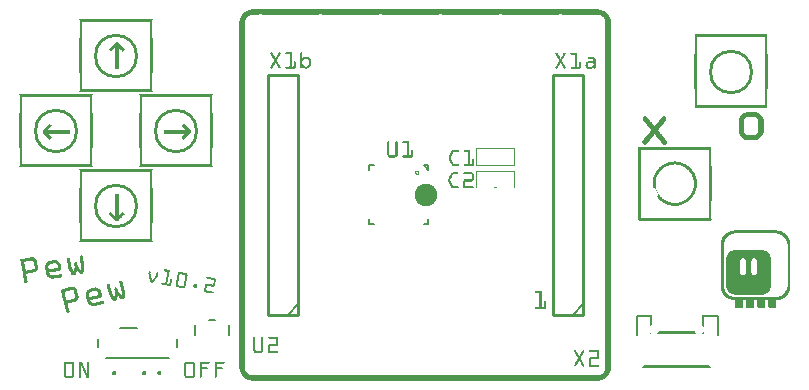
<source format=gto>
G04 MADE WITH FRITZING*
G04 WWW.FRITZING.ORG*
G04 DOUBLE SIDED*
G04 HOLES PLATED*
G04 CONTOUR ON CENTER OF CONTOUR VECTOR*
%ASAXBY*%
%FSLAX23Y23*%
%MOIN*%
%OFA0B0*%
%SFA1.0B1.0*%
%ADD10C,0.147795X0.127795*%
%ADD11C,0.075494*%
%ADD12C,0.010000*%
%ADD13C,0.005000*%
%ADD14C,0.008000*%
%ADD15R,0.001000X0.001000*%
%LNSILK1*%
G90*
G70*
G54D10*
X2473Y1045D03*
X623Y847D03*
X423Y597D03*
X223Y847D03*
X423Y1097D03*
G54D11*
X1454Y632D03*
G54D12*
X1029Y234D02*
X1029Y1034D01*
D02*
X1029Y1034D02*
X929Y1034D01*
D02*
X929Y1034D02*
X929Y234D01*
D02*
X929Y234D02*
X1029Y234D01*
G54D13*
D02*
X1029Y269D02*
X994Y234D01*
G54D12*
D02*
X1979Y234D02*
X1979Y1034D01*
D02*
X1979Y1034D02*
X1879Y1034D01*
D02*
X1879Y1034D02*
X1879Y234D01*
D02*
X1879Y234D02*
X1979Y234D01*
G54D13*
D02*
X1979Y269D02*
X1944Y234D01*
G54D14*
D02*
X625Y128D02*
X625Y152D01*
D02*
X361Y128D02*
X361Y152D01*
D02*
X387Y89D02*
X599Y89D01*
D02*
X434Y191D02*
X493Y191D01*
G54D13*
D02*
X1463Y553D02*
X1463Y537D01*
D02*
X1463Y537D02*
X1447Y537D01*
D02*
X1281Y537D02*
X1266Y537D01*
D02*
X1266Y537D02*
X1266Y553D01*
D02*
X1266Y718D02*
X1266Y734D01*
D02*
X1266Y734D02*
X1281Y734D01*
D02*
X1447Y734D02*
X1463Y734D01*
D02*
X1463Y734D02*
X1463Y718D01*
D02*
X1463Y718D02*
X1447Y734D01*
G54D14*
D02*
X2159Y166D02*
X2159Y229D01*
D02*
X2159Y229D02*
X2206Y229D01*
D02*
X2427Y229D02*
X2380Y229D01*
D02*
X2427Y166D02*
X2427Y229D01*
D02*
X798Y201D02*
X798Y167D01*
D02*
X686Y167D02*
X686Y201D01*
D02*
X731Y216D02*
X752Y216D01*
G54D15*
X873Y1252D02*
X2032Y1252D01*
X869Y1251D02*
X2037Y1251D01*
X865Y1250D02*
X2040Y1250D01*
X863Y1249D02*
X2043Y1249D01*
X860Y1248D02*
X2045Y1248D01*
X858Y1247D02*
X2047Y1247D01*
X856Y1246D02*
X2049Y1246D01*
X855Y1245D02*
X2051Y1245D01*
X853Y1244D02*
X2052Y1244D01*
X852Y1243D02*
X2054Y1243D01*
X850Y1242D02*
X2055Y1242D01*
X849Y1241D02*
X2056Y1241D01*
X848Y1240D02*
X2057Y1240D01*
X847Y1239D02*
X2058Y1239D01*
X846Y1238D02*
X2059Y1238D01*
X845Y1237D02*
X2060Y1237D01*
X844Y1236D02*
X2061Y1236D01*
X844Y1235D02*
X897Y1235D01*
X909Y1235D02*
X1097Y1235D01*
X1109Y1235D02*
X1297Y1235D01*
X1309Y1235D02*
X1497Y1235D01*
X1509Y1235D02*
X1697Y1235D01*
X1709Y1235D02*
X1897Y1235D01*
X1909Y1235D02*
X2062Y1235D01*
X843Y1234D02*
X873Y1234D01*
X2032Y1234D02*
X2062Y1234D01*
X842Y1233D02*
X869Y1233D01*
X2036Y1233D02*
X2063Y1233D01*
X842Y1232D02*
X867Y1232D01*
X2039Y1232D02*
X2064Y1232D01*
X841Y1231D02*
X865Y1231D01*
X2041Y1231D02*
X2064Y1231D01*
X840Y1230D02*
X863Y1230D01*
X2042Y1230D02*
X2065Y1230D01*
X840Y1229D02*
X862Y1229D01*
X2043Y1229D02*
X2066Y1229D01*
X839Y1228D02*
X861Y1228D01*
X2045Y1228D02*
X2066Y1228D01*
X839Y1227D02*
X860Y1227D01*
X2046Y1227D02*
X2067Y1227D01*
X838Y1226D02*
X859Y1226D01*
X2047Y1226D02*
X2067Y1226D01*
X838Y1225D02*
X858Y1225D01*
X2048Y1225D02*
X2068Y1225D01*
X837Y1224D02*
X857Y1224D01*
X2049Y1224D02*
X2068Y1224D01*
X837Y1223D02*
X856Y1223D01*
X2049Y1223D02*
X2068Y1223D01*
X837Y1222D02*
X855Y1222D01*
X2050Y1222D02*
X2069Y1222D01*
X303Y1221D02*
X541Y1221D01*
X836Y1221D02*
X855Y1221D01*
X2051Y1221D02*
X2069Y1221D01*
X301Y1220D02*
X543Y1220D01*
X836Y1220D02*
X854Y1220D01*
X2051Y1220D02*
X2069Y1220D01*
X300Y1219D02*
X544Y1219D01*
X836Y1219D02*
X854Y1219D01*
X2052Y1219D02*
X2070Y1219D01*
X300Y1218D02*
X544Y1218D01*
X835Y1218D02*
X853Y1218D01*
X2052Y1218D02*
X2070Y1218D01*
X302Y1217D02*
X543Y1217D01*
X835Y1217D02*
X853Y1217D01*
X2053Y1217D02*
X2070Y1217D01*
X302Y1216D02*
X543Y1216D01*
X835Y1216D02*
X852Y1216D01*
X2053Y1216D02*
X2071Y1216D01*
X302Y1215D02*
X543Y1215D01*
X835Y1215D02*
X852Y1215D01*
X2053Y1215D02*
X2071Y1215D01*
X302Y1214D02*
X543Y1214D01*
X835Y1214D02*
X852Y1214D01*
X2054Y1214D02*
X2071Y1214D01*
X302Y1213D02*
X543Y1213D01*
X834Y1213D02*
X851Y1213D01*
X2054Y1213D02*
X2071Y1213D01*
X302Y1212D02*
X543Y1212D01*
X834Y1212D02*
X851Y1212D01*
X2054Y1212D02*
X2071Y1212D01*
X302Y1211D02*
X309Y1211D01*
X536Y1211D02*
X543Y1211D01*
X834Y1211D02*
X851Y1211D01*
X2054Y1211D02*
X2071Y1211D01*
X302Y1210D02*
X309Y1210D01*
X536Y1210D02*
X543Y1210D01*
X834Y1210D02*
X851Y1210D01*
X2054Y1210D02*
X2071Y1210D01*
X302Y1209D02*
X309Y1209D01*
X536Y1209D02*
X543Y1209D01*
X834Y1209D02*
X851Y1209D01*
X2054Y1209D02*
X2071Y1209D01*
X302Y1208D02*
X309Y1208D01*
X536Y1208D02*
X543Y1208D01*
X834Y1208D02*
X851Y1208D01*
X2054Y1208D02*
X2072Y1208D01*
X302Y1207D02*
X309Y1207D01*
X536Y1207D02*
X543Y1207D01*
X834Y1207D02*
X851Y1207D01*
X2054Y1207D02*
X2072Y1207D01*
X302Y1206D02*
X309Y1206D01*
X536Y1206D02*
X543Y1206D01*
X834Y1206D02*
X851Y1206D01*
X2054Y1206D02*
X2072Y1206D01*
X302Y1205D02*
X309Y1205D01*
X536Y1205D02*
X543Y1205D01*
X834Y1205D02*
X851Y1205D01*
X2054Y1205D02*
X2072Y1205D01*
X302Y1204D02*
X309Y1204D01*
X536Y1204D02*
X543Y1204D01*
X834Y1204D02*
X851Y1204D01*
X2054Y1204D02*
X2072Y1204D01*
X302Y1203D02*
X309Y1203D01*
X536Y1203D02*
X543Y1203D01*
X834Y1203D02*
X851Y1203D01*
X2054Y1203D02*
X2072Y1203D01*
X302Y1202D02*
X309Y1202D01*
X536Y1202D02*
X543Y1202D01*
X834Y1202D02*
X851Y1202D01*
X2054Y1202D02*
X2072Y1202D01*
X302Y1201D02*
X309Y1201D01*
X536Y1201D02*
X543Y1201D01*
X834Y1201D02*
X851Y1201D01*
X2054Y1201D02*
X2072Y1201D01*
X302Y1200D02*
X309Y1200D01*
X536Y1200D02*
X543Y1200D01*
X834Y1200D02*
X851Y1200D01*
X2054Y1200D02*
X2072Y1200D01*
X302Y1199D02*
X309Y1199D01*
X536Y1199D02*
X543Y1199D01*
X834Y1199D02*
X851Y1199D01*
X2054Y1199D02*
X2072Y1199D01*
X302Y1198D02*
X309Y1198D01*
X536Y1198D02*
X543Y1198D01*
X834Y1198D02*
X851Y1198D01*
X2054Y1198D02*
X2072Y1198D01*
X302Y1197D02*
X309Y1197D01*
X536Y1197D02*
X543Y1197D01*
X834Y1197D02*
X851Y1197D01*
X2054Y1197D02*
X2072Y1197D01*
X302Y1196D02*
X309Y1196D01*
X536Y1196D02*
X543Y1196D01*
X834Y1196D02*
X851Y1196D01*
X2054Y1196D02*
X2072Y1196D01*
X302Y1195D02*
X309Y1195D01*
X536Y1195D02*
X543Y1195D01*
X834Y1195D02*
X851Y1195D01*
X2054Y1195D02*
X2072Y1195D01*
X302Y1194D02*
X309Y1194D01*
X536Y1194D02*
X543Y1194D01*
X834Y1194D02*
X851Y1194D01*
X2054Y1194D02*
X2072Y1194D01*
X302Y1193D02*
X309Y1193D01*
X536Y1193D02*
X543Y1193D01*
X834Y1193D02*
X851Y1193D01*
X2054Y1193D02*
X2072Y1193D01*
X302Y1192D02*
X309Y1192D01*
X536Y1192D02*
X543Y1192D01*
X834Y1192D02*
X851Y1192D01*
X2054Y1192D02*
X2072Y1192D01*
X302Y1191D02*
X309Y1191D01*
X536Y1191D02*
X543Y1191D01*
X834Y1191D02*
X851Y1191D01*
X2054Y1191D02*
X2072Y1191D01*
X302Y1190D02*
X309Y1190D01*
X536Y1190D02*
X543Y1190D01*
X834Y1190D02*
X851Y1190D01*
X2054Y1190D02*
X2072Y1190D01*
X302Y1189D02*
X309Y1189D01*
X536Y1189D02*
X543Y1189D01*
X834Y1189D02*
X851Y1189D01*
X2054Y1189D02*
X2072Y1189D01*
X302Y1188D02*
X309Y1188D01*
X536Y1188D02*
X543Y1188D01*
X834Y1188D02*
X851Y1188D01*
X2054Y1188D02*
X2072Y1188D01*
X302Y1187D02*
X309Y1187D01*
X536Y1187D02*
X543Y1187D01*
X834Y1187D02*
X851Y1187D01*
X2054Y1187D02*
X2072Y1187D01*
X302Y1186D02*
X309Y1186D01*
X536Y1186D02*
X543Y1186D01*
X834Y1186D02*
X851Y1186D01*
X2054Y1186D02*
X2072Y1186D01*
X302Y1185D02*
X309Y1185D01*
X536Y1185D02*
X543Y1185D01*
X834Y1185D02*
X851Y1185D01*
X2054Y1185D02*
X2072Y1185D01*
X302Y1184D02*
X309Y1184D01*
X536Y1184D02*
X543Y1184D01*
X834Y1184D02*
X851Y1184D01*
X2054Y1184D02*
X2072Y1184D01*
X302Y1183D02*
X309Y1183D01*
X536Y1183D02*
X543Y1183D01*
X834Y1183D02*
X851Y1183D01*
X2054Y1183D02*
X2072Y1183D01*
X302Y1182D02*
X309Y1182D01*
X536Y1182D02*
X543Y1182D01*
X834Y1182D02*
X851Y1182D01*
X2054Y1182D02*
X2072Y1182D01*
X302Y1181D02*
X309Y1181D01*
X536Y1181D02*
X543Y1181D01*
X834Y1181D02*
X851Y1181D01*
X2054Y1181D02*
X2072Y1181D01*
X302Y1180D02*
X309Y1180D01*
X536Y1180D02*
X543Y1180D01*
X834Y1180D02*
X851Y1180D01*
X2054Y1180D02*
X2072Y1180D01*
X302Y1179D02*
X309Y1179D01*
X536Y1179D02*
X543Y1179D01*
X834Y1179D02*
X851Y1179D01*
X2054Y1179D02*
X2072Y1179D01*
X302Y1178D02*
X309Y1178D01*
X536Y1178D02*
X543Y1178D01*
X834Y1178D02*
X851Y1178D01*
X2054Y1178D02*
X2072Y1178D01*
X302Y1177D02*
X309Y1177D01*
X536Y1177D02*
X543Y1177D01*
X834Y1177D02*
X851Y1177D01*
X2054Y1177D02*
X2072Y1177D01*
X302Y1176D02*
X309Y1176D01*
X536Y1176D02*
X543Y1176D01*
X834Y1176D02*
X851Y1176D01*
X2054Y1176D02*
X2072Y1176D01*
X302Y1175D02*
X309Y1175D01*
X536Y1175D02*
X543Y1175D01*
X834Y1175D02*
X851Y1175D01*
X2054Y1175D02*
X2072Y1175D01*
X302Y1174D02*
X309Y1174D01*
X536Y1174D02*
X543Y1174D01*
X834Y1174D02*
X851Y1174D01*
X2054Y1174D02*
X2072Y1174D01*
X302Y1173D02*
X309Y1173D01*
X536Y1173D02*
X543Y1173D01*
X834Y1173D02*
X851Y1173D01*
X2054Y1173D02*
X2072Y1173D01*
X302Y1172D02*
X309Y1172D01*
X536Y1172D02*
X543Y1172D01*
X834Y1172D02*
X851Y1172D01*
X2054Y1172D02*
X2072Y1172D01*
X302Y1171D02*
X309Y1171D01*
X536Y1171D02*
X543Y1171D01*
X834Y1171D02*
X851Y1171D01*
X2054Y1171D02*
X2072Y1171D01*
X302Y1170D02*
X309Y1170D01*
X536Y1170D02*
X543Y1170D01*
X834Y1170D02*
X851Y1170D01*
X2054Y1170D02*
X2072Y1170D01*
X302Y1169D02*
X309Y1169D01*
X536Y1169D02*
X543Y1169D01*
X834Y1169D02*
X851Y1169D01*
X2054Y1169D02*
X2072Y1169D01*
X2354Y1169D02*
X2590Y1169D01*
X302Y1168D02*
X309Y1168D01*
X536Y1168D02*
X543Y1168D01*
X834Y1168D02*
X851Y1168D01*
X2054Y1168D02*
X2072Y1168D01*
X2351Y1168D02*
X2593Y1168D01*
X302Y1167D02*
X309Y1167D01*
X536Y1167D02*
X543Y1167D01*
X834Y1167D02*
X851Y1167D01*
X2054Y1167D02*
X2072Y1167D01*
X2350Y1167D02*
X2593Y1167D01*
X302Y1166D02*
X309Y1166D01*
X536Y1166D02*
X543Y1166D01*
X834Y1166D02*
X851Y1166D01*
X2054Y1166D02*
X2072Y1166D01*
X2350Y1166D02*
X2594Y1166D01*
X302Y1165D02*
X309Y1165D01*
X536Y1165D02*
X543Y1165D01*
X834Y1165D02*
X851Y1165D01*
X2054Y1165D02*
X2072Y1165D01*
X2351Y1165D02*
X2593Y1165D01*
X302Y1164D02*
X309Y1164D01*
X536Y1164D02*
X543Y1164D01*
X834Y1164D02*
X851Y1164D01*
X2054Y1164D02*
X2072Y1164D01*
X2351Y1164D02*
X2592Y1164D01*
X302Y1163D02*
X309Y1163D01*
X536Y1163D02*
X543Y1163D01*
X834Y1163D02*
X851Y1163D01*
X2054Y1163D02*
X2072Y1163D01*
X2351Y1163D02*
X2592Y1163D01*
X302Y1162D02*
X309Y1162D01*
X536Y1162D02*
X543Y1162D01*
X834Y1162D02*
X851Y1162D01*
X2054Y1162D02*
X2072Y1162D01*
X2351Y1162D02*
X2592Y1162D01*
X302Y1161D02*
X309Y1161D01*
X536Y1161D02*
X543Y1161D01*
X834Y1161D02*
X851Y1161D01*
X2054Y1161D02*
X2072Y1161D01*
X2351Y1161D02*
X2592Y1161D01*
X302Y1160D02*
X309Y1160D01*
X536Y1160D02*
X543Y1160D01*
X834Y1160D02*
X851Y1160D01*
X2054Y1160D02*
X2072Y1160D01*
X2351Y1160D02*
X2592Y1160D01*
X302Y1159D02*
X309Y1159D01*
X536Y1159D02*
X543Y1159D01*
X834Y1159D02*
X851Y1159D01*
X2054Y1159D02*
X2072Y1159D01*
X2351Y1159D02*
X2358Y1159D01*
X2585Y1159D02*
X2592Y1159D01*
X302Y1158D02*
X309Y1158D01*
X536Y1158D02*
X543Y1158D01*
X834Y1158D02*
X851Y1158D01*
X2054Y1158D02*
X2072Y1158D01*
X2351Y1158D02*
X2358Y1158D01*
X2585Y1158D02*
X2592Y1158D01*
X302Y1157D02*
X309Y1157D01*
X536Y1157D02*
X543Y1157D01*
X834Y1157D02*
X851Y1157D01*
X2054Y1157D02*
X2072Y1157D01*
X2351Y1157D02*
X2358Y1157D01*
X2585Y1157D02*
X2592Y1157D01*
X300Y1156D02*
X309Y1156D01*
X536Y1156D02*
X545Y1156D01*
X834Y1156D02*
X851Y1156D01*
X2054Y1156D02*
X2072Y1156D01*
X2351Y1156D02*
X2358Y1156D01*
X2585Y1156D02*
X2592Y1156D01*
X300Y1155D02*
X309Y1155D01*
X536Y1155D02*
X545Y1155D01*
X834Y1155D02*
X851Y1155D01*
X2054Y1155D02*
X2072Y1155D01*
X2351Y1155D02*
X2358Y1155D01*
X2585Y1155D02*
X2592Y1155D01*
X300Y1154D02*
X309Y1154D01*
X536Y1154D02*
X545Y1154D01*
X834Y1154D02*
X851Y1154D01*
X2054Y1154D02*
X2072Y1154D01*
X2351Y1154D02*
X2358Y1154D01*
X2585Y1154D02*
X2592Y1154D01*
X300Y1153D02*
X309Y1153D01*
X536Y1153D02*
X545Y1153D01*
X834Y1153D02*
X851Y1153D01*
X2054Y1153D02*
X2072Y1153D01*
X2351Y1153D02*
X2358Y1153D01*
X2585Y1153D02*
X2592Y1153D01*
X300Y1152D02*
X309Y1152D01*
X536Y1152D02*
X545Y1152D01*
X834Y1152D02*
X851Y1152D01*
X2054Y1152D02*
X2072Y1152D01*
X2351Y1152D02*
X2358Y1152D01*
X2585Y1152D02*
X2592Y1152D01*
X300Y1151D02*
X309Y1151D01*
X536Y1151D02*
X545Y1151D01*
X834Y1151D02*
X851Y1151D01*
X2054Y1151D02*
X2072Y1151D01*
X2351Y1151D02*
X2358Y1151D01*
X2585Y1151D02*
X2592Y1151D01*
X300Y1150D02*
X309Y1150D01*
X536Y1150D02*
X545Y1150D01*
X834Y1150D02*
X851Y1150D01*
X2054Y1150D02*
X2072Y1150D01*
X2351Y1150D02*
X2358Y1150D01*
X2585Y1150D02*
X2592Y1150D01*
X300Y1149D02*
X309Y1149D01*
X536Y1149D02*
X545Y1149D01*
X834Y1149D02*
X851Y1149D01*
X2054Y1149D02*
X2072Y1149D01*
X2351Y1149D02*
X2358Y1149D01*
X2585Y1149D02*
X2592Y1149D01*
X300Y1148D02*
X309Y1148D01*
X536Y1148D02*
X545Y1148D01*
X834Y1148D02*
X851Y1148D01*
X2054Y1148D02*
X2072Y1148D01*
X2351Y1148D02*
X2358Y1148D01*
X2585Y1148D02*
X2592Y1148D01*
X300Y1147D02*
X309Y1147D01*
X536Y1147D02*
X545Y1147D01*
X834Y1147D02*
X851Y1147D01*
X2054Y1147D02*
X2072Y1147D01*
X2351Y1147D02*
X2358Y1147D01*
X2585Y1147D02*
X2592Y1147D01*
X300Y1146D02*
X309Y1146D01*
X536Y1146D02*
X545Y1146D01*
X834Y1146D02*
X851Y1146D01*
X2054Y1146D02*
X2072Y1146D01*
X2351Y1146D02*
X2358Y1146D01*
X2585Y1146D02*
X2592Y1146D01*
X300Y1145D02*
X309Y1145D01*
X536Y1145D02*
X545Y1145D01*
X834Y1145D02*
X851Y1145D01*
X2054Y1145D02*
X2072Y1145D01*
X2351Y1145D02*
X2358Y1145D01*
X2585Y1145D02*
X2592Y1145D01*
X300Y1144D02*
X309Y1144D01*
X536Y1144D02*
X545Y1144D01*
X834Y1144D02*
X851Y1144D01*
X2054Y1144D02*
X2072Y1144D01*
X2351Y1144D02*
X2358Y1144D01*
X2585Y1144D02*
X2592Y1144D01*
X300Y1143D02*
X309Y1143D01*
X536Y1143D02*
X545Y1143D01*
X834Y1143D02*
X851Y1143D01*
X2054Y1143D02*
X2072Y1143D01*
X2351Y1143D02*
X2358Y1143D01*
X2585Y1143D02*
X2592Y1143D01*
X300Y1142D02*
X309Y1142D01*
X422Y1142D02*
X427Y1142D01*
X536Y1142D02*
X545Y1142D01*
X834Y1142D02*
X851Y1142D01*
X2054Y1142D02*
X2072Y1142D01*
X2351Y1142D02*
X2358Y1142D01*
X2585Y1142D02*
X2592Y1142D01*
X300Y1141D02*
X309Y1141D01*
X421Y1141D02*
X429Y1141D01*
X536Y1141D02*
X545Y1141D01*
X834Y1141D02*
X851Y1141D01*
X2054Y1141D02*
X2072Y1141D01*
X2351Y1141D02*
X2358Y1141D01*
X2585Y1141D02*
X2592Y1141D01*
X300Y1140D02*
X309Y1140D01*
X420Y1140D02*
X430Y1140D01*
X536Y1140D02*
X545Y1140D01*
X834Y1140D02*
X851Y1140D01*
X2054Y1140D02*
X2072Y1140D01*
X2351Y1140D02*
X2358Y1140D01*
X2585Y1140D02*
X2592Y1140D01*
X300Y1139D02*
X309Y1139D01*
X419Y1139D02*
X431Y1139D01*
X536Y1139D02*
X545Y1139D01*
X834Y1139D02*
X851Y1139D01*
X2054Y1139D02*
X2072Y1139D01*
X2351Y1139D02*
X2358Y1139D01*
X2585Y1139D02*
X2592Y1139D01*
X300Y1138D02*
X309Y1138D01*
X418Y1138D02*
X432Y1138D01*
X536Y1138D02*
X545Y1138D01*
X834Y1138D02*
X851Y1138D01*
X2054Y1138D02*
X2072Y1138D01*
X2351Y1138D02*
X2358Y1138D01*
X2585Y1138D02*
X2592Y1138D01*
X300Y1137D02*
X309Y1137D01*
X417Y1137D02*
X433Y1137D01*
X536Y1137D02*
X545Y1137D01*
X834Y1137D02*
X851Y1137D01*
X2054Y1137D02*
X2072Y1137D01*
X2351Y1137D02*
X2358Y1137D01*
X2585Y1137D02*
X2592Y1137D01*
X300Y1136D02*
X309Y1136D01*
X416Y1136D02*
X434Y1136D01*
X536Y1136D02*
X545Y1136D01*
X834Y1136D02*
X851Y1136D01*
X2054Y1136D02*
X2072Y1136D01*
X2351Y1136D02*
X2358Y1136D01*
X2585Y1136D02*
X2592Y1136D01*
X300Y1135D02*
X309Y1135D01*
X415Y1135D02*
X435Y1135D01*
X536Y1135D02*
X545Y1135D01*
X834Y1135D02*
X851Y1135D01*
X2054Y1135D02*
X2072Y1135D01*
X2351Y1135D02*
X2358Y1135D01*
X2585Y1135D02*
X2592Y1135D01*
X300Y1134D02*
X309Y1134D01*
X414Y1134D02*
X436Y1134D01*
X536Y1134D02*
X545Y1134D01*
X834Y1134D02*
X851Y1134D01*
X2054Y1134D02*
X2072Y1134D01*
X2351Y1134D02*
X2358Y1134D01*
X2585Y1134D02*
X2592Y1134D01*
X300Y1133D02*
X309Y1133D01*
X413Y1133D02*
X437Y1133D01*
X536Y1133D02*
X545Y1133D01*
X834Y1133D02*
X851Y1133D01*
X2054Y1133D02*
X2072Y1133D01*
X2351Y1133D02*
X2358Y1133D01*
X2585Y1133D02*
X2592Y1133D01*
X300Y1132D02*
X309Y1132D01*
X412Y1132D02*
X438Y1132D01*
X536Y1132D02*
X545Y1132D01*
X834Y1132D02*
X851Y1132D01*
X2054Y1132D02*
X2072Y1132D01*
X2351Y1132D02*
X2358Y1132D01*
X2585Y1132D02*
X2592Y1132D01*
X300Y1131D02*
X309Y1131D01*
X411Y1131D02*
X439Y1131D01*
X536Y1131D02*
X545Y1131D01*
X834Y1131D02*
X851Y1131D01*
X2054Y1131D02*
X2072Y1131D01*
X2351Y1131D02*
X2358Y1131D01*
X2585Y1131D02*
X2592Y1131D01*
X300Y1130D02*
X309Y1130D01*
X410Y1130D02*
X440Y1130D01*
X536Y1130D02*
X545Y1130D01*
X834Y1130D02*
X851Y1130D01*
X2054Y1130D02*
X2072Y1130D01*
X2351Y1130D02*
X2358Y1130D01*
X2585Y1130D02*
X2592Y1130D01*
X300Y1129D02*
X309Y1129D01*
X409Y1129D02*
X441Y1129D01*
X536Y1129D02*
X545Y1129D01*
X834Y1129D02*
X851Y1129D01*
X2054Y1129D02*
X2072Y1129D01*
X2351Y1129D02*
X2358Y1129D01*
X2585Y1129D02*
X2592Y1129D01*
X300Y1128D02*
X309Y1128D01*
X408Y1128D02*
X442Y1128D01*
X536Y1128D02*
X545Y1128D01*
X834Y1128D02*
X851Y1128D01*
X2054Y1128D02*
X2072Y1128D01*
X2351Y1128D02*
X2358Y1128D01*
X2585Y1128D02*
X2592Y1128D01*
X300Y1127D02*
X309Y1127D01*
X407Y1127D02*
X443Y1127D01*
X536Y1127D02*
X545Y1127D01*
X834Y1127D02*
X851Y1127D01*
X2054Y1127D02*
X2072Y1127D01*
X2351Y1127D02*
X2358Y1127D01*
X2585Y1127D02*
X2592Y1127D01*
X300Y1126D02*
X309Y1126D01*
X406Y1126D02*
X444Y1126D01*
X536Y1126D02*
X545Y1126D01*
X834Y1126D02*
X851Y1126D01*
X2054Y1126D02*
X2072Y1126D01*
X2351Y1126D02*
X2358Y1126D01*
X2585Y1126D02*
X2592Y1126D01*
X300Y1125D02*
X309Y1125D01*
X405Y1125D02*
X445Y1125D01*
X536Y1125D02*
X545Y1125D01*
X834Y1125D02*
X851Y1125D01*
X2054Y1125D02*
X2072Y1125D01*
X2351Y1125D02*
X2358Y1125D01*
X2585Y1125D02*
X2592Y1125D01*
X300Y1124D02*
X309Y1124D01*
X404Y1124D02*
X446Y1124D01*
X536Y1124D02*
X545Y1124D01*
X834Y1124D02*
X851Y1124D01*
X2054Y1124D02*
X2072Y1124D01*
X2351Y1124D02*
X2358Y1124D01*
X2585Y1124D02*
X2592Y1124D01*
X300Y1123D02*
X309Y1123D01*
X403Y1123D02*
X416Y1123D01*
X418Y1123D02*
X431Y1123D01*
X433Y1123D02*
X447Y1123D01*
X536Y1123D02*
X545Y1123D01*
X834Y1123D02*
X851Y1123D01*
X2054Y1123D02*
X2072Y1123D01*
X2351Y1123D02*
X2358Y1123D01*
X2585Y1123D02*
X2592Y1123D01*
X300Y1122D02*
X309Y1122D01*
X402Y1122D02*
X415Y1122D01*
X418Y1122D02*
X431Y1122D01*
X434Y1122D02*
X448Y1122D01*
X536Y1122D02*
X545Y1122D01*
X834Y1122D02*
X851Y1122D01*
X2054Y1122D02*
X2072Y1122D01*
X2351Y1122D02*
X2358Y1122D01*
X2585Y1122D02*
X2592Y1122D01*
X300Y1121D02*
X309Y1121D01*
X401Y1121D02*
X414Y1121D01*
X418Y1121D02*
X431Y1121D01*
X435Y1121D02*
X449Y1121D01*
X536Y1121D02*
X545Y1121D01*
X834Y1121D02*
X851Y1121D01*
X2054Y1121D02*
X2072Y1121D01*
X2351Y1121D02*
X2358Y1121D01*
X2585Y1121D02*
X2592Y1121D01*
X300Y1120D02*
X309Y1120D01*
X400Y1120D02*
X413Y1120D01*
X418Y1120D02*
X431Y1120D01*
X436Y1120D02*
X450Y1120D01*
X536Y1120D02*
X545Y1120D01*
X834Y1120D02*
X851Y1120D01*
X2054Y1120D02*
X2072Y1120D01*
X2351Y1120D02*
X2358Y1120D01*
X2585Y1120D02*
X2592Y1120D01*
X300Y1119D02*
X309Y1119D01*
X399Y1119D02*
X412Y1119D01*
X418Y1119D02*
X431Y1119D01*
X437Y1119D02*
X451Y1119D01*
X536Y1119D02*
X545Y1119D01*
X834Y1119D02*
X851Y1119D01*
X2054Y1119D02*
X2072Y1119D01*
X2351Y1119D02*
X2358Y1119D01*
X2585Y1119D02*
X2592Y1119D01*
X300Y1118D02*
X309Y1118D01*
X399Y1118D02*
X411Y1118D01*
X418Y1118D02*
X431Y1118D01*
X438Y1118D02*
X451Y1118D01*
X536Y1118D02*
X545Y1118D01*
X834Y1118D02*
X851Y1118D01*
X2054Y1118D02*
X2072Y1118D01*
X2351Y1118D02*
X2358Y1118D01*
X2585Y1118D02*
X2592Y1118D01*
X300Y1117D02*
X309Y1117D01*
X400Y1117D02*
X410Y1117D01*
X418Y1117D02*
X431Y1117D01*
X439Y1117D02*
X450Y1117D01*
X536Y1117D02*
X545Y1117D01*
X834Y1117D02*
X851Y1117D01*
X2054Y1117D02*
X2072Y1117D01*
X2351Y1117D02*
X2358Y1117D01*
X2585Y1117D02*
X2592Y1117D01*
X300Y1116D02*
X309Y1116D01*
X401Y1116D02*
X409Y1116D01*
X418Y1116D02*
X431Y1116D01*
X440Y1116D02*
X449Y1116D01*
X536Y1116D02*
X545Y1116D01*
X834Y1116D02*
X851Y1116D01*
X2054Y1116D02*
X2072Y1116D01*
X2351Y1116D02*
X2358Y1116D01*
X2585Y1116D02*
X2592Y1116D01*
X300Y1115D02*
X309Y1115D01*
X402Y1115D02*
X408Y1115D01*
X418Y1115D02*
X431Y1115D01*
X441Y1115D02*
X448Y1115D01*
X536Y1115D02*
X545Y1115D01*
X834Y1115D02*
X851Y1115D01*
X2054Y1115D02*
X2072Y1115D01*
X2351Y1115D02*
X2358Y1115D01*
X2585Y1115D02*
X2592Y1115D01*
X300Y1114D02*
X309Y1114D01*
X403Y1114D02*
X407Y1114D01*
X418Y1114D02*
X431Y1114D01*
X442Y1114D02*
X447Y1114D01*
X536Y1114D02*
X545Y1114D01*
X834Y1114D02*
X851Y1114D01*
X2054Y1114D02*
X2072Y1114D01*
X2351Y1114D02*
X2358Y1114D01*
X2585Y1114D02*
X2592Y1114D01*
X300Y1113D02*
X309Y1113D01*
X404Y1113D02*
X406Y1113D01*
X418Y1113D02*
X431Y1113D01*
X443Y1113D02*
X446Y1113D01*
X536Y1113D02*
X545Y1113D01*
X834Y1113D02*
X851Y1113D01*
X2054Y1113D02*
X2072Y1113D01*
X2351Y1113D02*
X2358Y1113D01*
X2585Y1113D02*
X2592Y1113D01*
X300Y1112D02*
X309Y1112D01*
X405Y1112D02*
X405Y1112D01*
X418Y1112D02*
X431Y1112D01*
X444Y1112D02*
X445Y1112D01*
X536Y1112D02*
X545Y1112D01*
X834Y1112D02*
X851Y1112D01*
X2054Y1112D02*
X2072Y1112D01*
X2351Y1112D02*
X2358Y1112D01*
X2585Y1112D02*
X2592Y1112D01*
X300Y1111D02*
X309Y1111D01*
X418Y1111D02*
X431Y1111D01*
X536Y1111D02*
X545Y1111D01*
X834Y1111D02*
X851Y1111D01*
X2054Y1111D02*
X2072Y1111D01*
X2351Y1111D02*
X2358Y1111D01*
X2585Y1111D02*
X2592Y1111D01*
X300Y1110D02*
X309Y1110D01*
X418Y1110D02*
X431Y1110D01*
X536Y1110D02*
X545Y1110D01*
X834Y1110D02*
X851Y1110D01*
X2054Y1110D02*
X2072Y1110D01*
X2351Y1110D02*
X2358Y1110D01*
X2585Y1110D02*
X2592Y1110D01*
X300Y1109D02*
X309Y1109D01*
X418Y1109D02*
X431Y1109D01*
X536Y1109D02*
X545Y1109D01*
X834Y1109D02*
X851Y1109D01*
X940Y1109D02*
X940Y1109D01*
X967Y1109D02*
X967Y1109D01*
X990Y1109D02*
X1007Y1109D01*
X1040Y1109D02*
X1040Y1109D01*
X2054Y1109D02*
X2072Y1109D01*
X2351Y1109D02*
X2358Y1109D01*
X2585Y1109D02*
X2592Y1109D01*
X300Y1108D02*
X309Y1108D01*
X418Y1108D02*
X431Y1108D01*
X536Y1108D02*
X545Y1108D01*
X834Y1108D02*
X851Y1108D01*
X938Y1108D02*
X942Y1108D01*
X966Y1108D02*
X969Y1108D01*
X988Y1108D02*
X1007Y1108D01*
X1038Y1108D02*
X1042Y1108D01*
X1889Y1108D02*
X1891Y1108D01*
X1916Y1108D02*
X1919Y1108D01*
X1939Y1108D02*
X1957Y1108D01*
X2054Y1108D02*
X2072Y1108D01*
X2351Y1108D02*
X2358Y1108D01*
X2585Y1108D02*
X2592Y1108D01*
X300Y1107D02*
X309Y1107D01*
X418Y1107D02*
X431Y1107D01*
X536Y1107D02*
X545Y1107D01*
X834Y1107D02*
X851Y1107D01*
X937Y1107D02*
X943Y1107D01*
X965Y1107D02*
X970Y1107D01*
X987Y1107D02*
X1007Y1107D01*
X1038Y1107D02*
X1043Y1107D01*
X1888Y1107D02*
X1892Y1107D01*
X1915Y1107D02*
X1920Y1107D01*
X1938Y1107D02*
X1957Y1107D01*
X2054Y1107D02*
X2072Y1107D01*
X2351Y1107D02*
X2358Y1107D01*
X2585Y1107D02*
X2592Y1107D01*
X300Y1106D02*
X309Y1106D01*
X418Y1106D02*
X431Y1106D01*
X536Y1106D02*
X545Y1106D01*
X834Y1106D02*
X851Y1106D01*
X937Y1106D02*
X943Y1106D01*
X964Y1106D02*
X970Y1106D01*
X987Y1106D02*
X1007Y1106D01*
X1037Y1106D02*
X1043Y1106D01*
X1887Y1106D02*
X1893Y1106D01*
X1915Y1106D02*
X1920Y1106D01*
X1937Y1106D02*
X1957Y1106D01*
X2054Y1106D02*
X2072Y1106D01*
X2351Y1106D02*
X2358Y1106D01*
X2585Y1106D02*
X2592Y1106D01*
X300Y1105D02*
X309Y1105D01*
X418Y1105D02*
X431Y1105D01*
X536Y1105D02*
X545Y1105D01*
X834Y1105D02*
X851Y1105D01*
X937Y1105D02*
X944Y1105D01*
X964Y1105D02*
X970Y1105D01*
X987Y1105D02*
X1007Y1105D01*
X1037Y1105D02*
X1043Y1105D01*
X1887Y1105D02*
X1894Y1105D01*
X1914Y1105D02*
X1921Y1105D01*
X1937Y1105D02*
X1957Y1105D01*
X2054Y1105D02*
X2072Y1105D01*
X2351Y1105D02*
X2358Y1105D01*
X2585Y1105D02*
X2592Y1105D01*
X300Y1104D02*
X309Y1104D01*
X418Y1104D02*
X431Y1104D01*
X536Y1104D02*
X545Y1104D01*
X834Y1104D02*
X851Y1104D01*
X937Y1104D02*
X944Y1104D01*
X963Y1104D02*
X970Y1104D01*
X988Y1104D02*
X1007Y1104D01*
X1037Y1104D02*
X1043Y1104D01*
X1887Y1104D02*
X1894Y1104D01*
X1913Y1104D02*
X1920Y1104D01*
X1938Y1104D02*
X1957Y1104D01*
X2054Y1104D02*
X2072Y1104D01*
X2349Y1104D02*
X2358Y1104D01*
X2585Y1104D02*
X2595Y1104D01*
X300Y1103D02*
X309Y1103D01*
X418Y1103D02*
X431Y1103D01*
X536Y1103D02*
X545Y1103D01*
X834Y1103D02*
X851Y1103D01*
X938Y1103D02*
X945Y1103D01*
X962Y1103D02*
X970Y1103D01*
X988Y1103D02*
X1007Y1103D01*
X1037Y1103D02*
X1043Y1103D01*
X1888Y1103D02*
X1895Y1103D01*
X1913Y1103D02*
X1920Y1103D01*
X1938Y1103D02*
X1957Y1103D01*
X2054Y1103D02*
X2072Y1103D01*
X2349Y1103D02*
X2358Y1103D01*
X2585Y1103D02*
X2595Y1103D01*
X300Y1102D02*
X309Y1102D01*
X418Y1102D02*
X431Y1102D01*
X536Y1102D02*
X545Y1102D01*
X834Y1102D02*
X851Y1102D01*
X938Y1102D02*
X946Y1102D01*
X962Y1102D02*
X969Y1102D01*
X1001Y1102D02*
X1007Y1102D01*
X1037Y1102D02*
X1043Y1102D01*
X1888Y1102D02*
X1895Y1102D01*
X1912Y1102D02*
X1919Y1102D01*
X1939Y1102D02*
X1957Y1102D01*
X2054Y1102D02*
X2072Y1102D01*
X2349Y1102D02*
X2358Y1102D01*
X2585Y1102D02*
X2595Y1102D01*
X300Y1101D02*
X309Y1101D01*
X418Y1101D02*
X431Y1101D01*
X536Y1101D02*
X545Y1101D01*
X834Y1101D02*
X851Y1101D01*
X939Y1101D02*
X946Y1101D01*
X961Y1101D02*
X968Y1101D01*
X1001Y1101D02*
X1007Y1101D01*
X1037Y1101D02*
X1043Y1101D01*
X1889Y1101D02*
X1896Y1101D01*
X1912Y1101D02*
X1919Y1101D01*
X1951Y1101D02*
X1957Y1101D01*
X2054Y1101D02*
X2072Y1101D01*
X2349Y1101D02*
X2358Y1101D01*
X2585Y1101D02*
X2595Y1101D01*
X300Y1100D02*
X309Y1100D01*
X418Y1100D02*
X431Y1100D01*
X536Y1100D02*
X545Y1100D01*
X834Y1100D02*
X851Y1100D01*
X940Y1100D02*
X947Y1100D01*
X961Y1100D02*
X968Y1100D01*
X1001Y1100D02*
X1007Y1100D01*
X1037Y1100D02*
X1043Y1100D01*
X1889Y1100D02*
X1897Y1100D01*
X1911Y1100D02*
X1918Y1100D01*
X1951Y1100D02*
X1957Y1100D01*
X2054Y1100D02*
X2072Y1100D01*
X2349Y1100D02*
X2358Y1100D01*
X2585Y1100D02*
X2595Y1100D01*
X300Y1099D02*
X309Y1099D01*
X418Y1099D02*
X431Y1099D01*
X536Y1099D02*
X545Y1099D01*
X834Y1099D02*
X851Y1099D01*
X940Y1099D02*
X947Y1099D01*
X960Y1099D02*
X967Y1099D01*
X1001Y1099D02*
X1007Y1099D01*
X1037Y1099D02*
X1043Y1099D01*
X1890Y1099D02*
X1897Y1099D01*
X1911Y1099D02*
X1918Y1099D01*
X1951Y1099D02*
X1957Y1099D01*
X2054Y1099D02*
X2072Y1099D01*
X2349Y1099D02*
X2358Y1099D01*
X2585Y1099D02*
X2595Y1099D01*
X300Y1098D02*
X309Y1098D01*
X418Y1098D02*
X431Y1098D01*
X536Y1098D02*
X545Y1098D01*
X834Y1098D02*
X851Y1098D01*
X941Y1098D02*
X948Y1098D01*
X959Y1098D02*
X967Y1098D01*
X1001Y1098D02*
X1007Y1098D01*
X1037Y1098D02*
X1043Y1098D01*
X1891Y1098D02*
X1898Y1098D01*
X1910Y1098D02*
X1917Y1098D01*
X1951Y1098D02*
X1957Y1098D01*
X2054Y1098D02*
X2072Y1098D01*
X2349Y1098D02*
X2358Y1098D01*
X2585Y1098D02*
X2595Y1098D01*
X300Y1097D02*
X309Y1097D01*
X418Y1097D02*
X431Y1097D01*
X536Y1097D02*
X545Y1097D01*
X834Y1097D02*
X851Y1097D01*
X941Y1097D02*
X949Y1097D01*
X959Y1097D02*
X966Y1097D01*
X1001Y1097D02*
X1007Y1097D01*
X1037Y1097D02*
X1043Y1097D01*
X1891Y1097D02*
X1898Y1097D01*
X1909Y1097D02*
X1917Y1097D01*
X1951Y1097D02*
X1957Y1097D01*
X2054Y1097D02*
X2072Y1097D01*
X2349Y1097D02*
X2358Y1097D01*
X2585Y1097D02*
X2595Y1097D01*
X300Y1096D02*
X309Y1096D01*
X418Y1096D02*
X431Y1096D01*
X536Y1096D02*
X545Y1096D01*
X834Y1096D02*
X851Y1096D01*
X942Y1096D02*
X949Y1096D01*
X958Y1096D02*
X965Y1096D01*
X1001Y1096D02*
X1007Y1096D01*
X1037Y1096D02*
X1043Y1096D01*
X1892Y1096D02*
X1899Y1096D01*
X1909Y1096D02*
X1916Y1096D01*
X1951Y1096D02*
X1957Y1096D01*
X2054Y1096D02*
X2072Y1096D01*
X2349Y1096D02*
X2358Y1096D01*
X2585Y1096D02*
X2595Y1096D01*
X300Y1095D02*
X309Y1095D01*
X418Y1095D02*
X431Y1095D01*
X536Y1095D02*
X545Y1095D01*
X834Y1095D02*
X851Y1095D01*
X943Y1095D02*
X950Y1095D01*
X958Y1095D02*
X965Y1095D01*
X1001Y1095D02*
X1007Y1095D01*
X1037Y1095D02*
X1043Y1095D01*
X1892Y1095D02*
X1900Y1095D01*
X1908Y1095D02*
X1915Y1095D01*
X1951Y1095D02*
X1957Y1095D01*
X2054Y1095D02*
X2072Y1095D01*
X2349Y1095D02*
X2358Y1095D01*
X2585Y1095D02*
X2595Y1095D01*
X300Y1094D02*
X309Y1094D01*
X418Y1094D02*
X431Y1094D01*
X536Y1094D02*
X545Y1094D01*
X834Y1094D02*
X851Y1094D01*
X943Y1094D02*
X950Y1094D01*
X957Y1094D02*
X964Y1094D01*
X1001Y1094D02*
X1007Y1094D01*
X1037Y1094D02*
X1043Y1094D01*
X1051Y1094D02*
X1061Y1094D01*
X1893Y1094D02*
X1900Y1094D01*
X1908Y1094D02*
X1915Y1094D01*
X1951Y1094D02*
X1957Y1094D01*
X2054Y1094D02*
X2072Y1094D01*
X2349Y1094D02*
X2358Y1094D01*
X2585Y1094D02*
X2595Y1094D01*
X300Y1093D02*
X309Y1093D01*
X418Y1093D02*
X431Y1093D01*
X536Y1093D02*
X545Y1093D01*
X834Y1093D02*
X851Y1093D01*
X944Y1093D02*
X951Y1093D01*
X957Y1093D02*
X964Y1093D01*
X1001Y1093D02*
X1007Y1093D01*
X1037Y1093D02*
X1043Y1093D01*
X1049Y1093D02*
X1063Y1093D01*
X1894Y1093D02*
X1901Y1093D01*
X1907Y1093D02*
X1914Y1093D01*
X1951Y1093D02*
X1957Y1093D01*
X1996Y1093D02*
X2014Y1093D01*
X2054Y1093D02*
X2072Y1093D01*
X2349Y1093D02*
X2358Y1093D01*
X2585Y1093D02*
X2595Y1093D01*
X300Y1092D02*
X309Y1092D01*
X418Y1092D02*
X431Y1092D01*
X536Y1092D02*
X545Y1092D01*
X834Y1092D02*
X851Y1092D01*
X944Y1092D02*
X951Y1092D01*
X956Y1092D02*
X963Y1092D01*
X1001Y1092D02*
X1007Y1092D01*
X1037Y1092D02*
X1043Y1092D01*
X1047Y1092D02*
X1064Y1092D01*
X1894Y1092D02*
X1901Y1092D01*
X1906Y1092D02*
X1914Y1092D01*
X1951Y1092D02*
X1957Y1092D01*
X1995Y1092D02*
X2016Y1092D01*
X2054Y1092D02*
X2072Y1092D01*
X2349Y1092D02*
X2358Y1092D01*
X2585Y1092D02*
X2595Y1092D01*
X300Y1091D02*
X309Y1091D01*
X418Y1091D02*
X431Y1091D01*
X536Y1091D02*
X545Y1091D01*
X834Y1091D02*
X851Y1091D01*
X945Y1091D02*
X952Y1091D01*
X955Y1091D02*
X963Y1091D01*
X1001Y1091D02*
X1007Y1091D01*
X1037Y1091D02*
X1043Y1091D01*
X1046Y1091D02*
X1066Y1091D01*
X1895Y1091D02*
X1902Y1091D01*
X1906Y1091D02*
X1913Y1091D01*
X1951Y1091D02*
X1957Y1091D01*
X1994Y1091D02*
X2017Y1091D01*
X2054Y1091D02*
X2072Y1091D01*
X2349Y1091D02*
X2358Y1091D01*
X2585Y1091D02*
X2595Y1091D01*
X300Y1090D02*
X309Y1090D01*
X418Y1090D02*
X431Y1090D01*
X536Y1090D02*
X545Y1090D01*
X834Y1090D02*
X851Y1090D01*
X945Y1090D02*
X953Y1090D01*
X955Y1090D02*
X962Y1090D01*
X1001Y1090D02*
X1007Y1090D01*
X1037Y1090D02*
X1067Y1090D01*
X1895Y1090D02*
X1903Y1090D01*
X1905Y1090D02*
X1912Y1090D01*
X1951Y1090D02*
X1957Y1090D01*
X1994Y1090D02*
X2018Y1090D01*
X2054Y1090D02*
X2072Y1090D01*
X2349Y1090D02*
X2358Y1090D01*
X2585Y1090D02*
X2595Y1090D01*
X300Y1089D02*
X309Y1089D01*
X418Y1089D02*
X431Y1089D01*
X536Y1089D02*
X545Y1089D01*
X834Y1089D02*
X851Y1089D01*
X946Y1089D02*
X961Y1089D01*
X1001Y1089D02*
X1007Y1089D01*
X1037Y1089D02*
X1068Y1089D01*
X1896Y1089D02*
X1903Y1089D01*
X1905Y1089D02*
X1912Y1089D01*
X1951Y1089D02*
X1957Y1089D01*
X1995Y1089D02*
X2019Y1089D01*
X2054Y1089D02*
X2072Y1089D01*
X2349Y1089D02*
X2358Y1089D01*
X2585Y1089D02*
X2595Y1089D01*
X300Y1088D02*
X309Y1088D01*
X418Y1088D02*
X431Y1088D01*
X536Y1088D02*
X545Y1088D01*
X834Y1088D02*
X851Y1088D01*
X947Y1088D02*
X961Y1088D01*
X1001Y1088D02*
X1007Y1088D01*
X1037Y1088D02*
X1069Y1088D01*
X1896Y1088D02*
X1911Y1088D01*
X1951Y1088D02*
X1957Y1088D01*
X1995Y1088D02*
X2019Y1088D01*
X2054Y1088D02*
X2072Y1088D01*
X2349Y1088D02*
X2358Y1088D01*
X2585Y1088D02*
X2595Y1088D01*
X300Y1087D02*
X309Y1087D01*
X418Y1087D02*
X431Y1087D01*
X536Y1087D02*
X545Y1087D01*
X834Y1087D02*
X851Y1087D01*
X947Y1087D02*
X960Y1087D01*
X1001Y1087D02*
X1007Y1087D01*
X1037Y1087D02*
X1051Y1087D01*
X1060Y1087D02*
X1069Y1087D01*
X1897Y1087D02*
X1911Y1087D01*
X1951Y1087D02*
X1957Y1087D01*
X1997Y1087D02*
X2020Y1087D01*
X2054Y1087D02*
X2072Y1087D01*
X2349Y1087D02*
X2358Y1087D01*
X2585Y1087D02*
X2595Y1087D01*
X300Y1086D02*
X309Y1086D01*
X418Y1086D02*
X431Y1086D01*
X536Y1086D02*
X545Y1086D01*
X834Y1086D02*
X851Y1086D01*
X948Y1086D02*
X960Y1086D01*
X1001Y1086D02*
X1007Y1086D01*
X1037Y1086D02*
X1050Y1086D01*
X1062Y1086D02*
X1070Y1086D01*
X1898Y1086D02*
X1910Y1086D01*
X1951Y1086D02*
X1957Y1086D01*
X2013Y1086D02*
X2020Y1086D01*
X2054Y1086D02*
X2072Y1086D01*
X2349Y1086D02*
X2358Y1086D01*
X2585Y1086D02*
X2595Y1086D01*
X300Y1085D02*
X309Y1085D01*
X418Y1085D02*
X431Y1085D01*
X536Y1085D02*
X545Y1085D01*
X834Y1085D02*
X851Y1085D01*
X948Y1085D02*
X959Y1085D01*
X1001Y1085D02*
X1007Y1085D01*
X1037Y1085D02*
X1049Y1085D01*
X1063Y1085D02*
X1070Y1085D01*
X1898Y1085D02*
X1909Y1085D01*
X1951Y1085D02*
X1957Y1085D01*
X2014Y1085D02*
X2020Y1085D01*
X2054Y1085D02*
X2072Y1085D01*
X2349Y1085D02*
X2358Y1085D01*
X2585Y1085D02*
X2595Y1085D01*
X300Y1084D02*
X309Y1084D01*
X418Y1084D02*
X431Y1084D01*
X536Y1084D02*
X545Y1084D01*
X834Y1084D02*
X851Y1084D01*
X949Y1084D02*
X958Y1084D01*
X1001Y1084D02*
X1007Y1084D01*
X1037Y1084D02*
X1048Y1084D01*
X1064Y1084D02*
X1071Y1084D01*
X1899Y1084D02*
X1909Y1084D01*
X1951Y1084D02*
X1957Y1084D01*
X2014Y1084D02*
X2020Y1084D01*
X2054Y1084D02*
X2072Y1084D01*
X2349Y1084D02*
X2358Y1084D01*
X2585Y1084D02*
X2595Y1084D01*
X300Y1083D02*
X309Y1083D01*
X418Y1083D02*
X431Y1083D01*
X536Y1083D02*
X545Y1083D01*
X834Y1083D02*
X851Y1083D01*
X950Y1083D02*
X958Y1083D01*
X1001Y1083D02*
X1007Y1083D01*
X1037Y1083D02*
X1046Y1083D01*
X1065Y1083D02*
X1071Y1083D01*
X1899Y1083D02*
X1908Y1083D01*
X1951Y1083D02*
X1957Y1083D01*
X2014Y1083D02*
X2020Y1083D01*
X2054Y1083D02*
X2072Y1083D01*
X2349Y1083D02*
X2358Y1083D01*
X2585Y1083D02*
X2595Y1083D01*
X300Y1082D02*
X309Y1082D01*
X418Y1082D02*
X431Y1082D01*
X536Y1082D02*
X545Y1082D01*
X834Y1082D02*
X851Y1082D01*
X950Y1082D02*
X957Y1082D01*
X1001Y1082D02*
X1007Y1082D01*
X1037Y1082D02*
X1045Y1082D01*
X1065Y1082D02*
X1071Y1082D01*
X1900Y1082D02*
X1908Y1082D01*
X1951Y1082D02*
X1957Y1082D01*
X2014Y1082D02*
X2020Y1082D01*
X2054Y1082D02*
X2072Y1082D01*
X2349Y1082D02*
X2358Y1082D01*
X2585Y1082D02*
X2595Y1082D01*
X300Y1081D02*
X309Y1081D01*
X418Y1081D02*
X431Y1081D01*
X536Y1081D02*
X545Y1081D01*
X834Y1081D02*
X851Y1081D01*
X950Y1081D02*
X958Y1081D01*
X1001Y1081D02*
X1007Y1081D01*
X1037Y1081D02*
X1044Y1081D01*
X1065Y1081D02*
X1071Y1081D01*
X1900Y1081D02*
X1908Y1081D01*
X1951Y1081D02*
X1957Y1081D01*
X2014Y1081D02*
X2020Y1081D01*
X2054Y1081D02*
X2072Y1081D01*
X2349Y1081D02*
X2358Y1081D01*
X2585Y1081D02*
X2595Y1081D01*
X300Y1080D02*
X309Y1080D01*
X418Y1080D02*
X431Y1080D01*
X536Y1080D02*
X545Y1080D01*
X834Y1080D02*
X851Y1080D01*
X949Y1080D02*
X958Y1080D01*
X1001Y1080D02*
X1007Y1080D01*
X1037Y1080D02*
X1044Y1080D01*
X1065Y1080D02*
X1071Y1080D01*
X1899Y1080D02*
X1908Y1080D01*
X1951Y1080D02*
X1957Y1080D01*
X2014Y1080D02*
X2020Y1080D01*
X2054Y1080D02*
X2072Y1080D01*
X2349Y1080D02*
X2358Y1080D01*
X2585Y1080D02*
X2595Y1080D01*
X300Y1079D02*
X309Y1079D01*
X418Y1079D02*
X431Y1079D01*
X536Y1079D02*
X545Y1079D01*
X834Y1079D02*
X851Y1079D01*
X948Y1079D02*
X959Y1079D01*
X1001Y1079D02*
X1007Y1079D01*
X1016Y1079D02*
X1019Y1079D01*
X1037Y1079D02*
X1043Y1079D01*
X1065Y1079D02*
X1071Y1079D01*
X1899Y1079D02*
X1909Y1079D01*
X1951Y1079D02*
X1957Y1079D01*
X1968Y1079D02*
X1968Y1079D01*
X1996Y1079D02*
X2012Y1079D01*
X2014Y1079D02*
X2020Y1079D01*
X2054Y1079D02*
X2072Y1079D01*
X2349Y1079D02*
X2358Y1079D01*
X2585Y1079D02*
X2595Y1079D01*
X300Y1078D02*
X309Y1078D01*
X418Y1078D02*
X431Y1078D01*
X536Y1078D02*
X545Y1078D01*
X834Y1078D02*
X851Y1078D01*
X948Y1078D02*
X960Y1078D01*
X1001Y1078D02*
X1007Y1078D01*
X1015Y1078D02*
X1020Y1078D01*
X1037Y1078D02*
X1043Y1078D01*
X1065Y1078D02*
X1071Y1078D01*
X1898Y1078D02*
X1909Y1078D01*
X1951Y1078D02*
X1957Y1078D01*
X1966Y1078D02*
X1970Y1078D01*
X1993Y1078D02*
X2020Y1078D01*
X2054Y1078D02*
X2072Y1078D01*
X2349Y1078D02*
X2358Y1078D01*
X2585Y1078D02*
X2595Y1078D01*
X300Y1077D02*
X309Y1077D01*
X418Y1077D02*
X431Y1077D01*
X536Y1077D02*
X545Y1077D01*
X834Y1077D02*
X851Y1077D01*
X947Y1077D02*
X960Y1077D01*
X1001Y1077D02*
X1007Y1077D01*
X1015Y1077D02*
X1021Y1077D01*
X1037Y1077D02*
X1043Y1077D01*
X1065Y1077D02*
X1071Y1077D01*
X1898Y1077D02*
X1910Y1077D01*
X1951Y1077D02*
X1957Y1077D01*
X1965Y1077D02*
X1971Y1077D01*
X1992Y1077D02*
X2020Y1077D01*
X2054Y1077D02*
X2072Y1077D01*
X2349Y1077D02*
X2358Y1077D01*
X2585Y1077D02*
X2595Y1077D01*
X300Y1076D02*
X309Y1076D01*
X418Y1076D02*
X431Y1076D01*
X536Y1076D02*
X545Y1076D01*
X834Y1076D02*
X851Y1076D01*
X947Y1076D02*
X961Y1076D01*
X1001Y1076D02*
X1007Y1076D01*
X1015Y1076D02*
X1021Y1076D01*
X1037Y1076D02*
X1043Y1076D01*
X1065Y1076D02*
X1071Y1076D01*
X1897Y1076D02*
X1911Y1076D01*
X1951Y1076D02*
X1957Y1076D01*
X1965Y1076D02*
X1971Y1076D01*
X1991Y1076D02*
X2020Y1076D01*
X2054Y1076D02*
X2072Y1076D01*
X2349Y1076D02*
X2358Y1076D01*
X2585Y1076D02*
X2595Y1076D01*
X300Y1075D02*
X309Y1075D01*
X418Y1075D02*
X431Y1075D01*
X536Y1075D02*
X545Y1075D01*
X834Y1075D02*
X851Y1075D01*
X946Y1075D02*
X961Y1075D01*
X1001Y1075D02*
X1007Y1075D01*
X1015Y1075D02*
X1021Y1075D01*
X1037Y1075D02*
X1043Y1075D01*
X1065Y1075D02*
X1071Y1075D01*
X1896Y1075D02*
X1911Y1075D01*
X1951Y1075D02*
X1957Y1075D01*
X1965Y1075D02*
X1971Y1075D01*
X1990Y1075D02*
X2020Y1075D01*
X2054Y1075D02*
X2072Y1075D01*
X2349Y1075D02*
X2358Y1075D01*
X2585Y1075D02*
X2595Y1075D01*
X300Y1074D02*
X309Y1074D01*
X418Y1074D02*
X431Y1074D01*
X536Y1074D02*
X545Y1074D01*
X834Y1074D02*
X851Y1074D01*
X945Y1074D02*
X953Y1074D01*
X955Y1074D02*
X962Y1074D01*
X1001Y1074D02*
X1007Y1074D01*
X1015Y1074D02*
X1021Y1074D01*
X1037Y1074D02*
X1043Y1074D01*
X1065Y1074D02*
X1071Y1074D01*
X1896Y1074D02*
X1903Y1074D01*
X1905Y1074D02*
X1912Y1074D01*
X1951Y1074D02*
X1957Y1074D01*
X1965Y1074D02*
X1971Y1074D01*
X1989Y1074D02*
X2021Y1074D01*
X2054Y1074D02*
X2072Y1074D01*
X2349Y1074D02*
X2358Y1074D01*
X2585Y1074D02*
X2595Y1074D01*
X300Y1073D02*
X309Y1073D01*
X418Y1073D02*
X431Y1073D01*
X536Y1073D02*
X545Y1073D01*
X834Y1073D02*
X851Y1073D01*
X945Y1073D02*
X952Y1073D01*
X955Y1073D02*
X963Y1073D01*
X1001Y1073D02*
X1007Y1073D01*
X1015Y1073D02*
X1021Y1073D01*
X1037Y1073D02*
X1043Y1073D01*
X1065Y1073D02*
X1071Y1073D01*
X1895Y1073D02*
X1903Y1073D01*
X1905Y1073D02*
X1912Y1073D01*
X1951Y1073D02*
X1957Y1073D01*
X1965Y1073D02*
X1971Y1073D01*
X1988Y1073D02*
X2021Y1073D01*
X2054Y1073D02*
X2072Y1073D01*
X2349Y1073D02*
X2358Y1073D01*
X2585Y1073D02*
X2595Y1073D01*
X300Y1072D02*
X309Y1072D01*
X418Y1072D02*
X431Y1072D01*
X536Y1072D02*
X545Y1072D01*
X834Y1072D02*
X851Y1072D01*
X944Y1072D02*
X951Y1072D01*
X956Y1072D02*
X963Y1072D01*
X1001Y1072D02*
X1007Y1072D01*
X1015Y1072D02*
X1021Y1072D01*
X1037Y1072D02*
X1043Y1072D01*
X1065Y1072D02*
X1071Y1072D01*
X1895Y1072D02*
X1902Y1072D01*
X1906Y1072D02*
X1913Y1072D01*
X1951Y1072D02*
X1957Y1072D01*
X1965Y1072D02*
X1971Y1072D01*
X1988Y1072D02*
X1996Y1072D01*
X2012Y1072D02*
X2021Y1072D01*
X2054Y1072D02*
X2072Y1072D01*
X2349Y1072D02*
X2358Y1072D01*
X2585Y1072D02*
X2595Y1072D01*
X300Y1071D02*
X309Y1071D01*
X418Y1071D02*
X431Y1071D01*
X536Y1071D02*
X545Y1071D01*
X834Y1071D02*
X851Y1071D01*
X944Y1071D02*
X951Y1071D01*
X957Y1071D02*
X964Y1071D01*
X1001Y1071D02*
X1007Y1071D01*
X1015Y1071D02*
X1021Y1071D01*
X1037Y1071D02*
X1043Y1071D01*
X1065Y1071D02*
X1071Y1071D01*
X1894Y1071D02*
X1901Y1071D01*
X1906Y1071D02*
X1914Y1071D01*
X1951Y1071D02*
X1957Y1071D01*
X1965Y1071D02*
X1971Y1071D01*
X1988Y1071D02*
X1994Y1071D01*
X2014Y1071D02*
X2021Y1071D01*
X2054Y1071D02*
X2072Y1071D01*
X2349Y1071D02*
X2358Y1071D01*
X2585Y1071D02*
X2595Y1071D01*
X300Y1070D02*
X309Y1070D01*
X418Y1070D02*
X431Y1070D01*
X536Y1070D02*
X545Y1070D01*
X834Y1070D02*
X851Y1070D01*
X943Y1070D02*
X950Y1070D01*
X957Y1070D02*
X964Y1070D01*
X1001Y1070D02*
X1007Y1070D01*
X1015Y1070D02*
X1021Y1070D01*
X1037Y1070D02*
X1043Y1070D01*
X1065Y1070D02*
X1071Y1070D01*
X1894Y1070D02*
X1901Y1070D01*
X1907Y1070D02*
X1914Y1070D01*
X1951Y1070D02*
X1957Y1070D01*
X1965Y1070D02*
X1971Y1070D01*
X1988Y1070D02*
X1994Y1070D01*
X2014Y1070D02*
X2021Y1070D01*
X2054Y1070D02*
X2072Y1070D01*
X2349Y1070D02*
X2358Y1070D01*
X2585Y1070D02*
X2595Y1070D01*
X300Y1069D02*
X309Y1069D01*
X418Y1069D02*
X431Y1069D01*
X536Y1069D02*
X545Y1069D01*
X834Y1069D02*
X851Y1069D01*
X942Y1069D02*
X950Y1069D01*
X958Y1069D02*
X965Y1069D01*
X1001Y1069D02*
X1007Y1069D01*
X1015Y1069D02*
X1021Y1069D01*
X1037Y1069D02*
X1044Y1069D01*
X1065Y1069D02*
X1071Y1069D01*
X1893Y1069D02*
X1900Y1069D01*
X1908Y1069D02*
X1915Y1069D01*
X1951Y1069D02*
X1957Y1069D01*
X1965Y1069D02*
X1971Y1069D01*
X1988Y1069D02*
X1994Y1069D01*
X2015Y1069D02*
X2021Y1069D01*
X2054Y1069D02*
X2072Y1069D01*
X2349Y1069D02*
X2358Y1069D01*
X2585Y1069D02*
X2595Y1069D01*
X300Y1068D02*
X309Y1068D01*
X418Y1068D02*
X431Y1068D01*
X536Y1068D02*
X545Y1068D01*
X834Y1068D02*
X851Y1068D01*
X942Y1068D02*
X949Y1068D01*
X958Y1068D02*
X965Y1068D01*
X1001Y1068D02*
X1007Y1068D01*
X1015Y1068D02*
X1021Y1068D01*
X1037Y1068D02*
X1044Y1068D01*
X1065Y1068D02*
X1071Y1068D01*
X1892Y1068D02*
X1900Y1068D01*
X1908Y1068D02*
X1915Y1068D01*
X1951Y1068D02*
X1957Y1068D01*
X1965Y1068D02*
X1971Y1068D01*
X1987Y1068D02*
X1994Y1068D01*
X2015Y1068D02*
X2021Y1068D01*
X2054Y1068D02*
X2072Y1068D01*
X2349Y1068D02*
X2358Y1068D01*
X2585Y1068D02*
X2595Y1068D01*
X300Y1067D02*
X309Y1067D01*
X418Y1067D02*
X431Y1067D01*
X536Y1067D02*
X545Y1067D01*
X834Y1067D02*
X851Y1067D01*
X941Y1067D02*
X949Y1067D01*
X959Y1067D02*
X966Y1067D01*
X1001Y1067D02*
X1007Y1067D01*
X1015Y1067D02*
X1021Y1067D01*
X1037Y1067D02*
X1046Y1067D01*
X1065Y1067D02*
X1071Y1067D01*
X1892Y1067D02*
X1899Y1067D01*
X1909Y1067D02*
X1916Y1067D01*
X1951Y1067D02*
X1957Y1067D01*
X1965Y1067D02*
X1971Y1067D01*
X1987Y1067D02*
X1994Y1067D01*
X2015Y1067D02*
X2021Y1067D01*
X2054Y1067D02*
X2072Y1067D01*
X2349Y1067D02*
X2358Y1067D01*
X2585Y1067D02*
X2595Y1067D01*
X300Y1066D02*
X309Y1066D01*
X418Y1066D02*
X431Y1066D01*
X536Y1066D02*
X545Y1066D01*
X834Y1066D02*
X851Y1066D01*
X941Y1066D02*
X948Y1066D01*
X959Y1066D02*
X967Y1066D01*
X1001Y1066D02*
X1007Y1066D01*
X1015Y1066D02*
X1021Y1066D01*
X1037Y1066D02*
X1047Y1066D01*
X1064Y1066D02*
X1071Y1066D01*
X1891Y1066D02*
X1898Y1066D01*
X1909Y1066D02*
X1916Y1066D01*
X1951Y1066D02*
X1957Y1066D01*
X1965Y1066D02*
X1971Y1066D01*
X1987Y1066D02*
X1994Y1066D01*
X2015Y1066D02*
X2021Y1066D01*
X2054Y1066D02*
X2072Y1066D01*
X2349Y1066D02*
X2358Y1066D01*
X2585Y1066D02*
X2595Y1066D01*
X300Y1065D02*
X309Y1065D01*
X418Y1065D02*
X431Y1065D01*
X536Y1065D02*
X545Y1065D01*
X834Y1065D02*
X851Y1065D01*
X940Y1065D02*
X947Y1065D01*
X960Y1065D02*
X967Y1065D01*
X1001Y1065D02*
X1007Y1065D01*
X1015Y1065D02*
X1021Y1065D01*
X1037Y1065D02*
X1048Y1065D01*
X1064Y1065D02*
X1071Y1065D01*
X1891Y1065D02*
X1898Y1065D01*
X1910Y1065D02*
X1917Y1065D01*
X1951Y1065D02*
X1957Y1065D01*
X1965Y1065D02*
X1971Y1065D01*
X1987Y1065D02*
X1994Y1065D01*
X2013Y1065D02*
X2021Y1065D01*
X2054Y1065D02*
X2072Y1065D01*
X2349Y1065D02*
X2358Y1065D01*
X2585Y1065D02*
X2595Y1065D01*
X300Y1064D02*
X309Y1064D01*
X418Y1064D02*
X431Y1064D01*
X536Y1064D02*
X545Y1064D01*
X834Y1064D02*
X851Y1064D01*
X940Y1064D02*
X947Y1064D01*
X961Y1064D02*
X968Y1064D01*
X1001Y1064D02*
X1007Y1064D01*
X1015Y1064D02*
X1021Y1064D01*
X1037Y1064D02*
X1049Y1064D01*
X1063Y1064D02*
X1070Y1064D01*
X1890Y1064D02*
X1897Y1064D01*
X1911Y1064D02*
X1918Y1064D01*
X1951Y1064D02*
X1957Y1064D01*
X1965Y1064D02*
X1971Y1064D01*
X1988Y1064D02*
X1994Y1064D01*
X2012Y1064D02*
X2021Y1064D01*
X2054Y1064D02*
X2072Y1064D01*
X2349Y1064D02*
X2358Y1064D01*
X2585Y1064D02*
X2595Y1064D01*
X300Y1063D02*
X309Y1063D01*
X418Y1063D02*
X431Y1063D01*
X536Y1063D02*
X545Y1063D01*
X834Y1063D02*
X851Y1063D01*
X939Y1063D02*
X946Y1063D01*
X961Y1063D02*
X968Y1063D01*
X1001Y1063D02*
X1007Y1063D01*
X1015Y1063D02*
X1021Y1063D01*
X1037Y1063D02*
X1050Y1063D01*
X1061Y1063D02*
X1070Y1063D01*
X1889Y1063D02*
X1897Y1063D01*
X1911Y1063D02*
X1918Y1063D01*
X1951Y1063D02*
X1957Y1063D01*
X1965Y1063D02*
X1971Y1063D01*
X1988Y1063D02*
X1994Y1063D01*
X2010Y1063D02*
X2021Y1063D01*
X2054Y1063D02*
X2072Y1063D01*
X2349Y1063D02*
X2358Y1063D01*
X2585Y1063D02*
X2595Y1063D01*
X300Y1062D02*
X309Y1062D01*
X418Y1062D02*
X431Y1062D01*
X536Y1062D02*
X545Y1062D01*
X834Y1062D02*
X851Y1062D01*
X938Y1062D02*
X946Y1062D01*
X962Y1062D02*
X969Y1062D01*
X1000Y1062D02*
X1007Y1062D01*
X1014Y1062D02*
X1021Y1062D01*
X1037Y1062D02*
X1053Y1062D01*
X1059Y1062D02*
X1069Y1062D01*
X1889Y1062D02*
X1896Y1062D01*
X1912Y1062D02*
X1919Y1062D01*
X1951Y1062D02*
X1957Y1062D01*
X1965Y1062D02*
X1971Y1062D01*
X1988Y1062D02*
X1995Y1062D01*
X2008Y1062D02*
X2021Y1062D01*
X2054Y1062D02*
X2072Y1062D01*
X2349Y1062D02*
X2358Y1062D01*
X2585Y1062D02*
X2595Y1062D01*
X300Y1061D02*
X309Y1061D01*
X418Y1061D02*
X431Y1061D01*
X536Y1061D02*
X545Y1061D01*
X834Y1061D02*
X851Y1061D01*
X938Y1061D02*
X945Y1061D01*
X962Y1061D02*
X970Y1061D01*
X988Y1061D02*
X1021Y1061D01*
X1037Y1061D02*
X1068Y1061D01*
X1888Y1061D02*
X1895Y1061D01*
X1912Y1061D02*
X1919Y1061D01*
X1939Y1061D02*
X1971Y1061D01*
X1988Y1061D02*
X2021Y1061D01*
X2054Y1061D02*
X2072Y1061D01*
X2349Y1061D02*
X2358Y1061D01*
X2585Y1061D02*
X2595Y1061D01*
X300Y1060D02*
X309Y1060D01*
X418Y1060D02*
X431Y1060D01*
X536Y1060D02*
X545Y1060D01*
X834Y1060D02*
X851Y1060D01*
X937Y1060D02*
X944Y1060D01*
X963Y1060D02*
X970Y1060D01*
X988Y1060D02*
X1021Y1060D01*
X1037Y1060D02*
X1067Y1060D01*
X1888Y1060D02*
X1895Y1060D01*
X1913Y1060D02*
X1920Y1060D01*
X1938Y1060D02*
X1971Y1060D01*
X1989Y1060D02*
X2021Y1060D01*
X2054Y1060D02*
X2072Y1060D01*
X2349Y1060D02*
X2358Y1060D01*
X2585Y1060D02*
X2595Y1060D01*
X300Y1059D02*
X309Y1059D01*
X418Y1059D02*
X431Y1059D01*
X536Y1059D02*
X545Y1059D01*
X834Y1059D02*
X851Y1059D01*
X937Y1059D02*
X944Y1059D01*
X964Y1059D02*
X970Y1059D01*
X987Y1059D02*
X1021Y1059D01*
X1037Y1059D02*
X1066Y1059D01*
X1887Y1059D02*
X1894Y1059D01*
X1913Y1059D02*
X1920Y1059D01*
X1938Y1059D02*
X1971Y1059D01*
X1989Y1059D02*
X2021Y1059D01*
X2054Y1059D02*
X2072Y1059D01*
X2349Y1059D02*
X2358Y1059D01*
X2585Y1059D02*
X2595Y1059D01*
X300Y1058D02*
X309Y1058D01*
X418Y1058D02*
X431Y1058D01*
X536Y1058D02*
X545Y1058D01*
X834Y1058D02*
X851Y1058D01*
X937Y1058D02*
X943Y1058D01*
X964Y1058D02*
X970Y1058D01*
X987Y1058D02*
X1021Y1058D01*
X1037Y1058D02*
X1043Y1058D01*
X1046Y1058D02*
X1065Y1058D01*
X1887Y1058D02*
X1894Y1058D01*
X1914Y1058D02*
X1921Y1058D01*
X1937Y1058D02*
X1971Y1058D01*
X1990Y1058D02*
X2021Y1058D01*
X2054Y1058D02*
X2072Y1058D01*
X2349Y1058D02*
X2358Y1058D01*
X2585Y1058D02*
X2595Y1058D01*
X300Y1057D02*
X309Y1057D01*
X418Y1057D02*
X431Y1057D01*
X536Y1057D02*
X545Y1057D01*
X834Y1057D02*
X851Y1057D01*
X937Y1057D02*
X943Y1057D01*
X965Y1057D02*
X970Y1057D01*
X987Y1057D02*
X1020Y1057D01*
X1038Y1057D02*
X1043Y1057D01*
X1047Y1057D02*
X1064Y1057D01*
X1887Y1057D02*
X1893Y1057D01*
X1915Y1057D02*
X1921Y1057D01*
X1937Y1057D02*
X1971Y1057D01*
X1991Y1057D02*
X2013Y1057D01*
X2015Y1057D02*
X2021Y1057D01*
X2054Y1057D02*
X2072Y1057D01*
X2349Y1057D02*
X2358Y1057D01*
X2585Y1057D02*
X2595Y1057D01*
X300Y1056D02*
X309Y1056D01*
X418Y1056D02*
X431Y1056D01*
X536Y1056D02*
X545Y1056D01*
X834Y1056D02*
X851Y1056D01*
X938Y1056D02*
X942Y1056D01*
X966Y1056D02*
X969Y1056D01*
X988Y1056D02*
X1020Y1056D01*
X1038Y1056D02*
X1042Y1056D01*
X1049Y1056D02*
X1062Y1056D01*
X1888Y1056D02*
X1892Y1056D01*
X1915Y1056D02*
X1920Y1056D01*
X1938Y1056D02*
X1970Y1056D01*
X1992Y1056D02*
X2011Y1056D01*
X2016Y1056D02*
X2020Y1056D01*
X2054Y1056D02*
X2072Y1056D01*
X2349Y1056D02*
X2358Y1056D01*
X2585Y1056D02*
X2595Y1056D01*
X300Y1055D02*
X309Y1055D01*
X418Y1055D02*
X431Y1055D01*
X536Y1055D02*
X545Y1055D01*
X834Y1055D02*
X851Y1055D01*
X940Y1055D02*
X940Y1055D01*
X990Y1055D02*
X1017Y1055D01*
X1053Y1055D02*
X1058Y1055D01*
X1889Y1055D02*
X1891Y1055D01*
X1916Y1055D02*
X1919Y1055D01*
X1939Y1055D02*
X1969Y1055D01*
X1994Y1055D02*
X2009Y1055D01*
X2017Y1055D02*
X2019Y1055D01*
X2054Y1055D02*
X2072Y1055D01*
X2349Y1055D02*
X2358Y1055D01*
X2585Y1055D02*
X2595Y1055D01*
X300Y1054D02*
X309Y1054D01*
X418Y1054D02*
X431Y1054D01*
X536Y1054D02*
X545Y1054D01*
X834Y1054D02*
X851Y1054D01*
X2054Y1054D02*
X2072Y1054D01*
X2349Y1054D02*
X2358Y1054D01*
X2585Y1054D02*
X2595Y1054D01*
X300Y1053D02*
X309Y1053D01*
X418Y1053D02*
X431Y1053D01*
X536Y1053D02*
X545Y1053D01*
X834Y1053D02*
X851Y1053D01*
X2054Y1053D02*
X2072Y1053D01*
X2349Y1053D02*
X2358Y1053D01*
X2585Y1053D02*
X2595Y1053D01*
X300Y1052D02*
X309Y1052D01*
X536Y1052D02*
X545Y1052D01*
X834Y1052D02*
X851Y1052D01*
X2054Y1052D02*
X2072Y1052D01*
X2349Y1052D02*
X2358Y1052D01*
X2585Y1052D02*
X2595Y1052D01*
X300Y1051D02*
X309Y1051D01*
X536Y1051D02*
X545Y1051D01*
X834Y1051D02*
X851Y1051D01*
X2054Y1051D02*
X2072Y1051D01*
X2349Y1051D02*
X2358Y1051D01*
X2585Y1051D02*
X2595Y1051D01*
X300Y1050D02*
X309Y1050D01*
X536Y1050D02*
X545Y1050D01*
X834Y1050D02*
X851Y1050D01*
X2054Y1050D02*
X2072Y1050D01*
X2349Y1050D02*
X2358Y1050D01*
X2585Y1050D02*
X2595Y1050D01*
X300Y1049D02*
X309Y1049D01*
X536Y1049D02*
X545Y1049D01*
X834Y1049D02*
X851Y1049D01*
X2054Y1049D02*
X2072Y1049D01*
X2349Y1049D02*
X2358Y1049D01*
X2585Y1049D02*
X2595Y1049D01*
X300Y1048D02*
X309Y1048D01*
X536Y1048D02*
X545Y1048D01*
X834Y1048D02*
X851Y1048D01*
X2054Y1048D02*
X2072Y1048D01*
X2349Y1048D02*
X2358Y1048D01*
X2585Y1048D02*
X2595Y1048D01*
X300Y1047D02*
X309Y1047D01*
X536Y1047D02*
X545Y1047D01*
X834Y1047D02*
X851Y1047D01*
X2054Y1047D02*
X2072Y1047D01*
X2349Y1047D02*
X2358Y1047D01*
X2585Y1047D02*
X2595Y1047D01*
X300Y1046D02*
X309Y1046D01*
X536Y1046D02*
X545Y1046D01*
X834Y1046D02*
X851Y1046D01*
X2054Y1046D02*
X2072Y1046D01*
X2349Y1046D02*
X2358Y1046D01*
X2585Y1046D02*
X2595Y1046D01*
X300Y1045D02*
X309Y1045D01*
X536Y1045D02*
X545Y1045D01*
X834Y1045D02*
X851Y1045D01*
X2054Y1045D02*
X2072Y1045D01*
X2349Y1045D02*
X2358Y1045D01*
X2585Y1045D02*
X2595Y1045D01*
X300Y1044D02*
X309Y1044D01*
X536Y1044D02*
X545Y1044D01*
X834Y1044D02*
X851Y1044D01*
X2054Y1044D02*
X2072Y1044D01*
X2349Y1044D02*
X2358Y1044D01*
X2585Y1044D02*
X2595Y1044D01*
X300Y1043D02*
X309Y1043D01*
X536Y1043D02*
X545Y1043D01*
X834Y1043D02*
X851Y1043D01*
X2054Y1043D02*
X2072Y1043D01*
X2349Y1043D02*
X2358Y1043D01*
X2585Y1043D02*
X2595Y1043D01*
X300Y1042D02*
X309Y1042D01*
X536Y1042D02*
X545Y1042D01*
X834Y1042D02*
X851Y1042D01*
X2054Y1042D02*
X2072Y1042D01*
X2349Y1042D02*
X2358Y1042D01*
X2585Y1042D02*
X2595Y1042D01*
X300Y1041D02*
X309Y1041D01*
X536Y1041D02*
X545Y1041D01*
X834Y1041D02*
X851Y1041D01*
X2054Y1041D02*
X2072Y1041D01*
X2349Y1041D02*
X2358Y1041D01*
X2585Y1041D02*
X2595Y1041D01*
X302Y1040D02*
X309Y1040D01*
X536Y1040D02*
X543Y1040D01*
X834Y1040D02*
X851Y1040D01*
X2054Y1040D02*
X2072Y1040D01*
X2349Y1040D02*
X2358Y1040D01*
X2585Y1040D02*
X2595Y1040D01*
X302Y1039D02*
X309Y1039D01*
X536Y1039D02*
X543Y1039D01*
X834Y1039D02*
X851Y1039D01*
X2054Y1039D02*
X2072Y1039D01*
X2349Y1039D02*
X2358Y1039D01*
X2585Y1039D02*
X2595Y1039D01*
X302Y1038D02*
X309Y1038D01*
X536Y1038D02*
X543Y1038D01*
X834Y1038D02*
X851Y1038D01*
X2054Y1038D02*
X2072Y1038D01*
X2349Y1038D02*
X2358Y1038D01*
X2585Y1038D02*
X2595Y1038D01*
X302Y1037D02*
X309Y1037D01*
X536Y1037D02*
X543Y1037D01*
X834Y1037D02*
X851Y1037D01*
X2054Y1037D02*
X2072Y1037D01*
X2349Y1037D02*
X2358Y1037D01*
X2585Y1037D02*
X2595Y1037D01*
X302Y1036D02*
X309Y1036D01*
X536Y1036D02*
X543Y1036D01*
X834Y1036D02*
X851Y1036D01*
X2054Y1036D02*
X2072Y1036D01*
X2349Y1036D02*
X2358Y1036D01*
X2585Y1036D02*
X2595Y1036D01*
X302Y1035D02*
X309Y1035D01*
X536Y1035D02*
X543Y1035D01*
X834Y1035D02*
X851Y1035D01*
X2054Y1035D02*
X2072Y1035D01*
X2349Y1035D02*
X2358Y1035D01*
X2585Y1035D02*
X2595Y1035D01*
X302Y1034D02*
X309Y1034D01*
X536Y1034D02*
X543Y1034D01*
X834Y1034D02*
X851Y1034D01*
X2054Y1034D02*
X2072Y1034D01*
X2349Y1034D02*
X2358Y1034D01*
X2585Y1034D02*
X2595Y1034D01*
X302Y1033D02*
X309Y1033D01*
X536Y1033D02*
X543Y1033D01*
X834Y1033D02*
X851Y1033D01*
X2054Y1033D02*
X2072Y1033D01*
X2349Y1033D02*
X2358Y1033D01*
X2585Y1033D02*
X2595Y1033D01*
X302Y1032D02*
X309Y1032D01*
X536Y1032D02*
X543Y1032D01*
X834Y1032D02*
X851Y1032D01*
X2054Y1032D02*
X2072Y1032D01*
X2349Y1032D02*
X2358Y1032D01*
X2585Y1032D02*
X2595Y1032D01*
X302Y1031D02*
X309Y1031D01*
X536Y1031D02*
X543Y1031D01*
X834Y1031D02*
X851Y1031D01*
X2054Y1031D02*
X2072Y1031D01*
X2349Y1031D02*
X2358Y1031D01*
X2585Y1031D02*
X2595Y1031D01*
X302Y1030D02*
X309Y1030D01*
X536Y1030D02*
X543Y1030D01*
X834Y1030D02*
X851Y1030D01*
X2054Y1030D02*
X2072Y1030D01*
X2349Y1030D02*
X2358Y1030D01*
X2585Y1030D02*
X2595Y1030D01*
X302Y1029D02*
X309Y1029D01*
X536Y1029D02*
X543Y1029D01*
X834Y1029D02*
X851Y1029D01*
X2054Y1029D02*
X2072Y1029D01*
X2349Y1029D02*
X2358Y1029D01*
X2585Y1029D02*
X2595Y1029D01*
X302Y1028D02*
X309Y1028D01*
X536Y1028D02*
X543Y1028D01*
X834Y1028D02*
X851Y1028D01*
X2054Y1028D02*
X2072Y1028D01*
X2349Y1028D02*
X2358Y1028D01*
X2585Y1028D02*
X2595Y1028D01*
X302Y1027D02*
X309Y1027D01*
X536Y1027D02*
X543Y1027D01*
X834Y1027D02*
X851Y1027D01*
X2054Y1027D02*
X2072Y1027D01*
X2349Y1027D02*
X2358Y1027D01*
X2585Y1027D02*
X2595Y1027D01*
X302Y1026D02*
X309Y1026D01*
X536Y1026D02*
X543Y1026D01*
X834Y1026D02*
X851Y1026D01*
X2054Y1026D02*
X2072Y1026D01*
X2349Y1026D02*
X2358Y1026D01*
X2585Y1026D02*
X2595Y1026D01*
X302Y1025D02*
X309Y1025D01*
X536Y1025D02*
X543Y1025D01*
X834Y1025D02*
X851Y1025D01*
X2054Y1025D02*
X2072Y1025D01*
X2349Y1025D02*
X2358Y1025D01*
X2585Y1025D02*
X2595Y1025D01*
X302Y1024D02*
X309Y1024D01*
X536Y1024D02*
X543Y1024D01*
X834Y1024D02*
X851Y1024D01*
X2054Y1024D02*
X2072Y1024D01*
X2349Y1024D02*
X2358Y1024D01*
X2585Y1024D02*
X2595Y1024D01*
X302Y1023D02*
X309Y1023D01*
X536Y1023D02*
X543Y1023D01*
X834Y1023D02*
X851Y1023D01*
X2054Y1023D02*
X2072Y1023D01*
X2349Y1023D02*
X2358Y1023D01*
X2585Y1023D02*
X2595Y1023D01*
X302Y1022D02*
X309Y1022D01*
X536Y1022D02*
X543Y1022D01*
X834Y1022D02*
X851Y1022D01*
X2054Y1022D02*
X2072Y1022D01*
X2349Y1022D02*
X2358Y1022D01*
X2585Y1022D02*
X2595Y1022D01*
X302Y1021D02*
X309Y1021D01*
X536Y1021D02*
X543Y1021D01*
X834Y1021D02*
X851Y1021D01*
X2054Y1021D02*
X2072Y1021D01*
X2349Y1021D02*
X2358Y1021D01*
X2585Y1021D02*
X2595Y1021D01*
X302Y1020D02*
X309Y1020D01*
X536Y1020D02*
X543Y1020D01*
X834Y1020D02*
X851Y1020D01*
X2054Y1020D02*
X2072Y1020D01*
X2349Y1020D02*
X2358Y1020D01*
X2585Y1020D02*
X2595Y1020D01*
X302Y1019D02*
X309Y1019D01*
X536Y1019D02*
X543Y1019D01*
X834Y1019D02*
X851Y1019D01*
X2054Y1019D02*
X2072Y1019D01*
X2349Y1019D02*
X2358Y1019D01*
X2585Y1019D02*
X2595Y1019D01*
X302Y1018D02*
X309Y1018D01*
X536Y1018D02*
X543Y1018D01*
X834Y1018D02*
X851Y1018D01*
X2054Y1018D02*
X2072Y1018D01*
X2349Y1018D02*
X2358Y1018D01*
X2585Y1018D02*
X2595Y1018D01*
X302Y1017D02*
X309Y1017D01*
X536Y1017D02*
X543Y1017D01*
X834Y1017D02*
X851Y1017D01*
X2054Y1017D02*
X2072Y1017D01*
X2349Y1017D02*
X2358Y1017D01*
X2585Y1017D02*
X2595Y1017D01*
X302Y1016D02*
X309Y1016D01*
X536Y1016D02*
X543Y1016D01*
X834Y1016D02*
X851Y1016D01*
X2054Y1016D02*
X2072Y1016D01*
X2349Y1016D02*
X2358Y1016D01*
X2585Y1016D02*
X2595Y1016D01*
X302Y1015D02*
X309Y1015D01*
X536Y1015D02*
X543Y1015D01*
X834Y1015D02*
X851Y1015D01*
X2054Y1015D02*
X2072Y1015D01*
X2349Y1015D02*
X2358Y1015D01*
X2585Y1015D02*
X2595Y1015D01*
X302Y1014D02*
X309Y1014D01*
X536Y1014D02*
X543Y1014D01*
X834Y1014D02*
X851Y1014D01*
X2054Y1014D02*
X2072Y1014D01*
X2349Y1014D02*
X2358Y1014D01*
X2585Y1014D02*
X2595Y1014D01*
X302Y1013D02*
X309Y1013D01*
X536Y1013D02*
X543Y1013D01*
X834Y1013D02*
X851Y1013D01*
X2054Y1013D02*
X2072Y1013D01*
X2349Y1013D02*
X2358Y1013D01*
X2585Y1013D02*
X2595Y1013D01*
X302Y1012D02*
X309Y1012D01*
X536Y1012D02*
X543Y1012D01*
X834Y1012D02*
X851Y1012D01*
X2054Y1012D02*
X2072Y1012D01*
X2349Y1012D02*
X2358Y1012D01*
X2585Y1012D02*
X2595Y1012D01*
X302Y1011D02*
X309Y1011D01*
X536Y1011D02*
X543Y1011D01*
X834Y1011D02*
X851Y1011D01*
X2054Y1011D02*
X2072Y1011D01*
X2349Y1011D02*
X2358Y1011D01*
X2585Y1011D02*
X2595Y1011D01*
X302Y1010D02*
X309Y1010D01*
X536Y1010D02*
X543Y1010D01*
X834Y1010D02*
X851Y1010D01*
X2054Y1010D02*
X2072Y1010D01*
X2349Y1010D02*
X2358Y1010D01*
X2585Y1010D02*
X2595Y1010D01*
X302Y1009D02*
X309Y1009D01*
X536Y1009D02*
X543Y1009D01*
X834Y1009D02*
X851Y1009D01*
X2054Y1009D02*
X2072Y1009D01*
X2349Y1009D02*
X2358Y1009D01*
X2585Y1009D02*
X2595Y1009D01*
X302Y1008D02*
X309Y1008D01*
X536Y1008D02*
X543Y1008D01*
X834Y1008D02*
X851Y1008D01*
X2054Y1008D02*
X2072Y1008D01*
X2349Y1008D02*
X2358Y1008D01*
X2585Y1008D02*
X2595Y1008D01*
X302Y1007D02*
X309Y1007D01*
X536Y1007D02*
X543Y1007D01*
X834Y1007D02*
X851Y1007D01*
X2054Y1007D02*
X2072Y1007D01*
X2349Y1007D02*
X2358Y1007D01*
X2585Y1007D02*
X2595Y1007D01*
X302Y1006D02*
X309Y1006D01*
X536Y1006D02*
X543Y1006D01*
X834Y1006D02*
X851Y1006D01*
X2054Y1006D02*
X2072Y1006D01*
X2349Y1006D02*
X2358Y1006D01*
X2585Y1006D02*
X2595Y1006D01*
X302Y1005D02*
X309Y1005D01*
X536Y1005D02*
X543Y1005D01*
X834Y1005D02*
X851Y1005D01*
X2054Y1005D02*
X2072Y1005D01*
X2349Y1005D02*
X2358Y1005D01*
X2585Y1005D02*
X2595Y1005D01*
X302Y1004D02*
X309Y1004D01*
X536Y1004D02*
X543Y1004D01*
X834Y1004D02*
X851Y1004D01*
X2054Y1004D02*
X2072Y1004D01*
X2349Y1004D02*
X2358Y1004D01*
X2585Y1004D02*
X2595Y1004D01*
X302Y1003D02*
X309Y1003D01*
X536Y1003D02*
X543Y1003D01*
X834Y1003D02*
X851Y1003D01*
X2054Y1003D02*
X2072Y1003D01*
X2349Y1003D02*
X2358Y1003D01*
X2585Y1003D02*
X2595Y1003D01*
X302Y1002D02*
X309Y1002D01*
X536Y1002D02*
X543Y1002D01*
X834Y1002D02*
X851Y1002D01*
X2054Y1002D02*
X2072Y1002D01*
X2349Y1002D02*
X2358Y1002D01*
X2585Y1002D02*
X2595Y1002D01*
X302Y1001D02*
X309Y1001D01*
X536Y1001D02*
X543Y1001D01*
X834Y1001D02*
X851Y1001D01*
X2054Y1001D02*
X2072Y1001D01*
X2349Y1001D02*
X2358Y1001D01*
X2585Y1001D02*
X2595Y1001D01*
X302Y1000D02*
X309Y1000D01*
X536Y1000D02*
X543Y1000D01*
X834Y1000D02*
X851Y1000D01*
X2054Y1000D02*
X2072Y1000D01*
X2349Y1000D02*
X2358Y1000D01*
X2585Y1000D02*
X2595Y1000D01*
X302Y999D02*
X309Y999D01*
X536Y999D02*
X543Y999D01*
X834Y999D02*
X851Y999D01*
X2054Y999D02*
X2072Y999D01*
X2349Y999D02*
X2358Y999D01*
X2585Y999D02*
X2595Y999D01*
X302Y998D02*
X309Y998D01*
X536Y998D02*
X543Y998D01*
X834Y998D02*
X851Y998D01*
X2054Y998D02*
X2072Y998D01*
X2349Y998D02*
X2358Y998D01*
X2585Y998D02*
X2595Y998D01*
X302Y997D02*
X309Y997D01*
X536Y997D02*
X543Y997D01*
X834Y997D02*
X851Y997D01*
X2054Y997D02*
X2072Y997D01*
X2349Y997D02*
X2358Y997D01*
X2585Y997D02*
X2595Y997D01*
X302Y996D02*
X309Y996D01*
X536Y996D02*
X543Y996D01*
X834Y996D02*
X851Y996D01*
X2054Y996D02*
X2072Y996D01*
X2349Y996D02*
X2358Y996D01*
X2585Y996D02*
X2595Y996D01*
X302Y995D02*
X309Y995D01*
X536Y995D02*
X543Y995D01*
X834Y995D02*
X851Y995D01*
X2054Y995D02*
X2072Y995D01*
X2349Y995D02*
X2358Y995D01*
X2585Y995D02*
X2595Y995D01*
X302Y994D02*
X309Y994D01*
X536Y994D02*
X543Y994D01*
X834Y994D02*
X851Y994D01*
X2054Y994D02*
X2072Y994D01*
X2349Y994D02*
X2358Y994D01*
X2585Y994D02*
X2595Y994D01*
X302Y993D02*
X309Y993D01*
X536Y993D02*
X543Y993D01*
X834Y993D02*
X851Y993D01*
X2054Y993D02*
X2072Y993D01*
X2349Y993D02*
X2358Y993D01*
X2585Y993D02*
X2595Y993D01*
X302Y992D02*
X309Y992D01*
X536Y992D02*
X543Y992D01*
X834Y992D02*
X851Y992D01*
X2054Y992D02*
X2072Y992D01*
X2349Y992D02*
X2358Y992D01*
X2585Y992D02*
X2595Y992D01*
X302Y991D02*
X309Y991D01*
X536Y991D02*
X543Y991D01*
X834Y991D02*
X851Y991D01*
X2054Y991D02*
X2072Y991D01*
X2349Y991D02*
X2358Y991D01*
X2585Y991D02*
X2595Y991D01*
X302Y990D02*
X309Y990D01*
X536Y990D02*
X543Y990D01*
X834Y990D02*
X851Y990D01*
X2054Y990D02*
X2072Y990D01*
X2349Y990D02*
X2358Y990D01*
X2585Y990D02*
X2595Y990D01*
X302Y989D02*
X309Y989D01*
X536Y989D02*
X543Y989D01*
X834Y989D02*
X851Y989D01*
X2054Y989D02*
X2072Y989D01*
X2349Y989D02*
X2358Y989D01*
X2585Y989D02*
X2595Y989D01*
X302Y988D02*
X309Y988D01*
X536Y988D02*
X543Y988D01*
X834Y988D02*
X851Y988D01*
X2054Y988D02*
X2072Y988D01*
X2351Y988D02*
X2358Y988D01*
X2585Y988D02*
X2593Y988D01*
X302Y987D02*
X309Y987D01*
X536Y987D02*
X543Y987D01*
X834Y987D02*
X851Y987D01*
X2054Y987D02*
X2072Y987D01*
X2351Y987D02*
X2358Y987D01*
X2585Y987D02*
X2592Y987D01*
X302Y986D02*
X309Y986D01*
X536Y986D02*
X543Y986D01*
X834Y986D02*
X851Y986D01*
X2054Y986D02*
X2072Y986D01*
X2351Y986D02*
X2358Y986D01*
X2585Y986D02*
X2592Y986D01*
X302Y985D02*
X543Y985D01*
X834Y985D02*
X851Y985D01*
X2054Y985D02*
X2072Y985D01*
X2351Y985D02*
X2358Y985D01*
X2585Y985D02*
X2592Y985D01*
X302Y984D02*
X543Y984D01*
X834Y984D02*
X851Y984D01*
X2054Y984D02*
X2072Y984D01*
X2351Y984D02*
X2358Y984D01*
X2585Y984D02*
X2592Y984D01*
X302Y983D02*
X543Y983D01*
X834Y983D02*
X851Y983D01*
X2054Y983D02*
X2072Y983D01*
X2351Y983D02*
X2358Y983D01*
X2585Y983D02*
X2592Y983D01*
X302Y982D02*
X543Y982D01*
X834Y982D02*
X851Y982D01*
X2054Y982D02*
X2072Y982D01*
X2351Y982D02*
X2358Y982D01*
X2585Y982D02*
X2592Y982D01*
X302Y981D02*
X543Y981D01*
X834Y981D02*
X851Y981D01*
X2054Y981D02*
X2072Y981D01*
X2351Y981D02*
X2358Y981D01*
X2585Y981D02*
X2592Y981D01*
X302Y980D02*
X543Y980D01*
X834Y980D02*
X851Y980D01*
X2054Y980D02*
X2072Y980D01*
X2351Y980D02*
X2358Y980D01*
X2585Y980D02*
X2592Y980D01*
X300Y979D02*
X544Y979D01*
X834Y979D02*
X851Y979D01*
X2054Y979D02*
X2072Y979D01*
X2351Y979D02*
X2358Y979D01*
X2585Y979D02*
X2592Y979D01*
X300Y978D02*
X544Y978D01*
X834Y978D02*
X851Y978D01*
X2054Y978D02*
X2072Y978D01*
X2351Y978D02*
X2358Y978D01*
X2585Y978D02*
X2592Y978D01*
X301Y977D02*
X543Y977D01*
X834Y977D02*
X851Y977D01*
X2054Y977D02*
X2072Y977D01*
X2351Y977D02*
X2358Y977D01*
X2585Y977D02*
X2592Y977D01*
X302Y976D02*
X542Y976D01*
X834Y976D02*
X851Y976D01*
X2054Y976D02*
X2072Y976D01*
X2351Y976D02*
X2358Y976D01*
X2585Y976D02*
X2592Y976D01*
X834Y975D02*
X851Y975D01*
X2054Y975D02*
X2072Y975D01*
X2351Y975D02*
X2358Y975D01*
X2585Y975D02*
X2592Y975D01*
X834Y974D02*
X851Y974D01*
X2054Y974D02*
X2072Y974D01*
X2351Y974D02*
X2358Y974D01*
X2585Y974D02*
X2592Y974D01*
X834Y973D02*
X851Y973D01*
X2054Y973D02*
X2072Y973D01*
X2351Y973D02*
X2358Y973D01*
X2585Y973D02*
X2592Y973D01*
X834Y972D02*
X851Y972D01*
X2054Y972D02*
X2072Y972D01*
X2351Y972D02*
X2358Y972D01*
X2585Y972D02*
X2592Y972D01*
X103Y971D02*
X342Y971D01*
X503Y971D02*
X742Y971D01*
X834Y971D02*
X851Y971D01*
X2054Y971D02*
X2072Y971D01*
X2351Y971D02*
X2358Y971D01*
X2585Y971D02*
X2592Y971D01*
X101Y970D02*
X343Y970D01*
X501Y970D02*
X743Y970D01*
X834Y970D02*
X851Y970D01*
X2054Y970D02*
X2072Y970D01*
X2351Y970D02*
X2358Y970D01*
X2585Y970D02*
X2592Y970D01*
X100Y969D02*
X344Y969D01*
X500Y969D02*
X744Y969D01*
X834Y969D02*
X851Y969D01*
X2054Y969D02*
X2072Y969D01*
X2351Y969D02*
X2358Y969D01*
X2585Y969D02*
X2592Y969D01*
X100Y968D02*
X344Y968D01*
X500Y968D02*
X744Y968D01*
X834Y968D02*
X851Y968D01*
X2054Y968D02*
X2072Y968D01*
X2351Y968D02*
X2358Y968D01*
X2585Y968D02*
X2592Y968D01*
X102Y967D02*
X343Y967D01*
X502Y967D02*
X742Y967D01*
X834Y967D02*
X851Y967D01*
X2054Y967D02*
X2072Y967D01*
X2351Y967D02*
X2358Y967D01*
X2585Y967D02*
X2592Y967D01*
X102Y966D02*
X343Y966D01*
X502Y966D02*
X742Y966D01*
X834Y966D02*
X851Y966D01*
X2054Y966D02*
X2072Y966D01*
X2351Y966D02*
X2358Y966D01*
X2585Y966D02*
X2592Y966D01*
X102Y965D02*
X343Y965D01*
X502Y965D02*
X742Y965D01*
X834Y965D02*
X851Y965D01*
X2054Y965D02*
X2072Y965D01*
X2351Y965D02*
X2358Y965D01*
X2585Y965D02*
X2592Y965D01*
X102Y964D02*
X343Y964D01*
X502Y964D02*
X742Y964D01*
X834Y964D02*
X851Y964D01*
X2054Y964D02*
X2072Y964D01*
X2351Y964D02*
X2358Y964D01*
X2585Y964D02*
X2592Y964D01*
X102Y963D02*
X343Y963D01*
X502Y963D02*
X742Y963D01*
X834Y963D02*
X851Y963D01*
X2054Y963D02*
X2072Y963D01*
X2351Y963D02*
X2358Y963D01*
X2585Y963D02*
X2592Y963D01*
X102Y962D02*
X343Y962D01*
X502Y962D02*
X742Y962D01*
X834Y962D02*
X851Y962D01*
X2054Y962D02*
X2072Y962D01*
X2351Y962D02*
X2358Y962D01*
X2585Y962D02*
X2592Y962D01*
X102Y961D02*
X109Y961D01*
X336Y961D02*
X343Y961D01*
X502Y961D02*
X508Y961D01*
X736Y961D02*
X742Y961D01*
X834Y961D02*
X851Y961D01*
X2054Y961D02*
X2072Y961D01*
X2351Y961D02*
X2358Y961D01*
X2585Y961D02*
X2592Y961D01*
X102Y960D02*
X109Y960D01*
X336Y960D02*
X343Y960D01*
X502Y960D02*
X508Y960D01*
X736Y960D02*
X742Y960D01*
X834Y960D02*
X851Y960D01*
X2054Y960D02*
X2072Y960D01*
X2351Y960D02*
X2358Y960D01*
X2585Y960D02*
X2592Y960D01*
X102Y959D02*
X109Y959D01*
X336Y959D02*
X343Y959D01*
X502Y959D02*
X508Y959D01*
X736Y959D02*
X742Y959D01*
X834Y959D02*
X851Y959D01*
X2054Y959D02*
X2072Y959D01*
X2351Y959D02*
X2358Y959D01*
X2585Y959D02*
X2592Y959D01*
X102Y958D02*
X109Y958D01*
X336Y958D02*
X343Y958D01*
X502Y958D02*
X508Y958D01*
X736Y958D02*
X742Y958D01*
X834Y958D02*
X851Y958D01*
X2054Y958D02*
X2072Y958D01*
X2351Y958D02*
X2358Y958D01*
X2585Y958D02*
X2592Y958D01*
X102Y957D02*
X109Y957D01*
X336Y957D02*
X343Y957D01*
X502Y957D02*
X508Y957D01*
X736Y957D02*
X742Y957D01*
X834Y957D02*
X851Y957D01*
X2054Y957D02*
X2072Y957D01*
X2351Y957D02*
X2358Y957D01*
X2585Y957D02*
X2592Y957D01*
X102Y956D02*
X109Y956D01*
X336Y956D02*
X343Y956D01*
X502Y956D02*
X508Y956D01*
X736Y956D02*
X742Y956D01*
X834Y956D02*
X851Y956D01*
X2054Y956D02*
X2072Y956D01*
X2351Y956D02*
X2358Y956D01*
X2585Y956D02*
X2592Y956D01*
X102Y955D02*
X109Y955D01*
X336Y955D02*
X343Y955D01*
X502Y955D02*
X508Y955D01*
X736Y955D02*
X742Y955D01*
X834Y955D02*
X851Y955D01*
X2054Y955D02*
X2072Y955D01*
X2351Y955D02*
X2358Y955D01*
X2585Y955D02*
X2592Y955D01*
X102Y954D02*
X109Y954D01*
X336Y954D02*
X343Y954D01*
X502Y954D02*
X508Y954D01*
X736Y954D02*
X742Y954D01*
X834Y954D02*
X851Y954D01*
X2054Y954D02*
X2072Y954D01*
X2351Y954D02*
X2358Y954D01*
X2585Y954D02*
X2592Y954D01*
X102Y953D02*
X109Y953D01*
X336Y953D02*
X343Y953D01*
X502Y953D02*
X508Y953D01*
X736Y953D02*
X742Y953D01*
X834Y953D02*
X851Y953D01*
X2054Y953D02*
X2072Y953D01*
X2351Y953D02*
X2358Y953D01*
X2585Y953D02*
X2592Y953D01*
X102Y952D02*
X109Y952D01*
X336Y952D02*
X343Y952D01*
X502Y952D02*
X508Y952D01*
X736Y952D02*
X742Y952D01*
X834Y952D02*
X851Y952D01*
X2054Y952D02*
X2072Y952D01*
X2351Y952D02*
X2358Y952D01*
X2585Y952D02*
X2592Y952D01*
X102Y951D02*
X109Y951D01*
X336Y951D02*
X343Y951D01*
X502Y951D02*
X508Y951D01*
X736Y951D02*
X742Y951D01*
X834Y951D02*
X851Y951D01*
X2054Y951D02*
X2072Y951D01*
X2351Y951D02*
X2358Y951D01*
X2585Y951D02*
X2592Y951D01*
X102Y950D02*
X109Y950D01*
X336Y950D02*
X343Y950D01*
X502Y950D02*
X508Y950D01*
X736Y950D02*
X742Y950D01*
X834Y950D02*
X851Y950D01*
X2054Y950D02*
X2072Y950D01*
X2351Y950D02*
X2358Y950D01*
X2585Y950D02*
X2592Y950D01*
X102Y949D02*
X109Y949D01*
X336Y949D02*
X343Y949D01*
X502Y949D02*
X508Y949D01*
X736Y949D02*
X742Y949D01*
X834Y949D02*
X851Y949D01*
X2054Y949D02*
X2072Y949D01*
X2351Y949D02*
X2358Y949D01*
X2585Y949D02*
X2592Y949D01*
X102Y948D02*
X109Y948D01*
X336Y948D02*
X343Y948D01*
X502Y948D02*
X508Y948D01*
X736Y948D02*
X742Y948D01*
X834Y948D02*
X851Y948D01*
X2054Y948D02*
X2072Y948D01*
X2351Y948D02*
X2358Y948D01*
X2585Y948D02*
X2592Y948D01*
X102Y947D02*
X109Y947D01*
X336Y947D02*
X343Y947D01*
X502Y947D02*
X508Y947D01*
X736Y947D02*
X742Y947D01*
X834Y947D02*
X851Y947D01*
X2054Y947D02*
X2072Y947D01*
X2351Y947D02*
X2358Y947D01*
X2585Y947D02*
X2592Y947D01*
X102Y946D02*
X109Y946D01*
X336Y946D02*
X343Y946D01*
X502Y946D02*
X508Y946D01*
X736Y946D02*
X742Y946D01*
X834Y946D02*
X851Y946D01*
X2054Y946D02*
X2072Y946D01*
X2351Y946D02*
X2358Y946D01*
X2585Y946D02*
X2592Y946D01*
X102Y945D02*
X109Y945D01*
X336Y945D02*
X343Y945D01*
X502Y945D02*
X508Y945D01*
X736Y945D02*
X742Y945D01*
X834Y945D02*
X851Y945D01*
X2054Y945D02*
X2072Y945D01*
X2351Y945D02*
X2358Y945D01*
X2585Y945D02*
X2592Y945D01*
X102Y944D02*
X109Y944D01*
X336Y944D02*
X343Y944D01*
X502Y944D02*
X508Y944D01*
X736Y944D02*
X742Y944D01*
X834Y944D02*
X851Y944D01*
X2054Y944D02*
X2072Y944D01*
X2351Y944D02*
X2358Y944D01*
X2585Y944D02*
X2592Y944D01*
X102Y943D02*
X109Y943D01*
X336Y943D02*
X343Y943D01*
X502Y943D02*
X508Y943D01*
X736Y943D02*
X742Y943D01*
X834Y943D02*
X851Y943D01*
X2054Y943D02*
X2072Y943D01*
X2351Y943D02*
X2358Y943D01*
X2585Y943D02*
X2592Y943D01*
X102Y942D02*
X109Y942D01*
X336Y942D02*
X343Y942D01*
X502Y942D02*
X508Y942D01*
X736Y942D02*
X742Y942D01*
X834Y942D02*
X851Y942D01*
X2054Y942D02*
X2072Y942D01*
X2351Y942D02*
X2358Y942D01*
X2585Y942D02*
X2592Y942D01*
X102Y941D02*
X109Y941D01*
X336Y941D02*
X343Y941D01*
X502Y941D02*
X508Y941D01*
X736Y941D02*
X742Y941D01*
X834Y941D02*
X851Y941D01*
X2054Y941D02*
X2072Y941D01*
X2351Y941D02*
X2358Y941D01*
X2585Y941D02*
X2592Y941D01*
X102Y940D02*
X109Y940D01*
X336Y940D02*
X343Y940D01*
X502Y940D02*
X508Y940D01*
X736Y940D02*
X742Y940D01*
X834Y940D02*
X851Y940D01*
X2054Y940D02*
X2072Y940D01*
X2351Y940D02*
X2358Y940D01*
X2585Y940D02*
X2592Y940D01*
X102Y939D02*
X109Y939D01*
X336Y939D02*
X343Y939D01*
X502Y939D02*
X508Y939D01*
X736Y939D02*
X742Y939D01*
X834Y939D02*
X851Y939D01*
X2054Y939D02*
X2072Y939D01*
X2351Y939D02*
X2358Y939D01*
X2585Y939D02*
X2592Y939D01*
X102Y938D02*
X109Y938D01*
X336Y938D02*
X343Y938D01*
X502Y938D02*
X508Y938D01*
X736Y938D02*
X742Y938D01*
X834Y938D02*
X851Y938D01*
X2054Y938D02*
X2072Y938D01*
X2351Y938D02*
X2358Y938D01*
X2585Y938D02*
X2592Y938D01*
X102Y937D02*
X109Y937D01*
X336Y937D02*
X343Y937D01*
X502Y937D02*
X508Y937D01*
X736Y937D02*
X742Y937D01*
X834Y937D02*
X851Y937D01*
X2054Y937D02*
X2072Y937D01*
X2351Y937D02*
X2358Y937D01*
X2585Y937D02*
X2592Y937D01*
X102Y936D02*
X109Y936D01*
X336Y936D02*
X343Y936D01*
X502Y936D02*
X508Y936D01*
X736Y936D02*
X742Y936D01*
X834Y936D02*
X851Y936D01*
X2054Y936D02*
X2072Y936D01*
X2351Y936D02*
X2358Y936D01*
X2585Y936D02*
X2592Y936D01*
X102Y935D02*
X109Y935D01*
X336Y935D02*
X343Y935D01*
X502Y935D02*
X508Y935D01*
X736Y935D02*
X742Y935D01*
X834Y935D02*
X851Y935D01*
X2054Y935D02*
X2072Y935D01*
X2351Y935D02*
X2358Y935D01*
X2585Y935D02*
X2592Y935D01*
X102Y934D02*
X109Y934D01*
X336Y934D02*
X343Y934D01*
X502Y934D02*
X508Y934D01*
X736Y934D02*
X742Y934D01*
X834Y934D02*
X851Y934D01*
X2054Y934D02*
X2072Y934D01*
X2351Y934D02*
X2358Y934D01*
X2585Y934D02*
X2592Y934D01*
X102Y933D02*
X109Y933D01*
X336Y933D02*
X343Y933D01*
X502Y933D02*
X508Y933D01*
X736Y933D02*
X742Y933D01*
X834Y933D02*
X851Y933D01*
X2054Y933D02*
X2072Y933D01*
X2351Y933D02*
X2592Y933D01*
X102Y932D02*
X109Y932D01*
X336Y932D02*
X343Y932D01*
X502Y932D02*
X508Y932D01*
X736Y932D02*
X742Y932D01*
X834Y932D02*
X851Y932D01*
X2054Y932D02*
X2072Y932D01*
X2351Y932D02*
X2592Y932D01*
X102Y931D02*
X109Y931D01*
X336Y931D02*
X343Y931D01*
X502Y931D02*
X508Y931D01*
X736Y931D02*
X742Y931D01*
X834Y931D02*
X851Y931D01*
X2054Y931D02*
X2072Y931D01*
X2351Y931D02*
X2592Y931D01*
X102Y930D02*
X109Y930D01*
X336Y930D02*
X343Y930D01*
X502Y930D02*
X508Y930D01*
X736Y930D02*
X742Y930D01*
X834Y930D02*
X851Y930D01*
X2054Y930D02*
X2072Y930D01*
X2351Y930D02*
X2592Y930D01*
X102Y929D02*
X109Y929D01*
X336Y929D02*
X343Y929D01*
X502Y929D02*
X508Y929D01*
X736Y929D02*
X742Y929D01*
X834Y929D02*
X851Y929D01*
X2054Y929D02*
X2072Y929D01*
X2351Y929D02*
X2592Y929D01*
X102Y928D02*
X109Y928D01*
X336Y928D02*
X343Y928D01*
X502Y928D02*
X508Y928D01*
X736Y928D02*
X742Y928D01*
X834Y928D02*
X851Y928D01*
X2054Y928D02*
X2072Y928D01*
X2351Y928D02*
X2592Y928D01*
X102Y927D02*
X109Y927D01*
X336Y927D02*
X343Y927D01*
X502Y927D02*
X508Y927D01*
X736Y927D02*
X742Y927D01*
X834Y927D02*
X851Y927D01*
X2054Y927D02*
X2072Y927D01*
X2350Y927D02*
X2594Y927D01*
X102Y926D02*
X109Y926D01*
X336Y926D02*
X343Y926D01*
X502Y926D02*
X508Y926D01*
X736Y926D02*
X742Y926D01*
X834Y926D02*
X851Y926D01*
X2054Y926D02*
X2072Y926D01*
X2350Y926D02*
X2594Y926D01*
X102Y925D02*
X109Y925D01*
X336Y925D02*
X343Y925D01*
X502Y925D02*
X508Y925D01*
X736Y925D02*
X742Y925D01*
X834Y925D02*
X851Y925D01*
X2054Y925D02*
X2072Y925D01*
X2351Y925D02*
X2593Y925D01*
X102Y924D02*
X109Y924D01*
X336Y924D02*
X343Y924D01*
X502Y924D02*
X508Y924D01*
X736Y924D02*
X742Y924D01*
X834Y924D02*
X851Y924D01*
X2054Y924D02*
X2072Y924D01*
X2352Y924D02*
X2592Y924D01*
X102Y923D02*
X109Y923D01*
X336Y923D02*
X343Y923D01*
X502Y923D02*
X508Y923D01*
X736Y923D02*
X742Y923D01*
X834Y923D02*
X851Y923D01*
X2054Y923D02*
X2072Y923D01*
X102Y922D02*
X109Y922D01*
X336Y922D02*
X343Y922D01*
X502Y922D02*
X508Y922D01*
X736Y922D02*
X742Y922D01*
X834Y922D02*
X851Y922D01*
X2054Y922D02*
X2072Y922D01*
X102Y921D02*
X109Y921D01*
X336Y921D02*
X343Y921D01*
X502Y921D02*
X508Y921D01*
X736Y921D02*
X742Y921D01*
X834Y921D02*
X851Y921D01*
X2054Y921D02*
X2072Y921D01*
X102Y920D02*
X109Y920D01*
X336Y920D02*
X343Y920D01*
X502Y920D02*
X508Y920D01*
X736Y920D02*
X742Y920D01*
X834Y920D02*
X851Y920D01*
X2054Y920D02*
X2072Y920D01*
X102Y919D02*
X109Y919D01*
X336Y919D02*
X343Y919D01*
X502Y919D02*
X508Y919D01*
X736Y919D02*
X742Y919D01*
X834Y919D02*
X851Y919D01*
X2054Y919D02*
X2072Y919D01*
X102Y918D02*
X109Y918D01*
X336Y918D02*
X343Y918D01*
X502Y918D02*
X508Y918D01*
X736Y918D02*
X742Y918D01*
X834Y918D02*
X851Y918D01*
X2054Y918D02*
X2072Y918D01*
X102Y917D02*
X109Y917D01*
X336Y917D02*
X343Y917D01*
X502Y917D02*
X508Y917D01*
X736Y917D02*
X742Y917D01*
X834Y917D02*
X851Y917D01*
X2054Y917D02*
X2072Y917D01*
X102Y916D02*
X109Y916D01*
X336Y916D02*
X343Y916D01*
X502Y916D02*
X508Y916D01*
X736Y916D02*
X742Y916D01*
X834Y916D02*
X851Y916D01*
X2054Y916D02*
X2072Y916D01*
X102Y915D02*
X109Y915D01*
X336Y915D02*
X343Y915D01*
X502Y915D02*
X508Y915D01*
X736Y915D02*
X742Y915D01*
X834Y915D02*
X851Y915D01*
X2054Y915D02*
X2072Y915D01*
X102Y914D02*
X109Y914D01*
X336Y914D02*
X343Y914D01*
X502Y914D02*
X508Y914D01*
X736Y914D02*
X742Y914D01*
X834Y914D02*
X851Y914D01*
X2054Y914D02*
X2072Y914D01*
X102Y913D02*
X109Y913D01*
X336Y913D02*
X343Y913D01*
X502Y913D02*
X508Y913D01*
X736Y913D02*
X742Y913D01*
X834Y913D02*
X851Y913D01*
X2054Y913D02*
X2072Y913D01*
X102Y912D02*
X109Y912D01*
X336Y912D02*
X343Y912D01*
X502Y912D02*
X508Y912D01*
X736Y912D02*
X742Y912D01*
X834Y912D02*
X851Y912D01*
X2054Y912D02*
X2072Y912D01*
X102Y911D02*
X109Y911D01*
X336Y911D02*
X343Y911D01*
X502Y911D02*
X508Y911D01*
X736Y911D02*
X742Y911D01*
X834Y911D02*
X851Y911D01*
X2054Y911D02*
X2072Y911D01*
X102Y910D02*
X109Y910D01*
X336Y910D02*
X343Y910D01*
X502Y910D02*
X508Y910D01*
X736Y910D02*
X742Y910D01*
X834Y910D02*
X851Y910D01*
X2054Y910D02*
X2072Y910D01*
X2524Y910D02*
X2554Y910D01*
X102Y909D02*
X109Y909D01*
X336Y909D02*
X343Y909D01*
X502Y909D02*
X508Y909D01*
X736Y909D02*
X742Y909D01*
X834Y909D02*
X851Y909D01*
X2054Y909D02*
X2072Y909D01*
X2521Y909D02*
X2557Y909D01*
X102Y908D02*
X109Y908D01*
X336Y908D02*
X343Y908D01*
X502Y908D02*
X508Y908D01*
X736Y908D02*
X742Y908D01*
X834Y908D02*
X851Y908D01*
X2054Y908D02*
X2072Y908D01*
X2518Y908D02*
X2560Y908D01*
X102Y907D02*
X109Y907D01*
X336Y907D02*
X343Y907D01*
X502Y907D02*
X508Y907D01*
X736Y907D02*
X742Y907D01*
X834Y907D02*
X851Y907D01*
X2054Y907D02*
X2072Y907D01*
X2516Y907D02*
X2562Y907D01*
X100Y906D02*
X109Y906D01*
X336Y906D02*
X345Y906D01*
X499Y906D02*
X508Y906D01*
X736Y906D02*
X745Y906D01*
X834Y906D02*
X851Y906D01*
X2054Y906D02*
X2072Y906D01*
X2515Y906D02*
X2563Y906D01*
X100Y905D02*
X109Y905D01*
X336Y905D02*
X345Y905D01*
X499Y905D02*
X508Y905D01*
X736Y905D02*
X745Y905D01*
X834Y905D02*
X851Y905D01*
X2054Y905D02*
X2072Y905D01*
X2514Y905D02*
X2565Y905D01*
X100Y904D02*
X109Y904D01*
X336Y904D02*
X345Y904D01*
X499Y904D02*
X508Y904D01*
X736Y904D02*
X745Y904D01*
X834Y904D02*
X851Y904D01*
X2054Y904D02*
X2072Y904D01*
X2512Y904D02*
X2566Y904D01*
X100Y903D02*
X109Y903D01*
X336Y903D02*
X345Y903D01*
X499Y903D02*
X508Y903D01*
X736Y903D02*
X745Y903D01*
X834Y903D02*
X851Y903D01*
X2054Y903D02*
X2072Y903D01*
X2511Y903D02*
X2567Y903D01*
X100Y902D02*
X109Y902D01*
X336Y902D02*
X345Y902D01*
X499Y902D02*
X508Y902D01*
X736Y902D02*
X745Y902D01*
X834Y902D02*
X851Y902D01*
X2054Y902D02*
X2072Y902D01*
X2510Y902D02*
X2568Y902D01*
X100Y901D02*
X109Y901D01*
X336Y901D02*
X345Y901D01*
X499Y901D02*
X508Y901D01*
X736Y901D02*
X745Y901D01*
X834Y901D02*
X851Y901D01*
X2054Y901D02*
X2072Y901D01*
X2509Y901D02*
X2569Y901D01*
X100Y900D02*
X109Y900D01*
X336Y900D02*
X345Y900D01*
X499Y900D02*
X508Y900D01*
X736Y900D02*
X745Y900D01*
X834Y900D02*
X851Y900D01*
X2054Y900D02*
X2072Y900D01*
X2508Y900D02*
X2571Y900D01*
X100Y899D02*
X109Y899D01*
X336Y899D02*
X345Y899D01*
X499Y899D02*
X508Y899D01*
X736Y899D02*
X745Y899D01*
X834Y899D02*
X851Y899D01*
X2054Y899D02*
X2072Y899D01*
X2507Y899D02*
X2572Y899D01*
X100Y898D02*
X109Y898D01*
X336Y898D02*
X345Y898D01*
X499Y898D02*
X508Y898D01*
X736Y898D02*
X745Y898D01*
X834Y898D02*
X851Y898D01*
X2054Y898D02*
X2072Y898D01*
X2506Y898D02*
X2573Y898D01*
X100Y897D02*
X109Y897D01*
X336Y897D02*
X345Y897D01*
X499Y897D02*
X508Y897D01*
X736Y897D02*
X745Y897D01*
X834Y897D02*
X851Y897D01*
X2054Y897D02*
X2072Y897D01*
X2505Y897D02*
X2574Y897D01*
X100Y896D02*
X109Y896D01*
X336Y896D02*
X345Y896D01*
X499Y896D02*
X508Y896D01*
X736Y896D02*
X745Y896D01*
X834Y896D02*
X851Y896D01*
X2054Y896D02*
X2072Y896D01*
X2504Y896D02*
X2575Y896D01*
X100Y895D02*
X109Y895D01*
X336Y895D02*
X345Y895D01*
X499Y895D02*
X508Y895D01*
X736Y895D02*
X745Y895D01*
X834Y895D02*
X851Y895D01*
X2054Y895D02*
X2072Y895D01*
X2184Y895D02*
X2188Y895D01*
X2247Y895D02*
X2251Y895D01*
X2503Y895D02*
X2575Y895D01*
X100Y894D02*
X109Y894D01*
X336Y894D02*
X345Y894D01*
X499Y894D02*
X508Y894D01*
X736Y894D02*
X745Y894D01*
X834Y894D02*
X851Y894D01*
X2054Y894D02*
X2072Y894D01*
X2182Y894D02*
X2190Y894D01*
X2245Y894D02*
X2253Y894D01*
X2503Y894D02*
X2576Y894D01*
X100Y893D02*
X109Y893D01*
X336Y893D02*
X345Y893D01*
X499Y893D02*
X508Y893D01*
X736Y893D02*
X745Y893D01*
X834Y893D02*
X851Y893D01*
X2054Y893D02*
X2072Y893D01*
X2181Y893D02*
X2191Y893D01*
X2243Y893D02*
X2254Y893D01*
X2502Y893D02*
X2525Y893D01*
X2553Y893D02*
X2577Y893D01*
X100Y892D02*
X109Y892D01*
X336Y892D02*
X345Y892D01*
X499Y892D02*
X508Y892D01*
X736Y892D02*
X745Y892D01*
X834Y892D02*
X851Y892D01*
X2054Y892D02*
X2072Y892D01*
X2180Y892D02*
X2192Y892D01*
X2242Y892D02*
X2255Y892D01*
X2501Y892D02*
X2523Y892D01*
X2555Y892D02*
X2577Y892D01*
X100Y891D02*
X109Y891D01*
X336Y891D02*
X345Y891D01*
X499Y891D02*
X508Y891D01*
X736Y891D02*
X745Y891D01*
X834Y891D02*
X851Y891D01*
X2054Y891D02*
X2072Y891D01*
X2179Y891D02*
X2193Y891D01*
X2242Y891D02*
X2256Y891D01*
X2501Y891D02*
X2522Y891D01*
X2557Y891D02*
X2578Y891D01*
X100Y890D02*
X109Y890D01*
X336Y890D02*
X345Y890D01*
X499Y890D02*
X508Y890D01*
X736Y890D02*
X745Y890D01*
X834Y890D02*
X851Y890D01*
X2054Y890D02*
X2072Y890D01*
X2179Y890D02*
X2194Y890D01*
X2241Y890D02*
X2256Y890D01*
X2500Y890D02*
X2521Y890D01*
X2558Y890D02*
X2578Y890D01*
X100Y889D02*
X109Y889D01*
X336Y889D02*
X345Y889D01*
X499Y889D02*
X508Y889D01*
X736Y889D02*
X745Y889D01*
X834Y889D02*
X851Y889D01*
X2054Y889D02*
X2072Y889D01*
X2178Y889D02*
X2195Y889D01*
X2240Y889D02*
X2256Y889D01*
X2500Y889D02*
X2519Y889D01*
X2560Y889D02*
X2579Y889D01*
X100Y888D02*
X109Y888D01*
X336Y888D02*
X345Y888D01*
X499Y888D02*
X508Y888D01*
X736Y888D02*
X745Y888D01*
X834Y888D02*
X851Y888D01*
X2054Y888D02*
X2072Y888D01*
X2178Y888D02*
X2196Y888D01*
X2239Y888D02*
X2257Y888D01*
X2499Y888D02*
X2518Y888D01*
X2561Y888D02*
X2579Y888D01*
X100Y887D02*
X109Y887D01*
X336Y887D02*
X345Y887D01*
X499Y887D02*
X508Y887D01*
X736Y887D02*
X745Y887D01*
X834Y887D02*
X851Y887D01*
X2054Y887D02*
X2072Y887D01*
X2178Y887D02*
X2197Y887D01*
X2238Y887D02*
X2257Y887D01*
X2499Y887D02*
X2517Y887D01*
X2561Y887D02*
X2579Y887D01*
X100Y886D02*
X109Y886D01*
X336Y886D02*
X345Y886D01*
X499Y886D02*
X508Y886D01*
X736Y886D02*
X745Y886D01*
X834Y886D02*
X851Y886D01*
X2054Y886D02*
X2072Y886D01*
X2178Y886D02*
X2197Y886D01*
X2238Y886D02*
X2257Y886D01*
X2499Y886D02*
X2516Y886D01*
X2562Y886D02*
X2580Y886D01*
X100Y885D02*
X109Y885D01*
X336Y885D02*
X345Y885D01*
X499Y885D02*
X508Y885D01*
X736Y885D02*
X745Y885D01*
X834Y885D02*
X851Y885D01*
X2054Y885D02*
X2072Y885D01*
X2178Y885D02*
X2198Y885D01*
X2237Y885D02*
X2256Y885D01*
X2499Y885D02*
X2515Y885D01*
X2563Y885D02*
X2580Y885D01*
X100Y884D02*
X109Y884D01*
X336Y884D02*
X345Y884D01*
X499Y884D02*
X508Y884D01*
X736Y884D02*
X745Y884D01*
X834Y884D02*
X851Y884D01*
X2054Y884D02*
X2072Y884D01*
X2179Y884D02*
X2199Y884D01*
X2236Y884D02*
X2256Y884D01*
X2498Y884D02*
X2515Y884D01*
X2563Y884D02*
X2580Y884D01*
X100Y883D02*
X109Y883D01*
X336Y883D02*
X345Y883D01*
X499Y883D02*
X508Y883D01*
X736Y883D02*
X745Y883D01*
X834Y883D02*
X851Y883D01*
X2054Y883D02*
X2072Y883D01*
X2179Y883D02*
X2200Y883D01*
X2235Y883D02*
X2256Y883D01*
X2498Y883D02*
X2514Y883D01*
X2564Y883D02*
X2580Y883D01*
X100Y882D02*
X109Y882D01*
X336Y882D02*
X345Y882D01*
X499Y882D02*
X508Y882D01*
X736Y882D02*
X745Y882D01*
X834Y882D02*
X851Y882D01*
X2054Y882D02*
X2072Y882D01*
X2180Y882D02*
X2201Y882D01*
X2234Y882D02*
X2255Y882D01*
X2498Y882D02*
X2514Y882D01*
X2564Y882D02*
X2580Y882D01*
X100Y881D02*
X109Y881D01*
X336Y881D02*
X345Y881D01*
X499Y881D02*
X508Y881D01*
X736Y881D02*
X745Y881D01*
X834Y881D02*
X851Y881D01*
X2054Y881D02*
X2072Y881D01*
X2181Y881D02*
X2202Y881D01*
X2233Y881D02*
X2254Y881D01*
X2498Y881D02*
X2514Y881D01*
X2564Y881D02*
X2580Y881D01*
X100Y880D02*
X109Y880D01*
X336Y880D02*
X345Y880D01*
X499Y880D02*
X508Y880D01*
X736Y880D02*
X745Y880D01*
X834Y880D02*
X851Y880D01*
X2054Y880D02*
X2072Y880D01*
X2182Y880D02*
X2202Y880D01*
X2233Y880D02*
X2253Y880D01*
X2498Y880D02*
X2514Y880D01*
X2564Y880D02*
X2580Y880D01*
X100Y879D02*
X109Y879D01*
X336Y879D02*
X345Y879D01*
X499Y879D02*
X508Y879D01*
X736Y879D02*
X745Y879D01*
X834Y879D02*
X851Y879D01*
X2054Y879D02*
X2072Y879D01*
X2182Y879D02*
X2203Y879D01*
X2232Y879D02*
X2253Y879D01*
X2498Y879D02*
X2514Y879D01*
X2564Y879D02*
X2580Y879D01*
X100Y878D02*
X109Y878D01*
X336Y878D02*
X345Y878D01*
X499Y878D02*
X508Y878D01*
X736Y878D02*
X745Y878D01*
X834Y878D02*
X851Y878D01*
X2054Y878D02*
X2072Y878D01*
X2183Y878D02*
X2204Y878D01*
X2231Y878D02*
X2252Y878D01*
X2498Y878D02*
X2514Y878D01*
X2564Y878D02*
X2580Y878D01*
X100Y877D02*
X109Y877D01*
X336Y877D02*
X345Y877D01*
X499Y877D02*
X508Y877D01*
X736Y877D02*
X745Y877D01*
X834Y877D02*
X851Y877D01*
X2054Y877D02*
X2072Y877D01*
X2184Y877D02*
X2205Y877D01*
X2230Y877D02*
X2251Y877D01*
X2498Y877D02*
X2514Y877D01*
X2564Y877D02*
X2580Y877D01*
X100Y876D02*
X109Y876D01*
X336Y876D02*
X345Y876D01*
X499Y876D02*
X508Y876D01*
X736Y876D02*
X745Y876D01*
X834Y876D02*
X851Y876D01*
X2054Y876D02*
X2072Y876D01*
X2185Y876D02*
X2206Y876D01*
X2229Y876D02*
X2250Y876D01*
X2498Y876D02*
X2514Y876D01*
X2564Y876D02*
X2580Y876D01*
X100Y875D02*
X109Y875D01*
X336Y875D02*
X345Y875D01*
X499Y875D02*
X508Y875D01*
X736Y875D02*
X745Y875D01*
X834Y875D02*
X851Y875D01*
X2054Y875D02*
X2072Y875D01*
X2186Y875D02*
X2207Y875D01*
X2228Y875D02*
X2249Y875D01*
X2498Y875D02*
X2514Y875D01*
X2564Y875D02*
X2580Y875D01*
X100Y874D02*
X109Y874D01*
X336Y874D02*
X345Y874D01*
X499Y874D02*
X508Y874D01*
X736Y874D02*
X745Y874D01*
X834Y874D02*
X851Y874D01*
X2054Y874D02*
X2072Y874D01*
X2187Y874D02*
X2207Y874D01*
X2228Y874D02*
X2248Y874D01*
X2498Y874D02*
X2514Y874D01*
X2564Y874D02*
X2580Y874D01*
X100Y873D02*
X109Y873D01*
X336Y873D02*
X345Y873D01*
X499Y873D02*
X508Y873D01*
X736Y873D02*
X745Y873D01*
X834Y873D02*
X851Y873D01*
X2054Y873D02*
X2072Y873D01*
X2187Y873D02*
X2208Y873D01*
X2227Y873D02*
X2248Y873D01*
X2498Y873D02*
X2514Y873D01*
X2564Y873D02*
X2580Y873D01*
X100Y872D02*
X109Y872D01*
X336Y872D02*
X345Y872D01*
X499Y872D02*
X508Y872D01*
X736Y872D02*
X745Y872D01*
X834Y872D02*
X851Y872D01*
X2054Y872D02*
X2072Y872D01*
X2188Y872D02*
X2209Y872D01*
X2226Y872D02*
X2247Y872D01*
X2498Y872D02*
X2514Y872D01*
X2564Y872D02*
X2580Y872D01*
X100Y871D02*
X109Y871D01*
X336Y871D02*
X345Y871D01*
X499Y871D02*
X508Y871D01*
X647Y871D02*
X648Y871D01*
X736Y871D02*
X745Y871D01*
X834Y871D02*
X851Y871D01*
X2054Y871D02*
X2072Y871D01*
X2189Y871D02*
X2210Y871D01*
X2225Y871D02*
X2246Y871D01*
X2498Y871D02*
X2514Y871D01*
X2564Y871D02*
X2580Y871D01*
X100Y870D02*
X109Y870D01*
X201Y870D02*
X202Y870D01*
X336Y870D02*
X345Y870D01*
X499Y870D02*
X508Y870D01*
X646Y870D02*
X649Y870D01*
X736Y870D02*
X745Y870D01*
X834Y870D02*
X851Y870D01*
X2054Y870D02*
X2072Y870D01*
X2190Y870D02*
X2211Y870D01*
X2224Y870D02*
X2245Y870D01*
X2498Y870D02*
X2514Y870D01*
X2564Y870D02*
X2580Y870D01*
X100Y869D02*
X109Y869D01*
X200Y869D02*
X203Y869D01*
X336Y869D02*
X345Y869D01*
X499Y869D02*
X508Y869D01*
X645Y869D02*
X650Y869D01*
X736Y869D02*
X745Y869D01*
X834Y869D02*
X851Y869D01*
X2054Y869D02*
X2072Y869D01*
X2191Y869D02*
X2212Y869D01*
X2223Y869D02*
X2244Y869D01*
X2498Y869D02*
X2514Y869D01*
X2564Y869D02*
X2580Y869D01*
X100Y868D02*
X109Y868D01*
X199Y868D02*
X204Y868D01*
X336Y868D02*
X345Y868D01*
X499Y868D02*
X508Y868D01*
X644Y868D02*
X651Y868D01*
X736Y868D02*
X745Y868D01*
X834Y868D02*
X851Y868D01*
X2054Y868D02*
X2072Y868D01*
X2192Y868D02*
X2212Y868D01*
X2223Y868D02*
X2243Y868D01*
X2498Y868D02*
X2514Y868D01*
X2564Y868D02*
X2580Y868D01*
X100Y867D02*
X109Y867D01*
X198Y867D02*
X205Y867D01*
X336Y867D02*
X345Y867D01*
X499Y867D02*
X508Y867D01*
X643Y867D02*
X652Y867D01*
X736Y867D02*
X745Y867D01*
X834Y867D02*
X851Y867D01*
X2054Y867D02*
X2072Y867D01*
X2192Y867D02*
X2213Y867D01*
X2222Y867D02*
X2243Y867D01*
X2498Y867D02*
X2514Y867D01*
X2564Y867D02*
X2580Y867D01*
X100Y866D02*
X109Y866D01*
X197Y866D02*
X206Y866D01*
X336Y866D02*
X345Y866D01*
X499Y866D02*
X508Y866D01*
X642Y866D02*
X653Y866D01*
X736Y866D02*
X745Y866D01*
X834Y866D02*
X851Y866D01*
X2054Y866D02*
X2072Y866D01*
X2193Y866D02*
X2214Y866D01*
X2221Y866D02*
X2242Y866D01*
X2498Y866D02*
X2514Y866D01*
X2564Y866D02*
X2580Y866D01*
X100Y865D02*
X109Y865D01*
X196Y865D02*
X207Y865D01*
X336Y865D02*
X345Y865D01*
X499Y865D02*
X508Y865D01*
X641Y865D02*
X654Y865D01*
X736Y865D02*
X745Y865D01*
X834Y865D02*
X851Y865D01*
X2054Y865D02*
X2072Y865D01*
X2194Y865D02*
X2215Y865D01*
X2220Y865D02*
X2241Y865D01*
X2498Y865D02*
X2514Y865D01*
X2564Y865D02*
X2580Y865D01*
X100Y864D02*
X109Y864D01*
X195Y864D02*
X208Y864D01*
X336Y864D02*
X345Y864D01*
X499Y864D02*
X508Y864D01*
X641Y864D02*
X655Y864D01*
X736Y864D02*
X745Y864D01*
X834Y864D02*
X851Y864D01*
X2054Y864D02*
X2072Y864D01*
X2195Y864D02*
X2216Y864D01*
X2219Y864D02*
X2240Y864D01*
X2498Y864D02*
X2514Y864D01*
X2564Y864D02*
X2580Y864D01*
X100Y863D02*
X109Y863D01*
X194Y863D02*
X207Y863D01*
X336Y863D02*
X345Y863D01*
X499Y863D02*
X508Y863D01*
X642Y863D02*
X656Y863D01*
X736Y863D02*
X745Y863D01*
X834Y863D02*
X851Y863D01*
X2054Y863D02*
X2072Y863D01*
X2196Y863D02*
X2217Y863D01*
X2219Y863D02*
X2239Y863D01*
X2498Y863D02*
X2514Y863D01*
X2564Y863D02*
X2580Y863D01*
X100Y862D02*
X109Y862D01*
X193Y862D02*
X206Y862D01*
X336Y862D02*
X345Y862D01*
X499Y862D02*
X508Y862D01*
X643Y862D02*
X657Y862D01*
X736Y862D02*
X745Y862D01*
X834Y862D02*
X851Y862D01*
X2054Y862D02*
X2072Y862D01*
X2196Y862D02*
X2238Y862D01*
X2498Y862D02*
X2514Y862D01*
X2564Y862D02*
X2580Y862D01*
X100Y861D02*
X109Y861D01*
X192Y861D02*
X205Y861D01*
X336Y861D02*
X345Y861D01*
X499Y861D02*
X508Y861D01*
X644Y861D02*
X658Y861D01*
X736Y861D02*
X745Y861D01*
X834Y861D02*
X851Y861D01*
X2054Y861D02*
X2072Y861D01*
X2197Y861D02*
X2238Y861D01*
X2498Y861D02*
X2514Y861D01*
X2564Y861D02*
X2580Y861D01*
X100Y860D02*
X109Y860D01*
X191Y860D02*
X204Y860D01*
X336Y860D02*
X345Y860D01*
X499Y860D02*
X508Y860D01*
X645Y860D02*
X659Y860D01*
X736Y860D02*
X745Y860D01*
X834Y860D02*
X851Y860D01*
X2054Y860D02*
X2072Y860D01*
X2198Y860D02*
X2237Y860D01*
X2498Y860D02*
X2514Y860D01*
X2564Y860D02*
X2580Y860D01*
X100Y859D02*
X109Y859D01*
X190Y859D02*
X203Y859D01*
X336Y859D02*
X345Y859D01*
X499Y859D02*
X508Y859D01*
X646Y859D02*
X660Y859D01*
X736Y859D02*
X745Y859D01*
X834Y859D02*
X851Y859D01*
X2054Y859D02*
X2072Y859D01*
X2199Y859D02*
X2236Y859D01*
X2498Y859D02*
X2514Y859D01*
X2564Y859D02*
X2580Y859D01*
X100Y858D02*
X109Y858D01*
X189Y858D02*
X202Y858D01*
X336Y858D02*
X345Y858D01*
X499Y858D02*
X508Y858D01*
X647Y858D02*
X661Y858D01*
X736Y858D02*
X745Y858D01*
X834Y858D02*
X851Y858D01*
X2054Y858D02*
X2072Y858D01*
X2200Y858D02*
X2235Y858D01*
X2498Y858D02*
X2514Y858D01*
X2564Y858D02*
X2580Y858D01*
X100Y857D02*
X109Y857D01*
X188Y857D02*
X201Y857D01*
X336Y857D02*
X345Y857D01*
X499Y857D02*
X508Y857D01*
X648Y857D02*
X662Y857D01*
X736Y857D02*
X745Y857D01*
X834Y857D02*
X851Y857D01*
X2054Y857D02*
X2072Y857D01*
X2201Y857D02*
X2234Y857D01*
X2498Y857D02*
X2514Y857D01*
X2564Y857D02*
X2580Y857D01*
X100Y856D02*
X109Y856D01*
X187Y856D02*
X200Y856D01*
X336Y856D02*
X345Y856D01*
X499Y856D02*
X508Y856D01*
X649Y856D02*
X663Y856D01*
X736Y856D02*
X745Y856D01*
X834Y856D02*
X851Y856D01*
X2054Y856D02*
X2072Y856D01*
X2201Y856D02*
X2233Y856D01*
X2498Y856D02*
X2514Y856D01*
X2564Y856D02*
X2580Y856D01*
X100Y855D02*
X109Y855D01*
X186Y855D02*
X199Y855D01*
X336Y855D02*
X345Y855D01*
X499Y855D02*
X508Y855D01*
X650Y855D02*
X664Y855D01*
X736Y855D02*
X745Y855D01*
X834Y855D02*
X851Y855D01*
X2054Y855D02*
X2072Y855D01*
X2202Y855D02*
X2233Y855D01*
X2498Y855D02*
X2514Y855D01*
X2564Y855D02*
X2580Y855D01*
X100Y854D02*
X109Y854D01*
X185Y854D02*
X198Y854D01*
X336Y854D02*
X345Y854D01*
X499Y854D02*
X508Y854D01*
X651Y854D02*
X665Y854D01*
X736Y854D02*
X745Y854D01*
X834Y854D02*
X851Y854D01*
X2054Y854D02*
X2072Y854D01*
X2203Y854D02*
X2232Y854D01*
X2498Y854D02*
X2514Y854D01*
X2564Y854D02*
X2580Y854D01*
X100Y853D02*
X109Y853D01*
X184Y853D02*
X197Y853D01*
X336Y853D02*
X345Y853D01*
X499Y853D02*
X508Y853D01*
X652Y853D02*
X666Y853D01*
X736Y853D02*
X745Y853D01*
X834Y853D02*
X851Y853D01*
X2054Y853D02*
X2072Y853D01*
X2204Y853D02*
X2231Y853D01*
X2498Y853D02*
X2514Y853D01*
X2564Y853D02*
X2580Y853D01*
X100Y852D02*
X109Y852D01*
X183Y852D02*
X196Y852D01*
X336Y852D02*
X345Y852D01*
X499Y852D02*
X508Y852D01*
X653Y852D02*
X667Y852D01*
X736Y852D02*
X745Y852D01*
X834Y852D02*
X851Y852D01*
X2054Y852D02*
X2072Y852D01*
X2205Y852D02*
X2230Y852D01*
X2498Y852D02*
X2514Y852D01*
X2564Y852D02*
X2580Y852D01*
X100Y851D02*
X109Y851D01*
X182Y851D02*
X196Y851D01*
X336Y851D02*
X345Y851D01*
X499Y851D02*
X508Y851D01*
X582Y851D02*
X668Y851D01*
X736Y851D02*
X745Y851D01*
X834Y851D02*
X851Y851D01*
X2054Y851D02*
X2072Y851D01*
X2206Y851D02*
X2229Y851D01*
X2498Y851D02*
X2514Y851D01*
X2564Y851D02*
X2580Y851D01*
X100Y850D02*
X109Y850D01*
X181Y850D02*
X267Y850D01*
X336Y850D02*
X345Y850D01*
X499Y850D02*
X508Y850D01*
X582Y850D02*
X669Y850D01*
X736Y850D02*
X745Y850D01*
X834Y850D02*
X851Y850D01*
X2054Y850D02*
X2072Y850D01*
X2206Y850D02*
X2228Y850D01*
X2498Y850D02*
X2514Y850D01*
X2564Y850D02*
X2580Y850D01*
X100Y849D02*
X109Y849D01*
X180Y849D02*
X267Y849D01*
X336Y849D02*
X345Y849D01*
X499Y849D02*
X508Y849D01*
X582Y849D02*
X670Y849D01*
X736Y849D02*
X745Y849D01*
X834Y849D02*
X851Y849D01*
X2054Y849D02*
X2072Y849D01*
X2207Y849D02*
X2228Y849D01*
X2498Y849D02*
X2514Y849D01*
X2564Y849D02*
X2580Y849D01*
X100Y848D02*
X109Y848D01*
X179Y848D02*
X267Y848D01*
X336Y848D02*
X345Y848D01*
X499Y848D02*
X508Y848D01*
X582Y848D02*
X670Y848D01*
X736Y848D02*
X745Y848D01*
X834Y848D02*
X851Y848D01*
X2054Y848D02*
X2072Y848D01*
X2206Y848D02*
X2229Y848D01*
X2498Y848D02*
X2514Y848D01*
X2564Y848D02*
X2580Y848D01*
X100Y847D02*
X109Y847D01*
X178Y847D02*
X267Y847D01*
X336Y847D02*
X345Y847D01*
X499Y847D02*
X508Y847D01*
X582Y847D02*
X670Y847D01*
X736Y847D02*
X745Y847D01*
X834Y847D02*
X851Y847D01*
X2054Y847D02*
X2072Y847D01*
X2205Y847D02*
X2230Y847D01*
X2498Y847D02*
X2514Y847D01*
X2564Y847D02*
X2580Y847D01*
X100Y846D02*
X109Y846D01*
X178Y846D02*
X267Y846D01*
X336Y846D02*
X345Y846D01*
X499Y846D02*
X508Y846D01*
X582Y846D02*
X670Y846D01*
X736Y846D02*
X745Y846D01*
X834Y846D02*
X851Y846D01*
X2054Y846D02*
X2072Y846D01*
X2204Y846D02*
X2231Y846D01*
X2498Y846D02*
X2514Y846D01*
X2564Y846D02*
X2580Y846D01*
X100Y845D02*
X109Y845D01*
X178Y845D02*
X267Y845D01*
X336Y845D02*
X345Y845D01*
X499Y845D02*
X508Y845D01*
X582Y845D02*
X670Y845D01*
X736Y845D02*
X745Y845D01*
X834Y845D02*
X851Y845D01*
X2054Y845D02*
X2072Y845D01*
X2203Y845D02*
X2231Y845D01*
X2498Y845D02*
X2514Y845D01*
X2564Y845D02*
X2580Y845D01*
X100Y844D02*
X109Y844D01*
X178Y844D02*
X267Y844D01*
X336Y844D02*
X345Y844D01*
X499Y844D02*
X508Y844D01*
X582Y844D02*
X670Y844D01*
X736Y844D02*
X745Y844D01*
X834Y844D02*
X851Y844D01*
X2054Y844D02*
X2072Y844D01*
X2203Y844D02*
X2232Y844D01*
X2498Y844D02*
X2514Y844D01*
X2564Y844D02*
X2580Y844D01*
X100Y843D02*
X109Y843D01*
X178Y843D02*
X267Y843D01*
X336Y843D02*
X345Y843D01*
X499Y843D02*
X508Y843D01*
X582Y843D02*
X670Y843D01*
X736Y843D02*
X745Y843D01*
X834Y843D02*
X851Y843D01*
X2054Y843D02*
X2072Y843D01*
X2202Y843D02*
X2233Y843D01*
X2498Y843D02*
X2515Y843D01*
X2564Y843D02*
X2580Y843D01*
X100Y842D02*
X109Y842D01*
X178Y842D02*
X267Y842D01*
X336Y842D02*
X345Y842D01*
X499Y842D02*
X508Y842D01*
X582Y842D02*
X670Y842D01*
X736Y842D02*
X745Y842D01*
X834Y842D02*
X851Y842D01*
X2054Y842D02*
X2072Y842D01*
X2201Y842D02*
X2234Y842D01*
X2498Y842D02*
X2515Y842D01*
X2563Y842D02*
X2580Y842D01*
X100Y841D02*
X109Y841D01*
X178Y841D02*
X267Y841D01*
X336Y841D02*
X345Y841D01*
X499Y841D02*
X508Y841D01*
X582Y841D02*
X670Y841D01*
X736Y841D02*
X745Y841D01*
X834Y841D02*
X851Y841D01*
X2054Y841D02*
X2072Y841D01*
X2200Y841D02*
X2235Y841D01*
X2499Y841D02*
X2516Y841D01*
X2562Y841D02*
X2580Y841D01*
X100Y840D02*
X109Y840D01*
X179Y840D02*
X267Y840D01*
X336Y840D02*
X345Y840D01*
X499Y840D02*
X508Y840D01*
X582Y840D02*
X669Y840D01*
X736Y840D02*
X745Y840D01*
X834Y840D02*
X851Y840D01*
X2054Y840D02*
X2072Y840D01*
X2199Y840D02*
X2236Y840D01*
X2499Y840D02*
X2517Y840D01*
X2561Y840D02*
X2580Y840D01*
X100Y839D02*
X109Y839D01*
X180Y839D02*
X267Y839D01*
X336Y839D02*
X345Y839D01*
X499Y839D02*
X508Y839D01*
X582Y839D02*
X668Y839D01*
X736Y839D02*
X745Y839D01*
X834Y839D02*
X851Y839D01*
X2054Y839D02*
X2072Y839D01*
X2199Y839D02*
X2236Y839D01*
X2499Y839D02*
X2518Y839D01*
X2560Y839D02*
X2579Y839D01*
X100Y838D02*
X109Y838D01*
X181Y838D02*
X267Y838D01*
X336Y838D02*
X345Y838D01*
X499Y838D02*
X508Y838D01*
X653Y838D02*
X667Y838D01*
X736Y838D02*
X745Y838D01*
X834Y838D02*
X851Y838D01*
X2054Y838D02*
X2072Y838D01*
X2198Y838D02*
X2237Y838D01*
X2499Y838D02*
X2519Y838D01*
X2559Y838D02*
X2579Y838D01*
X100Y837D02*
X109Y837D01*
X182Y837D02*
X196Y837D01*
X336Y837D02*
X345Y837D01*
X499Y837D02*
X508Y837D01*
X652Y837D02*
X666Y837D01*
X736Y837D02*
X745Y837D01*
X834Y837D02*
X851Y837D01*
X2054Y837D02*
X2072Y837D01*
X2197Y837D02*
X2238Y837D01*
X2500Y837D02*
X2520Y837D01*
X2558Y837D02*
X2578Y837D01*
X100Y836D02*
X109Y836D01*
X183Y836D02*
X197Y836D01*
X336Y836D02*
X345Y836D01*
X499Y836D02*
X508Y836D01*
X651Y836D02*
X665Y836D01*
X736Y836D02*
X745Y836D01*
X834Y836D02*
X851Y836D01*
X2054Y836D02*
X2072Y836D01*
X2196Y836D02*
X2239Y836D01*
X2500Y836D02*
X2521Y836D01*
X2557Y836D02*
X2578Y836D01*
X100Y835D02*
X109Y835D01*
X184Y835D02*
X198Y835D01*
X336Y835D02*
X345Y835D01*
X499Y835D02*
X508Y835D01*
X650Y835D02*
X664Y835D01*
X736Y835D02*
X745Y835D01*
X834Y835D02*
X851Y835D01*
X2054Y835D02*
X2072Y835D01*
X2195Y835D02*
X2216Y835D01*
X2219Y835D02*
X2240Y835D01*
X2501Y835D02*
X2523Y835D01*
X2556Y835D02*
X2577Y835D01*
X100Y834D02*
X109Y834D01*
X185Y834D02*
X199Y834D01*
X336Y834D02*
X345Y834D01*
X499Y834D02*
X508Y834D01*
X649Y834D02*
X663Y834D01*
X736Y834D02*
X745Y834D01*
X834Y834D02*
X851Y834D01*
X2054Y834D02*
X2072Y834D01*
X2194Y834D02*
X2215Y834D01*
X2220Y834D02*
X2241Y834D01*
X2501Y834D02*
X2524Y834D01*
X2555Y834D02*
X2577Y834D01*
X100Y833D02*
X109Y833D01*
X186Y833D02*
X200Y833D01*
X336Y833D02*
X345Y833D01*
X499Y833D02*
X508Y833D01*
X648Y833D02*
X662Y833D01*
X736Y833D02*
X745Y833D01*
X834Y833D02*
X851Y833D01*
X2054Y833D02*
X2072Y833D01*
X2194Y833D02*
X2215Y833D01*
X2220Y833D02*
X2241Y833D01*
X2502Y833D02*
X2526Y833D01*
X2552Y833D02*
X2576Y833D01*
X100Y832D02*
X109Y832D01*
X187Y832D02*
X201Y832D01*
X336Y832D02*
X345Y832D01*
X499Y832D02*
X508Y832D01*
X647Y832D02*
X661Y832D01*
X736Y832D02*
X745Y832D01*
X834Y832D02*
X851Y832D01*
X2054Y832D02*
X2072Y832D01*
X2193Y832D02*
X2214Y832D01*
X2221Y832D02*
X2242Y832D01*
X2502Y832D02*
X2576Y832D01*
X100Y831D02*
X109Y831D01*
X188Y831D02*
X202Y831D01*
X336Y831D02*
X345Y831D01*
X499Y831D02*
X508Y831D01*
X646Y831D02*
X660Y831D01*
X736Y831D02*
X745Y831D01*
X834Y831D02*
X851Y831D01*
X2054Y831D02*
X2072Y831D01*
X2192Y831D02*
X2213Y831D01*
X2222Y831D02*
X2243Y831D01*
X2503Y831D02*
X2575Y831D01*
X100Y830D02*
X109Y830D01*
X189Y830D02*
X203Y830D01*
X336Y830D02*
X345Y830D01*
X499Y830D02*
X508Y830D01*
X645Y830D02*
X659Y830D01*
X736Y830D02*
X745Y830D01*
X834Y830D02*
X851Y830D01*
X2054Y830D02*
X2072Y830D01*
X2191Y830D02*
X2212Y830D01*
X2223Y830D02*
X2244Y830D01*
X2504Y830D02*
X2574Y830D01*
X100Y829D02*
X109Y829D01*
X190Y829D02*
X204Y829D01*
X336Y829D02*
X345Y829D01*
X499Y829D02*
X508Y829D01*
X644Y829D02*
X658Y829D01*
X736Y829D02*
X745Y829D01*
X834Y829D02*
X851Y829D01*
X2054Y829D02*
X2072Y829D01*
X2190Y829D02*
X2211Y829D01*
X2224Y829D02*
X2245Y829D01*
X2505Y829D02*
X2573Y829D01*
X100Y828D02*
X109Y828D01*
X191Y828D02*
X205Y828D01*
X336Y828D02*
X345Y828D01*
X499Y828D02*
X508Y828D01*
X643Y828D02*
X657Y828D01*
X736Y828D02*
X745Y828D01*
X834Y828D02*
X851Y828D01*
X2054Y828D02*
X2072Y828D01*
X2189Y828D02*
X2210Y828D01*
X2225Y828D02*
X2246Y828D01*
X2506Y828D02*
X2572Y828D01*
X100Y827D02*
X109Y827D01*
X192Y827D02*
X206Y827D01*
X336Y827D02*
X345Y827D01*
X499Y827D02*
X508Y827D01*
X642Y827D02*
X656Y827D01*
X736Y827D02*
X745Y827D01*
X834Y827D02*
X851Y827D01*
X2054Y827D02*
X2072Y827D01*
X2189Y827D02*
X2210Y827D01*
X2225Y827D02*
X2246Y827D01*
X2507Y827D02*
X2571Y827D01*
X100Y826D02*
X109Y826D01*
X193Y826D02*
X207Y826D01*
X336Y826D02*
X345Y826D01*
X499Y826D02*
X508Y826D01*
X641Y826D02*
X655Y826D01*
X736Y826D02*
X745Y826D01*
X834Y826D02*
X851Y826D01*
X2054Y826D02*
X2072Y826D01*
X2188Y826D02*
X2209Y826D01*
X2226Y826D02*
X2247Y826D01*
X2508Y826D02*
X2570Y826D01*
X100Y825D02*
X109Y825D01*
X194Y825D02*
X208Y825D01*
X336Y825D02*
X345Y825D01*
X499Y825D02*
X508Y825D01*
X641Y825D02*
X654Y825D01*
X736Y825D02*
X745Y825D01*
X834Y825D02*
X851Y825D01*
X2054Y825D02*
X2072Y825D01*
X2187Y825D02*
X2208Y825D01*
X2227Y825D02*
X2248Y825D01*
X2509Y825D02*
X2569Y825D01*
X100Y824D02*
X109Y824D01*
X195Y824D02*
X208Y824D01*
X336Y824D02*
X345Y824D01*
X499Y824D02*
X508Y824D01*
X642Y824D02*
X653Y824D01*
X736Y824D02*
X745Y824D01*
X834Y824D02*
X851Y824D01*
X2054Y824D02*
X2072Y824D01*
X2186Y824D02*
X2207Y824D01*
X2228Y824D02*
X2249Y824D01*
X2510Y824D02*
X2568Y824D01*
X100Y823D02*
X109Y823D01*
X196Y823D02*
X207Y823D01*
X336Y823D02*
X345Y823D01*
X499Y823D02*
X508Y823D01*
X643Y823D02*
X652Y823D01*
X736Y823D02*
X745Y823D01*
X834Y823D02*
X851Y823D01*
X2054Y823D02*
X2072Y823D01*
X2185Y823D02*
X2206Y823D01*
X2229Y823D02*
X2250Y823D01*
X2512Y823D02*
X2567Y823D01*
X100Y822D02*
X109Y822D01*
X197Y822D02*
X206Y822D01*
X336Y822D02*
X345Y822D01*
X499Y822D02*
X508Y822D01*
X644Y822D02*
X651Y822D01*
X736Y822D02*
X745Y822D01*
X834Y822D02*
X851Y822D01*
X2054Y822D02*
X2072Y822D01*
X2184Y822D02*
X2206Y822D01*
X2230Y822D02*
X2251Y822D01*
X2513Y822D02*
X2565Y822D01*
X100Y821D02*
X109Y821D01*
X198Y821D02*
X205Y821D01*
X336Y821D02*
X345Y821D01*
X499Y821D02*
X508Y821D01*
X645Y821D02*
X650Y821D01*
X736Y821D02*
X745Y821D01*
X834Y821D02*
X851Y821D01*
X2054Y821D02*
X2072Y821D01*
X2184Y821D02*
X2205Y821D01*
X2230Y821D02*
X2251Y821D01*
X2514Y821D02*
X2564Y821D01*
X100Y820D02*
X109Y820D01*
X199Y820D02*
X204Y820D01*
X336Y820D02*
X345Y820D01*
X499Y820D02*
X508Y820D01*
X646Y820D02*
X649Y820D01*
X736Y820D02*
X745Y820D01*
X834Y820D02*
X851Y820D01*
X2054Y820D02*
X2072Y820D01*
X2183Y820D02*
X2204Y820D01*
X2231Y820D02*
X2252Y820D01*
X2516Y820D02*
X2563Y820D01*
X100Y819D02*
X109Y819D01*
X200Y819D02*
X203Y819D01*
X336Y819D02*
X345Y819D01*
X499Y819D02*
X508Y819D01*
X647Y819D02*
X648Y819D01*
X736Y819D02*
X745Y819D01*
X834Y819D02*
X851Y819D01*
X2054Y819D02*
X2072Y819D01*
X2182Y819D02*
X2203Y819D01*
X2232Y819D02*
X2253Y819D01*
X2517Y819D02*
X2561Y819D01*
X100Y818D02*
X109Y818D01*
X201Y818D02*
X202Y818D01*
X336Y818D02*
X345Y818D01*
X499Y818D02*
X508Y818D01*
X736Y818D02*
X745Y818D01*
X834Y818D02*
X851Y818D01*
X2054Y818D02*
X2072Y818D01*
X2181Y818D02*
X2202Y818D01*
X2233Y818D02*
X2254Y818D01*
X2519Y818D02*
X2559Y818D01*
X100Y817D02*
X109Y817D01*
X336Y817D02*
X345Y817D01*
X499Y817D02*
X508Y817D01*
X736Y817D02*
X745Y817D01*
X834Y817D02*
X851Y817D01*
X2054Y817D02*
X2072Y817D01*
X2180Y817D02*
X2201Y817D01*
X2234Y817D02*
X2255Y817D01*
X2522Y817D02*
X2556Y817D01*
X100Y816D02*
X109Y816D01*
X336Y816D02*
X345Y816D01*
X499Y816D02*
X508Y816D01*
X736Y816D02*
X745Y816D01*
X834Y816D02*
X851Y816D01*
X2054Y816D02*
X2072Y816D01*
X2179Y816D02*
X2201Y816D01*
X2234Y816D02*
X2256Y816D01*
X2527Y816D02*
X2550Y816D01*
X100Y815D02*
X109Y815D01*
X336Y815D02*
X345Y815D01*
X499Y815D02*
X508Y815D01*
X736Y815D02*
X745Y815D01*
X834Y815D02*
X851Y815D01*
X2054Y815D02*
X2072Y815D01*
X2179Y815D02*
X2200Y815D01*
X2235Y815D02*
X2256Y815D01*
X100Y814D02*
X109Y814D01*
X336Y814D02*
X345Y814D01*
X499Y814D02*
X508Y814D01*
X736Y814D02*
X745Y814D01*
X834Y814D02*
X851Y814D01*
X2054Y814D02*
X2072Y814D01*
X2178Y814D02*
X2199Y814D01*
X2236Y814D02*
X2257Y814D01*
X100Y813D02*
X109Y813D01*
X336Y813D02*
X345Y813D01*
X499Y813D02*
X508Y813D01*
X736Y813D02*
X745Y813D01*
X834Y813D02*
X851Y813D01*
X2054Y813D02*
X2072Y813D01*
X2177Y813D02*
X2198Y813D01*
X2237Y813D02*
X2258Y813D01*
X100Y812D02*
X109Y812D01*
X336Y812D02*
X345Y812D01*
X499Y812D02*
X508Y812D01*
X736Y812D02*
X745Y812D01*
X834Y812D02*
X851Y812D01*
X1329Y812D02*
X1331Y812D01*
X1356Y812D02*
X1359Y812D01*
X1379Y812D02*
X1397Y812D01*
X2054Y812D02*
X2072Y812D01*
X2177Y812D02*
X2197Y812D01*
X2238Y812D02*
X2258Y812D01*
X100Y811D02*
X109Y811D01*
X336Y811D02*
X345Y811D01*
X499Y811D02*
X508Y811D01*
X736Y811D02*
X745Y811D01*
X834Y811D02*
X851Y811D01*
X1327Y811D02*
X1332Y811D01*
X1355Y811D02*
X1360Y811D01*
X1378Y811D02*
X1397Y811D01*
X2054Y811D02*
X2072Y811D01*
X2177Y811D02*
X2196Y811D01*
X2239Y811D02*
X2258Y811D01*
X100Y810D02*
X109Y810D01*
X336Y810D02*
X345Y810D01*
X499Y810D02*
X508Y810D01*
X736Y810D02*
X745Y810D01*
X834Y810D02*
X851Y810D01*
X1327Y810D02*
X1333Y810D01*
X1355Y810D02*
X1360Y810D01*
X1377Y810D02*
X1397Y810D01*
X2054Y810D02*
X2072Y810D01*
X2177Y810D02*
X2196Y810D01*
X2239Y810D02*
X2259Y810D01*
X100Y809D02*
X109Y809D01*
X336Y809D02*
X345Y809D01*
X499Y809D02*
X508Y809D01*
X736Y809D02*
X745Y809D01*
X834Y809D02*
X851Y809D01*
X1327Y809D02*
X1333Y809D01*
X1354Y809D02*
X1360Y809D01*
X1377Y809D02*
X1397Y809D01*
X2054Y809D02*
X2072Y809D01*
X2177Y809D02*
X2195Y809D01*
X2240Y809D02*
X2259Y809D01*
X100Y808D02*
X109Y808D01*
X336Y808D02*
X345Y808D01*
X499Y808D02*
X508Y808D01*
X736Y808D02*
X745Y808D01*
X834Y808D02*
X851Y808D01*
X1327Y808D02*
X1333Y808D01*
X1354Y808D02*
X1360Y808D01*
X1377Y808D02*
X1397Y808D01*
X2054Y808D02*
X2072Y808D01*
X2177Y808D02*
X2194Y808D01*
X2241Y808D02*
X2258Y808D01*
X100Y807D02*
X109Y807D01*
X336Y807D02*
X345Y807D01*
X499Y807D02*
X508Y807D01*
X736Y807D02*
X745Y807D01*
X834Y807D02*
X851Y807D01*
X1327Y807D02*
X1333Y807D01*
X1354Y807D02*
X1360Y807D01*
X1378Y807D02*
X1397Y807D01*
X2054Y807D02*
X2072Y807D01*
X2177Y807D02*
X2193Y807D01*
X2242Y807D02*
X2258Y807D01*
X100Y806D02*
X109Y806D01*
X336Y806D02*
X345Y806D01*
X499Y806D02*
X508Y806D01*
X736Y806D02*
X745Y806D01*
X834Y806D02*
X851Y806D01*
X1327Y806D02*
X1333Y806D01*
X1354Y806D02*
X1360Y806D01*
X1379Y806D02*
X1397Y806D01*
X2054Y806D02*
X2072Y806D01*
X2177Y806D02*
X2192Y806D01*
X2243Y806D02*
X2258Y806D01*
X100Y805D02*
X109Y805D01*
X336Y805D02*
X345Y805D01*
X499Y805D02*
X508Y805D01*
X736Y805D02*
X745Y805D01*
X834Y805D02*
X851Y805D01*
X1327Y805D02*
X1333Y805D01*
X1354Y805D02*
X1360Y805D01*
X1391Y805D02*
X1397Y805D01*
X2054Y805D02*
X2072Y805D01*
X2178Y805D02*
X2191Y805D01*
X2244Y805D02*
X2257Y805D01*
X100Y804D02*
X109Y804D01*
X336Y804D02*
X345Y804D01*
X499Y804D02*
X508Y804D01*
X736Y804D02*
X745Y804D01*
X834Y804D02*
X851Y804D01*
X1327Y804D02*
X1333Y804D01*
X1354Y804D02*
X1360Y804D01*
X1391Y804D02*
X1397Y804D01*
X2054Y804D02*
X2072Y804D01*
X2178Y804D02*
X2191Y804D01*
X2244Y804D02*
X2257Y804D01*
X100Y803D02*
X109Y803D01*
X336Y803D02*
X345Y803D01*
X499Y803D02*
X508Y803D01*
X736Y803D02*
X745Y803D01*
X834Y803D02*
X851Y803D01*
X1327Y803D02*
X1333Y803D01*
X1354Y803D02*
X1360Y803D01*
X1391Y803D02*
X1397Y803D01*
X2054Y803D02*
X2072Y803D01*
X2179Y803D02*
X2190Y803D01*
X2245Y803D02*
X2256Y803D01*
X100Y802D02*
X109Y802D01*
X336Y802D02*
X345Y802D01*
X499Y802D02*
X508Y802D01*
X736Y802D02*
X745Y802D01*
X834Y802D02*
X851Y802D01*
X1327Y802D02*
X1333Y802D01*
X1354Y802D02*
X1360Y802D01*
X1391Y802D02*
X1397Y802D01*
X2054Y802D02*
X2072Y802D01*
X2181Y802D02*
X2188Y802D01*
X2247Y802D02*
X2254Y802D01*
X100Y801D02*
X109Y801D01*
X336Y801D02*
X345Y801D01*
X499Y801D02*
X508Y801D01*
X736Y801D02*
X745Y801D01*
X834Y801D02*
X851Y801D01*
X1327Y801D02*
X1333Y801D01*
X1354Y801D02*
X1360Y801D01*
X1391Y801D02*
X1397Y801D01*
X2054Y801D02*
X2072Y801D01*
X2183Y801D02*
X2186Y801D01*
X2249Y801D02*
X2252Y801D01*
X100Y800D02*
X109Y800D01*
X336Y800D02*
X345Y800D01*
X499Y800D02*
X508Y800D01*
X736Y800D02*
X745Y800D01*
X834Y800D02*
X851Y800D01*
X1327Y800D02*
X1333Y800D01*
X1354Y800D02*
X1360Y800D01*
X1391Y800D02*
X1397Y800D01*
X2054Y800D02*
X2072Y800D01*
X100Y799D02*
X109Y799D01*
X336Y799D02*
X345Y799D01*
X499Y799D02*
X508Y799D01*
X736Y799D02*
X745Y799D01*
X834Y799D02*
X851Y799D01*
X1327Y799D02*
X1333Y799D01*
X1354Y799D02*
X1360Y799D01*
X1391Y799D02*
X1397Y799D01*
X2054Y799D02*
X2072Y799D01*
X100Y798D02*
X109Y798D01*
X336Y798D02*
X345Y798D01*
X499Y798D02*
X508Y798D01*
X736Y798D02*
X745Y798D01*
X834Y798D02*
X851Y798D01*
X1327Y798D02*
X1333Y798D01*
X1354Y798D02*
X1360Y798D01*
X1391Y798D02*
X1397Y798D01*
X2054Y798D02*
X2072Y798D01*
X100Y797D02*
X109Y797D01*
X336Y797D02*
X345Y797D01*
X499Y797D02*
X508Y797D01*
X736Y797D02*
X745Y797D01*
X834Y797D02*
X851Y797D01*
X1327Y797D02*
X1333Y797D01*
X1354Y797D02*
X1360Y797D01*
X1391Y797D02*
X1397Y797D01*
X2054Y797D02*
X2072Y797D01*
X100Y796D02*
X109Y796D01*
X336Y796D02*
X345Y796D01*
X499Y796D02*
X508Y796D01*
X736Y796D02*
X745Y796D01*
X834Y796D02*
X851Y796D01*
X1327Y796D02*
X1333Y796D01*
X1354Y796D02*
X1360Y796D01*
X1391Y796D02*
X1397Y796D01*
X2054Y796D02*
X2072Y796D01*
X100Y795D02*
X109Y795D01*
X336Y795D02*
X345Y795D01*
X499Y795D02*
X508Y795D01*
X736Y795D02*
X745Y795D01*
X834Y795D02*
X851Y795D01*
X1327Y795D02*
X1333Y795D01*
X1354Y795D02*
X1360Y795D01*
X1391Y795D02*
X1397Y795D01*
X2054Y795D02*
X2072Y795D01*
X100Y794D02*
X109Y794D01*
X336Y794D02*
X345Y794D01*
X499Y794D02*
X508Y794D01*
X736Y794D02*
X745Y794D01*
X834Y794D02*
X851Y794D01*
X1327Y794D02*
X1333Y794D01*
X1354Y794D02*
X1360Y794D01*
X1391Y794D02*
X1397Y794D01*
X2054Y794D02*
X2072Y794D01*
X2165Y794D02*
X2404Y794D01*
X100Y793D02*
X109Y793D01*
X336Y793D02*
X345Y793D01*
X499Y793D02*
X508Y793D01*
X736Y793D02*
X745Y793D01*
X834Y793D02*
X851Y793D01*
X1327Y793D02*
X1333Y793D01*
X1354Y793D02*
X1360Y793D01*
X1391Y793D02*
X1397Y793D01*
X2054Y793D02*
X2072Y793D01*
X2164Y793D02*
X2405Y793D01*
X100Y792D02*
X109Y792D01*
X336Y792D02*
X345Y792D01*
X499Y792D02*
X508Y792D01*
X736Y792D02*
X745Y792D01*
X834Y792D02*
X851Y792D01*
X1327Y792D02*
X1333Y792D01*
X1354Y792D02*
X1360Y792D01*
X1391Y792D02*
X1397Y792D01*
X2054Y792D02*
X2072Y792D01*
X2163Y792D02*
X2406Y792D01*
X100Y791D02*
X109Y791D01*
X336Y791D02*
X345Y791D01*
X499Y791D02*
X508Y791D01*
X736Y791D02*
X745Y791D01*
X834Y791D02*
X851Y791D01*
X1327Y791D02*
X1333Y791D01*
X1354Y791D02*
X1360Y791D01*
X1391Y791D02*
X1397Y791D01*
X2054Y791D02*
X2072Y791D01*
X2162Y791D02*
X2407Y791D01*
X102Y790D02*
X109Y790D01*
X336Y790D02*
X343Y790D01*
X502Y790D02*
X508Y790D01*
X736Y790D02*
X743Y790D01*
X834Y790D02*
X851Y790D01*
X1327Y790D02*
X1333Y790D01*
X1354Y790D02*
X1360Y790D01*
X1391Y790D02*
X1397Y790D01*
X2054Y790D02*
X2072Y790D01*
X2164Y790D02*
X2405Y790D01*
X102Y789D02*
X109Y789D01*
X336Y789D02*
X343Y789D01*
X502Y789D02*
X508Y789D01*
X736Y789D02*
X742Y789D01*
X834Y789D02*
X851Y789D01*
X1327Y789D02*
X1333Y789D01*
X1354Y789D02*
X1360Y789D01*
X1391Y789D02*
X1397Y789D01*
X1622Y789D02*
X1751Y789D01*
X2054Y789D02*
X2072Y789D01*
X2164Y789D02*
X2405Y789D01*
X102Y788D02*
X109Y788D01*
X336Y788D02*
X343Y788D01*
X502Y788D02*
X508Y788D01*
X736Y788D02*
X742Y788D01*
X834Y788D02*
X851Y788D01*
X1327Y788D02*
X1333Y788D01*
X1354Y788D02*
X1360Y788D01*
X1391Y788D02*
X1397Y788D01*
X1622Y788D02*
X1751Y788D01*
X2054Y788D02*
X2072Y788D01*
X2164Y788D02*
X2405Y788D01*
X102Y787D02*
X109Y787D01*
X336Y787D02*
X343Y787D01*
X502Y787D02*
X508Y787D01*
X736Y787D02*
X742Y787D01*
X834Y787D02*
X851Y787D01*
X1327Y787D02*
X1333Y787D01*
X1354Y787D02*
X1360Y787D01*
X1391Y787D02*
X1397Y787D01*
X1622Y787D02*
X1751Y787D01*
X2054Y787D02*
X2072Y787D01*
X2164Y787D02*
X2405Y787D01*
X102Y786D02*
X109Y786D01*
X336Y786D02*
X343Y786D01*
X502Y786D02*
X508Y786D01*
X736Y786D02*
X742Y786D01*
X834Y786D02*
X851Y786D01*
X1327Y786D02*
X1333Y786D01*
X1354Y786D02*
X1360Y786D01*
X1391Y786D02*
X1397Y786D01*
X1622Y786D02*
X1624Y786D01*
X1682Y786D02*
X1691Y786D01*
X1749Y786D02*
X1751Y786D01*
X2054Y786D02*
X2072Y786D01*
X2164Y786D02*
X2405Y786D01*
X102Y785D02*
X109Y785D01*
X336Y785D02*
X343Y785D01*
X502Y785D02*
X508Y785D01*
X736Y785D02*
X742Y785D01*
X834Y785D02*
X851Y785D01*
X1327Y785D02*
X1333Y785D01*
X1354Y785D02*
X1360Y785D01*
X1391Y785D02*
X1397Y785D01*
X1622Y785D02*
X1624Y785D01*
X1749Y785D02*
X1751Y785D01*
X2054Y785D02*
X2072Y785D01*
X2164Y785D02*
X2405Y785D01*
X102Y784D02*
X109Y784D01*
X336Y784D02*
X343Y784D01*
X502Y784D02*
X508Y784D01*
X736Y784D02*
X742Y784D01*
X834Y784D02*
X851Y784D01*
X1327Y784D02*
X1333Y784D01*
X1354Y784D02*
X1360Y784D01*
X1391Y784D02*
X1397Y784D01*
X1546Y784D02*
X1563Y784D01*
X1583Y784D02*
X1601Y784D01*
X1622Y784D02*
X1624Y784D01*
X1749Y784D02*
X1751Y784D01*
X2054Y784D02*
X2072Y784D01*
X2164Y784D02*
X2171Y784D01*
X2398Y784D02*
X2405Y784D01*
X102Y783D02*
X109Y783D01*
X336Y783D02*
X343Y783D01*
X502Y783D02*
X508Y783D01*
X736Y783D02*
X742Y783D01*
X834Y783D02*
X851Y783D01*
X1327Y783D02*
X1333Y783D01*
X1354Y783D02*
X1360Y783D01*
X1391Y783D02*
X1397Y783D01*
X1407Y783D02*
X1408Y783D01*
X1544Y783D02*
X1564Y783D01*
X1582Y783D02*
X1601Y783D01*
X1622Y783D02*
X1624Y783D01*
X1749Y783D02*
X1751Y783D01*
X2054Y783D02*
X2072Y783D01*
X2164Y783D02*
X2171Y783D01*
X2398Y783D02*
X2405Y783D01*
X102Y782D02*
X109Y782D01*
X336Y782D02*
X343Y782D01*
X502Y782D02*
X508Y782D01*
X736Y782D02*
X742Y782D01*
X834Y782D02*
X851Y782D01*
X1327Y782D02*
X1333Y782D01*
X1354Y782D02*
X1360Y782D01*
X1391Y782D02*
X1397Y782D01*
X1406Y782D02*
X1410Y782D01*
X1543Y782D02*
X1565Y782D01*
X1582Y782D02*
X1601Y782D01*
X1622Y782D02*
X1624Y782D01*
X1749Y782D02*
X1751Y782D01*
X2054Y782D02*
X2072Y782D01*
X2164Y782D02*
X2171Y782D01*
X2398Y782D02*
X2405Y782D01*
X102Y781D02*
X109Y781D01*
X336Y781D02*
X343Y781D01*
X502Y781D02*
X508Y781D01*
X736Y781D02*
X742Y781D01*
X834Y781D02*
X851Y781D01*
X1327Y781D02*
X1333Y781D01*
X1354Y781D02*
X1360Y781D01*
X1391Y781D02*
X1397Y781D01*
X1405Y781D02*
X1410Y781D01*
X1542Y781D02*
X1565Y781D01*
X1582Y781D02*
X1601Y781D01*
X1622Y781D02*
X1624Y781D01*
X1749Y781D02*
X1751Y781D01*
X2054Y781D02*
X2072Y781D01*
X2164Y781D02*
X2171Y781D01*
X2398Y781D02*
X2405Y781D01*
X102Y780D02*
X109Y780D01*
X336Y780D02*
X343Y780D01*
X502Y780D02*
X508Y780D01*
X736Y780D02*
X742Y780D01*
X834Y780D02*
X851Y780D01*
X1327Y780D02*
X1333Y780D01*
X1354Y780D02*
X1360Y780D01*
X1391Y780D02*
X1397Y780D01*
X1405Y780D02*
X1411Y780D01*
X1541Y780D02*
X1565Y780D01*
X1582Y780D02*
X1601Y780D01*
X1622Y780D02*
X1624Y780D01*
X1749Y780D02*
X1751Y780D01*
X2054Y780D02*
X2072Y780D01*
X2164Y780D02*
X2171Y780D01*
X2398Y780D02*
X2405Y780D01*
X102Y779D02*
X109Y779D01*
X336Y779D02*
X343Y779D01*
X502Y779D02*
X508Y779D01*
X736Y779D02*
X742Y779D01*
X834Y779D02*
X851Y779D01*
X1327Y779D02*
X1333Y779D01*
X1354Y779D02*
X1360Y779D01*
X1391Y779D02*
X1397Y779D01*
X1405Y779D02*
X1411Y779D01*
X1540Y779D02*
X1564Y779D01*
X1582Y779D02*
X1601Y779D01*
X1622Y779D02*
X1624Y779D01*
X1749Y779D02*
X1751Y779D01*
X2054Y779D02*
X2072Y779D01*
X2164Y779D02*
X2171Y779D01*
X2398Y779D02*
X2405Y779D01*
X102Y778D02*
X109Y778D01*
X336Y778D02*
X343Y778D01*
X502Y778D02*
X508Y778D01*
X736Y778D02*
X742Y778D01*
X834Y778D02*
X851Y778D01*
X1327Y778D02*
X1333Y778D01*
X1354Y778D02*
X1360Y778D01*
X1391Y778D02*
X1397Y778D01*
X1405Y778D02*
X1411Y778D01*
X1540Y778D02*
X1563Y778D01*
X1583Y778D02*
X1601Y778D01*
X1622Y778D02*
X1624Y778D01*
X1749Y778D02*
X1751Y778D01*
X2054Y778D02*
X2072Y778D01*
X2164Y778D02*
X2171Y778D01*
X2398Y778D02*
X2405Y778D01*
X102Y777D02*
X109Y777D01*
X336Y777D02*
X343Y777D01*
X502Y777D02*
X508Y777D01*
X736Y777D02*
X742Y777D01*
X834Y777D02*
X851Y777D01*
X1327Y777D02*
X1333Y777D01*
X1354Y777D02*
X1360Y777D01*
X1391Y777D02*
X1397Y777D01*
X1405Y777D02*
X1411Y777D01*
X1539Y777D02*
X1547Y777D01*
X1595Y777D02*
X1601Y777D01*
X1622Y777D02*
X1624Y777D01*
X1749Y777D02*
X1751Y777D01*
X2054Y777D02*
X2072Y777D01*
X2164Y777D02*
X2171Y777D01*
X2398Y777D02*
X2405Y777D01*
X102Y776D02*
X109Y776D01*
X336Y776D02*
X343Y776D01*
X502Y776D02*
X508Y776D01*
X736Y776D02*
X742Y776D01*
X834Y776D02*
X851Y776D01*
X1327Y776D02*
X1333Y776D01*
X1354Y776D02*
X1360Y776D01*
X1391Y776D02*
X1397Y776D01*
X1405Y776D02*
X1411Y776D01*
X1539Y776D02*
X1546Y776D01*
X1595Y776D02*
X1601Y776D01*
X1622Y776D02*
X1624Y776D01*
X1749Y776D02*
X1751Y776D01*
X2054Y776D02*
X2072Y776D01*
X2164Y776D02*
X2171Y776D01*
X2398Y776D02*
X2405Y776D01*
X102Y775D02*
X109Y775D01*
X336Y775D02*
X343Y775D01*
X502Y775D02*
X508Y775D01*
X736Y775D02*
X742Y775D01*
X834Y775D02*
X851Y775D01*
X1327Y775D02*
X1333Y775D01*
X1354Y775D02*
X1360Y775D01*
X1391Y775D02*
X1397Y775D01*
X1405Y775D02*
X1411Y775D01*
X1538Y775D02*
X1545Y775D01*
X1595Y775D02*
X1601Y775D01*
X1622Y775D02*
X1624Y775D01*
X1749Y775D02*
X1751Y775D01*
X2054Y775D02*
X2072Y775D01*
X2164Y775D02*
X2171Y775D01*
X2398Y775D02*
X2405Y775D01*
X102Y774D02*
X109Y774D01*
X336Y774D02*
X343Y774D01*
X502Y774D02*
X508Y774D01*
X736Y774D02*
X742Y774D01*
X834Y774D02*
X851Y774D01*
X1327Y774D02*
X1333Y774D01*
X1354Y774D02*
X1360Y774D01*
X1391Y774D02*
X1397Y774D01*
X1405Y774D02*
X1411Y774D01*
X1538Y774D02*
X1545Y774D01*
X1595Y774D02*
X1601Y774D01*
X1622Y774D02*
X1624Y774D01*
X1749Y774D02*
X1751Y774D01*
X2054Y774D02*
X2072Y774D01*
X2164Y774D02*
X2171Y774D01*
X2398Y774D02*
X2405Y774D01*
X102Y773D02*
X109Y773D01*
X336Y773D02*
X343Y773D01*
X502Y773D02*
X508Y773D01*
X736Y773D02*
X742Y773D01*
X834Y773D02*
X851Y773D01*
X1327Y773D02*
X1333Y773D01*
X1354Y773D02*
X1360Y773D01*
X1391Y773D02*
X1397Y773D01*
X1405Y773D02*
X1411Y773D01*
X1537Y773D02*
X1544Y773D01*
X1595Y773D02*
X1601Y773D01*
X1622Y773D02*
X1624Y773D01*
X1749Y773D02*
X1751Y773D01*
X2054Y773D02*
X2072Y773D01*
X2164Y773D02*
X2171Y773D01*
X2398Y773D02*
X2405Y773D01*
X102Y772D02*
X109Y772D01*
X336Y772D02*
X343Y772D01*
X502Y772D02*
X508Y772D01*
X736Y772D02*
X742Y772D01*
X834Y772D02*
X851Y772D01*
X1327Y772D02*
X1333Y772D01*
X1354Y772D02*
X1360Y772D01*
X1391Y772D02*
X1397Y772D01*
X1405Y772D02*
X1411Y772D01*
X1537Y772D02*
X1544Y772D01*
X1595Y772D02*
X1601Y772D01*
X1622Y772D02*
X1624Y772D01*
X1749Y772D02*
X1751Y772D01*
X2054Y772D02*
X2072Y772D01*
X2164Y772D02*
X2171Y772D01*
X2398Y772D02*
X2405Y772D01*
X102Y771D02*
X109Y771D01*
X336Y771D02*
X343Y771D01*
X502Y771D02*
X508Y771D01*
X736Y771D02*
X742Y771D01*
X834Y771D02*
X851Y771D01*
X1327Y771D02*
X1333Y771D01*
X1354Y771D02*
X1360Y771D01*
X1391Y771D02*
X1397Y771D01*
X1405Y771D02*
X1411Y771D01*
X1536Y771D02*
X1543Y771D01*
X1595Y771D02*
X1601Y771D01*
X1622Y771D02*
X1624Y771D01*
X1749Y771D02*
X1751Y771D01*
X2054Y771D02*
X2072Y771D01*
X2164Y771D02*
X2171Y771D01*
X2398Y771D02*
X2405Y771D01*
X102Y770D02*
X109Y770D01*
X336Y770D02*
X343Y770D01*
X502Y770D02*
X508Y770D01*
X736Y770D02*
X742Y770D01*
X834Y770D02*
X851Y770D01*
X1327Y770D02*
X1333Y770D01*
X1354Y770D02*
X1360Y770D01*
X1391Y770D02*
X1397Y770D01*
X1405Y770D02*
X1411Y770D01*
X1536Y770D02*
X1543Y770D01*
X1595Y770D02*
X1601Y770D01*
X1622Y770D02*
X1624Y770D01*
X1749Y770D02*
X1751Y770D01*
X2054Y770D02*
X2072Y770D01*
X2164Y770D02*
X2171Y770D01*
X2398Y770D02*
X2405Y770D01*
X102Y769D02*
X109Y769D01*
X336Y769D02*
X343Y769D01*
X502Y769D02*
X508Y769D01*
X736Y769D02*
X742Y769D01*
X834Y769D02*
X851Y769D01*
X1327Y769D02*
X1333Y769D01*
X1354Y769D02*
X1360Y769D01*
X1391Y769D02*
X1397Y769D01*
X1405Y769D02*
X1411Y769D01*
X1535Y769D02*
X1542Y769D01*
X1595Y769D02*
X1601Y769D01*
X1622Y769D02*
X1624Y769D01*
X1749Y769D02*
X1751Y769D01*
X2054Y769D02*
X2072Y769D01*
X2164Y769D02*
X2171Y769D01*
X2398Y769D02*
X2405Y769D01*
X102Y768D02*
X109Y768D01*
X336Y768D02*
X343Y768D01*
X502Y768D02*
X508Y768D01*
X736Y768D02*
X742Y768D01*
X834Y768D02*
X851Y768D01*
X1327Y768D02*
X1333Y768D01*
X1354Y768D02*
X1360Y768D01*
X1391Y768D02*
X1397Y768D01*
X1405Y768D02*
X1411Y768D01*
X1535Y768D02*
X1542Y768D01*
X1595Y768D02*
X1601Y768D01*
X1622Y768D02*
X1624Y768D01*
X1749Y768D02*
X1751Y768D01*
X2054Y768D02*
X2072Y768D01*
X2164Y768D02*
X2171Y768D01*
X2398Y768D02*
X2405Y768D01*
X102Y767D02*
X109Y767D01*
X336Y767D02*
X343Y767D01*
X502Y767D02*
X508Y767D01*
X736Y767D02*
X742Y767D01*
X834Y767D02*
X851Y767D01*
X1327Y767D02*
X1334Y767D01*
X1354Y767D02*
X1360Y767D01*
X1391Y767D02*
X1397Y767D01*
X1405Y767D02*
X1411Y767D01*
X1534Y767D02*
X1541Y767D01*
X1595Y767D02*
X1601Y767D01*
X1622Y767D02*
X1624Y767D01*
X1749Y767D02*
X1751Y767D01*
X2054Y767D02*
X2072Y767D01*
X2164Y767D02*
X2171Y767D01*
X2398Y767D02*
X2405Y767D01*
X102Y766D02*
X109Y766D01*
X336Y766D02*
X343Y766D01*
X502Y766D02*
X508Y766D01*
X736Y766D02*
X742Y766D01*
X834Y766D02*
X851Y766D01*
X1327Y766D02*
X1335Y766D01*
X1353Y766D02*
X1360Y766D01*
X1391Y766D02*
X1397Y766D01*
X1405Y766D02*
X1411Y766D01*
X1534Y766D02*
X1541Y766D01*
X1595Y766D02*
X1601Y766D01*
X1622Y766D02*
X1624Y766D01*
X1749Y766D02*
X1751Y766D01*
X2054Y766D02*
X2072Y766D01*
X2164Y766D02*
X2171Y766D01*
X2398Y766D02*
X2405Y766D01*
X102Y765D02*
X109Y765D01*
X336Y765D02*
X343Y765D01*
X502Y765D02*
X508Y765D01*
X736Y765D02*
X742Y765D01*
X834Y765D02*
X851Y765D01*
X1328Y765D02*
X1360Y765D01*
X1379Y765D02*
X1411Y765D01*
X1533Y765D02*
X1540Y765D01*
X1595Y765D02*
X1601Y765D01*
X1622Y765D02*
X1624Y765D01*
X1749Y765D02*
X1751Y765D01*
X2054Y765D02*
X2072Y765D01*
X2164Y765D02*
X2171Y765D01*
X2398Y765D02*
X2405Y765D01*
X102Y764D02*
X109Y764D01*
X336Y764D02*
X343Y764D01*
X502Y764D02*
X508Y764D01*
X736Y764D02*
X742Y764D01*
X834Y764D02*
X851Y764D01*
X1328Y764D02*
X1359Y764D01*
X1378Y764D02*
X1411Y764D01*
X1533Y764D02*
X1540Y764D01*
X1595Y764D02*
X1601Y764D01*
X1622Y764D02*
X1624Y764D01*
X1749Y764D02*
X1751Y764D01*
X2054Y764D02*
X2072Y764D01*
X2164Y764D02*
X2171Y764D01*
X2398Y764D02*
X2405Y764D01*
X102Y763D02*
X109Y763D01*
X336Y763D02*
X343Y763D01*
X502Y763D02*
X508Y763D01*
X736Y763D02*
X742Y763D01*
X834Y763D02*
X851Y763D01*
X1329Y763D02*
X1359Y763D01*
X1377Y763D02*
X1411Y763D01*
X1533Y763D02*
X1539Y763D01*
X1595Y763D02*
X1601Y763D01*
X1622Y763D02*
X1624Y763D01*
X1749Y763D02*
X1751Y763D01*
X2054Y763D02*
X2072Y763D01*
X2164Y763D02*
X2171Y763D01*
X2398Y763D02*
X2405Y763D01*
X102Y762D02*
X109Y762D01*
X336Y762D02*
X343Y762D01*
X502Y762D02*
X508Y762D01*
X736Y762D02*
X742Y762D01*
X834Y762D02*
X851Y762D01*
X1330Y762D02*
X1358Y762D01*
X1377Y762D02*
X1411Y762D01*
X1532Y762D02*
X1539Y762D01*
X1595Y762D02*
X1601Y762D01*
X1622Y762D02*
X1624Y762D01*
X1749Y762D02*
X1751Y762D01*
X2054Y762D02*
X2072Y762D01*
X2164Y762D02*
X2171Y762D01*
X2398Y762D02*
X2405Y762D01*
X102Y761D02*
X109Y761D01*
X336Y761D02*
X343Y761D01*
X502Y761D02*
X508Y761D01*
X736Y761D02*
X742Y761D01*
X834Y761D02*
X851Y761D01*
X1331Y761D02*
X1357Y761D01*
X1377Y761D02*
X1410Y761D01*
X1532Y761D02*
X1538Y761D01*
X1595Y761D02*
X1601Y761D01*
X1622Y761D02*
X1624Y761D01*
X1749Y761D02*
X1751Y761D01*
X2054Y761D02*
X2072Y761D01*
X2164Y761D02*
X2171Y761D01*
X2398Y761D02*
X2405Y761D01*
X102Y760D02*
X109Y760D01*
X336Y760D02*
X343Y760D01*
X502Y760D02*
X508Y760D01*
X736Y760D02*
X742Y760D01*
X834Y760D02*
X851Y760D01*
X1332Y760D02*
X1355Y760D01*
X1378Y760D02*
X1410Y760D01*
X1532Y760D02*
X1538Y760D01*
X1595Y760D02*
X1601Y760D01*
X1622Y760D02*
X1624Y760D01*
X1749Y760D02*
X1751Y760D01*
X2054Y760D02*
X2072Y760D01*
X2164Y760D02*
X2171Y760D01*
X2398Y760D02*
X2405Y760D01*
X102Y759D02*
X109Y759D01*
X336Y759D02*
X343Y759D01*
X502Y759D02*
X508Y759D01*
X736Y759D02*
X742Y759D01*
X834Y759D02*
X851Y759D01*
X1334Y759D02*
X1353Y759D01*
X1379Y759D02*
X1409Y759D01*
X1532Y759D02*
X1538Y759D01*
X1595Y759D02*
X1601Y759D01*
X1622Y759D02*
X1624Y759D01*
X1749Y759D02*
X1751Y759D01*
X2054Y759D02*
X2072Y759D01*
X2164Y759D02*
X2171Y759D01*
X2398Y759D02*
X2405Y759D01*
X102Y758D02*
X109Y758D01*
X336Y758D02*
X343Y758D01*
X502Y758D02*
X508Y758D01*
X736Y758D02*
X742Y758D01*
X834Y758D02*
X851Y758D01*
X1531Y758D02*
X1538Y758D01*
X1595Y758D02*
X1601Y758D01*
X1622Y758D02*
X1624Y758D01*
X1749Y758D02*
X1751Y758D01*
X2054Y758D02*
X2072Y758D01*
X2164Y758D02*
X2171Y758D01*
X2398Y758D02*
X2405Y758D01*
X102Y757D02*
X109Y757D01*
X336Y757D02*
X343Y757D01*
X502Y757D02*
X508Y757D01*
X736Y757D02*
X742Y757D01*
X834Y757D02*
X851Y757D01*
X1531Y757D02*
X1538Y757D01*
X1595Y757D02*
X1601Y757D01*
X1622Y757D02*
X1624Y757D01*
X1749Y757D02*
X1751Y757D01*
X2054Y757D02*
X2072Y757D01*
X2164Y757D02*
X2171Y757D01*
X2398Y757D02*
X2405Y757D01*
X102Y756D02*
X109Y756D01*
X336Y756D02*
X343Y756D01*
X502Y756D02*
X508Y756D01*
X736Y756D02*
X742Y756D01*
X834Y756D02*
X851Y756D01*
X1532Y756D02*
X1538Y756D01*
X1595Y756D02*
X1601Y756D01*
X1622Y756D02*
X1624Y756D01*
X1749Y756D02*
X1751Y756D01*
X2054Y756D02*
X2072Y756D01*
X2164Y756D02*
X2171Y756D01*
X2398Y756D02*
X2405Y756D01*
X102Y755D02*
X109Y755D01*
X336Y755D02*
X343Y755D01*
X502Y755D02*
X508Y755D01*
X736Y755D02*
X742Y755D01*
X834Y755D02*
X851Y755D01*
X1532Y755D02*
X1538Y755D01*
X1595Y755D02*
X1601Y755D01*
X1612Y755D02*
X1612Y755D01*
X1622Y755D02*
X1624Y755D01*
X1749Y755D02*
X1751Y755D01*
X2054Y755D02*
X2072Y755D01*
X2164Y755D02*
X2171Y755D01*
X2398Y755D02*
X2405Y755D01*
X102Y754D02*
X109Y754D01*
X336Y754D02*
X343Y754D01*
X502Y754D02*
X508Y754D01*
X736Y754D02*
X742Y754D01*
X834Y754D02*
X851Y754D01*
X1532Y754D02*
X1538Y754D01*
X1595Y754D02*
X1601Y754D01*
X1610Y754D02*
X1614Y754D01*
X1622Y754D02*
X1624Y754D01*
X1749Y754D02*
X1751Y754D01*
X2054Y754D02*
X2072Y754D01*
X2164Y754D02*
X2171Y754D01*
X2398Y754D02*
X2405Y754D01*
X102Y753D02*
X109Y753D01*
X336Y753D02*
X343Y753D01*
X502Y753D02*
X508Y753D01*
X736Y753D02*
X742Y753D01*
X834Y753D02*
X851Y753D01*
X1532Y753D02*
X1539Y753D01*
X1595Y753D02*
X1601Y753D01*
X1610Y753D02*
X1615Y753D01*
X1622Y753D02*
X1624Y753D01*
X1749Y753D02*
X1751Y753D01*
X2054Y753D02*
X2072Y753D01*
X2164Y753D02*
X2171Y753D01*
X2398Y753D02*
X2405Y753D01*
X102Y752D02*
X109Y752D01*
X336Y752D02*
X343Y752D01*
X502Y752D02*
X508Y752D01*
X736Y752D02*
X742Y752D01*
X834Y752D02*
X851Y752D01*
X1533Y752D02*
X1539Y752D01*
X1595Y752D02*
X1601Y752D01*
X1609Y752D02*
X1615Y752D01*
X1622Y752D02*
X1624Y752D01*
X1749Y752D02*
X1751Y752D01*
X2054Y752D02*
X2072Y752D01*
X2164Y752D02*
X2171Y752D01*
X2398Y752D02*
X2405Y752D01*
X102Y751D02*
X109Y751D01*
X336Y751D02*
X343Y751D01*
X502Y751D02*
X508Y751D01*
X736Y751D02*
X742Y751D01*
X834Y751D02*
X851Y751D01*
X1533Y751D02*
X1540Y751D01*
X1595Y751D02*
X1601Y751D01*
X1609Y751D02*
X1615Y751D01*
X1622Y751D02*
X1624Y751D01*
X1749Y751D02*
X1751Y751D01*
X2054Y751D02*
X2072Y751D01*
X2164Y751D02*
X2171Y751D01*
X2398Y751D02*
X2405Y751D01*
X102Y750D02*
X109Y750D01*
X336Y750D02*
X343Y750D01*
X502Y750D02*
X508Y750D01*
X736Y750D02*
X742Y750D01*
X834Y750D02*
X851Y750D01*
X1533Y750D02*
X1540Y750D01*
X1595Y750D02*
X1601Y750D01*
X1609Y750D02*
X1615Y750D01*
X1622Y750D02*
X1624Y750D01*
X1749Y750D02*
X1751Y750D01*
X2054Y750D02*
X2072Y750D01*
X2164Y750D02*
X2171Y750D01*
X2398Y750D02*
X2405Y750D01*
X102Y749D02*
X109Y749D01*
X336Y749D02*
X343Y749D01*
X502Y749D02*
X508Y749D01*
X736Y749D02*
X742Y749D01*
X834Y749D02*
X851Y749D01*
X1534Y749D02*
X1541Y749D01*
X1595Y749D02*
X1601Y749D01*
X1609Y749D02*
X1615Y749D01*
X1622Y749D02*
X1624Y749D01*
X1749Y749D02*
X1751Y749D01*
X2054Y749D02*
X2072Y749D01*
X2164Y749D02*
X2171Y749D01*
X2398Y749D02*
X2405Y749D01*
X102Y748D02*
X109Y748D01*
X336Y748D02*
X343Y748D01*
X502Y748D02*
X508Y748D01*
X736Y748D02*
X742Y748D01*
X834Y748D02*
X851Y748D01*
X1534Y748D02*
X1541Y748D01*
X1595Y748D02*
X1601Y748D01*
X1609Y748D02*
X1615Y748D01*
X1622Y748D02*
X1624Y748D01*
X1749Y748D02*
X1751Y748D01*
X2054Y748D02*
X2072Y748D01*
X2164Y748D02*
X2171Y748D01*
X2398Y748D02*
X2405Y748D01*
X102Y747D02*
X109Y747D01*
X336Y747D02*
X343Y747D01*
X502Y747D02*
X508Y747D01*
X736Y747D02*
X742Y747D01*
X834Y747D02*
X851Y747D01*
X1535Y747D02*
X1542Y747D01*
X1595Y747D02*
X1601Y747D01*
X1609Y747D02*
X1615Y747D01*
X1622Y747D02*
X1624Y747D01*
X1749Y747D02*
X1751Y747D01*
X2054Y747D02*
X2072Y747D01*
X2164Y747D02*
X2171Y747D01*
X2398Y747D02*
X2405Y747D01*
X102Y746D02*
X109Y746D01*
X336Y746D02*
X343Y746D01*
X502Y746D02*
X508Y746D01*
X736Y746D02*
X742Y746D01*
X834Y746D02*
X851Y746D01*
X1535Y746D02*
X1542Y746D01*
X1595Y746D02*
X1601Y746D01*
X1609Y746D02*
X1615Y746D01*
X1622Y746D02*
X1624Y746D01*
X1749Y746D02*
X1751Y746D01*
X2054Y746D02*
X2072Y746D01*
X2164Y746D02*
X2171Y746D01*
X2398Y746D02*
X2405Y746D01*
X102Y745D02*
X109Y745D01*
X336Y745D02*
X343Y745D01*
X502Y745D02*
X508Y745D01*
X736Y745D02*
X742Y745D01*
X834Y745D02*
X851Y745D01*
X1536Y745D02*
X1543Y745D01*
X1595Y745D02*
X1601Y745D01*
X1609Y745D02*
X1615Y745D01*
X1622Y745D02*
X1624Y745D01*
X1749Y745D02*
X1751Y745D01*
X2054Y745D02*
X2072Y745D01*
X2164Y745D02*
X2171Y745D01*
X2281Y745D02*
X2288Y745D01*
X2398Y745D02*
X2405Y745D01*
X102Y744D02*
X109Y744D01*
X336Y744D02*
X343Y744D01*
X502Y744D02*
X508Y744D01*
X736Y744D02*
X742Y744D01*
X834Y744D02*
X851Y744D01*
X1536Y744D02*
X1543Y744D01*
X1595Y744D02*
X1601Y744D01*
X1609Y744D02*
X1615Y744D01*
X1622Y744D02*
X1624Y744D01*
X1749Y744D02*
X1751Y744D01*
X2054Y744D02*
X2072Y744D01*
X2164Y744D02*
X2171Y744D01*
X2272Y744D02*
X2297Y744D01*
X2398Y744D02*
X2405Y744D01*
X102Y743D02*
X109Y743D01*
X336Y743D02*
X343Y743D01*
X502Y743D02*
X508Y743D01*
X736Y743D02*
X742Y743D01*
X834Y743D02*
X851Y743D01*
X1537Y743D02*
X1544Y743D01*
X1595Y743D02*
X1601Y743D01*
X1609Y743D02*
X1615Y743D01*
X1622Y743D02*
X1624Y743D01*
X1749Y743D02*
X1751Y743D01*
X2054Y743D02*
X2072Y743D01*
X2164Y743D02*
X2171Y743D01*
X2268Y743D02*
X2301Y743D01*
X2398Y743D02*
X2405Y743D01*
X102Y742D02*
X109Y742D01*
X336Y742D02*
X343Y742D01*
X502Y742D02*
X508Y742D01*
X736Y742D02*
X742Y742D01*
X834Y742D02*
X851Y742D01*
X1537Y742D02*
X1544Y742D01*
X1595Y742D02*
X1601Y742D01*
X1609Y742D02*
X1615Y742D01*
X1622Y742D02*
X1624Y742D01*
X1749Y742D02*
X1751Y742D01*
X2054Y742D02*
X2072Y742D01*
X2164Y742D02*
X2171Y742D01*
X2264Y742D02*
X2305Y742D01*
X2398Y742D02*
X2405Y742D01*
X102Y741D02*
X109Y741D01*
X336Y741D02*
X343Y741D01*
X502Y741D02*
X508Y741D01*
X736Y741D02*
X742Y741D01*
X834Y741D02*
X851Y741D01*
X1538Y741D02*
X1545Y741D01*
X1595Y741D02*
X1601Y741D01*
X1609Y741D02*
X1615Y741D01*
X1622Y741D02*
X1624Y741D01*
X1749Y741D02*
X1751Y741D01*
X2054Y741D02*
X2072Y741D01*
X2164Y741D02*
X2171Y741D01*
X2261Y741D02*
X2308Y741D01*
X2398Y741D02*
X2405Y741D01*
X102Y740D02*
X109Y740D01*
X336Y740D02*
X343Y740D01*
X502Y740D02*
X508Y740D01*
X736Y740D02*
X742Y740D01*
X834Y740D02*
X851Y740D01*
X1538Y740D02*
X1545Y740D01*
X1595Y740D02*
X1601Y740D01*
X1609Y740D02*
X1615Y740D01*
X1622Y740D02*
X1624Y740D01*
X1749Y740D02*
X1751Y740D01*
X2054Y740D02*
X2072Y740D01*
X2164Y740D02*
X2171Y740D01*
X2258Y740D02*
X2311Y740D01*
X2398Y740D02*
X2405Y740D01*
X102Y739D02*
X109Y739D01*
X336Y739D02*
X343Y739D01*
X502Y739D02*
X508Y739D01*
X736Y739D02*
X742Y739D01*
X834Y739D02*
X851Y739D01*
X1539Y739D02*
X1546Y739D01*
X1595Y739D02*
X1601Y739D01*
X1609Y739D02*
X1615Y739D01*
X1622Y739D02*
X1624Y739D01*
X1749Y739D02*
X1751Y739D01*
X2054Y739D02*
X2072Y739D01*
X2164Y739D02*
X2171Y739D01*
X2256Y739D02*
X2313Y739D01*
X2398Y739D02*
X2405Y739D01*
X102Y738D02*
X109Y738D01*
X336Y738D02*
X343Y738D01*
X502Y738D02*
X508Y738D01*
X736Y738D02*
X742Y738D01*
X834Y738D02*
X851Y738D01*
X1539Y738D02*
X1547Y738D01*
X1595Y738D02*
X1601Y738D01*
X1609Y738D02*
X1615Y738D01*
X1622Y738D02*
X1624Y738D01*
X1749Y738D02*
X1751Y738D01*
X2054Y738D02*
X2072Y738D01*
X2164Y738D02*
X2171Y738D01*
X2254Y738D02*
X2315Y738D01*
X2398Y738D02*
X2405Y738D01*
X102Y737D02*
X109Y737D01*
X336Y737D02*
X343Y737D01*
X502Y737D02*
X508Y737D01*
X736Y737D02*
X742Y737D01*
X834Y737D02*
X851Y737D01*
X1540Y737D02*
X1563Y737D01*
X1584Y737D02*
X1615Y737D01*
X1622Y737D02*
X1624Y737D01*
X1749Y737D02*
X1751Y737D01*
X2054Y737D02*
X2072Y737D01*
X2164Y737D02*
X2171Y737D01*
X2251Y737D02*
X2318Y737D01*
X2398Y737D02*
X2405Y737D01*
X102Y736D02*
X109Y736D01*
X336Y736D02*
X343Y736D01*
X502Y736D02*
X508Y736D01*
X736Y736D02*
X742Y736D01*
X834Y736D02*
X851Y736D01*
X1540Y736D02*
X1564Y736D01*
X1582Y736D02*
X1615Y736D01*
X1622Y736D02*
X1624Y736D01*
X1749Y736D02*
X1751Y736D01*
X2054Y736D02*
X2072Y736D01*
X2164Y736D02*
X2171Y736D01*
X2249Y736D02*
X2320Y736D01*
X2398Y736D02*
X2405Y736D01*
X102Y735D02*
X343Y735D01*
X502Y735D02*
X742Y735D01*
X834Y735D02*
X851Y735D01*
X1541Y735D02*
X1565Y735D01*
X1582Y735D02*
X1615Y735D01*
X1622Y735D02*
X1624Y735D01*
X1749Y735D02*
X1751Y735D01*
X2054Y735D02*
X2072Y735D01*
X2164Y735D02*
X2171Y735D01*
X2248Y735D02*
X2280Y735D01*
X2289Y735D02*
X2321Y735D01*
X2398Y735D02*
X2405Y735D01*
X102Y734D02*
X343Y734D01*
X502Y734D02*
X742Y734D01*
X834Y734D02*
X851Y734D01*
X1542Y734D02*
X1565Y734D01*
X1582Y734D02*
X1615Y734D01*
X1622Y734D02*
X1624Y734D01*
X1682Y734D02*
X1691Y734D01*
X1749Y734D02*
X1751Y734D01*
X2054Y734D02*
X2072Y734D01*
X2164Y734D02*
X2171Y734D01*
X2246Y734D02*
X2271Y734D01*
X2298Y734D02*
X2323Y734D01*
X2398Y734D02*
X2405Y734D01*
X102Y733D02*
X343Y733D01*
X502Y733D02*
X742Y733D01*
X834Y733D02*
X851Y733D01*
X1543Y733D02*
X1565Y733D01*
X1582Y733D02*
X1615Y733D01*
X1622Y733D02*
X1751Y733D01*
X2054Y733D02*
X2072Y733D01*
X2164Y733D02*
X2171Y733D01*
X2244Y733D02*
X2267Y733D01*
X2302Y733D02*
X2325Y733D01*
X2398Y733D02*
X2405Y733D01*
X102Y732D02*
X343Y732D01*
X502Y732D02*
X742Y732D01*
X834Y732D02*
X851Y732D01*
X1544Y732D02*
X1564Y732D01*
X1582Y732D02*
X1615Y732D01*
X1622Y732D02*
X1751Y732D01*
X2054Y732D02*
X2072Y732D01*
X2164Y732D02*
X2171Y732D01*
X2243Y732D02*
X2264Y732D01*
X2305Y732D02*
X2326Y732D01*
X2398Y732D02*
X2405Y732D01*
X102Y731D02*
X343Y731D01*
X502Y731D02*
X742Y731D01*
X834Y731D02*
X851Y731D01*
X1546Y731D02*
X1563Y731D01*
X1583Y731D02*
X1614Y731D01*
X1622Y731D02*
X1751Y731D01*
X2054Y731D02*
X2072Y731D01*
X2164Y731D02*
X2171Y731D01*
X2242Y731D02*
X2261Y731D01*
X2308Y731D02*
X2327Y731D01*
X2398Y731D02*
X2405Y731D01*
X102Y730D02*
X343Y730D01*
X502Y730D02*
X742Y730D01*
X834Y730D02*
X851Y730D01*
X2054Y730D02*
X2072Y730D01*
X2164Y730D02*
X2171Y730D01*
X2240Y730D02*
X2258Y730D01*
X2310Y730D02*
X2329Y730D01*
X2398Y730D02*
X2405Y730D01*
X100Y729D02*
X344Y729D01*
X500Y729D02*
X744Y729D01*
X834Y729D02*
X851Y729D01*
X2054Y729D02*
X2072Y729D01*
X2162Y729D02*
X2171Y729D01*
X2239Y729D02*
X2256Y729D01*
X2313Y729D02*
X2330Y729D01*
X2398Y729D02*
X2407Y729D01*
X100Y728D02*
X344Y728D01*
X500Y728D02*
X744Y728D01*
X834Y728D02*
X851Y728D01*
X2054Y728D02*
X2072Y728D01*
X2162Y728D02*
X2171Y728D01*
X2238Y728D02*
X2254Y728D01*
X2315Y728D02*
X2331Y728D01*
X2398Y728D02*
X2407Y728D01*
X101Y727D02*
X343Y727D01*
X501Y727D02*
X743Y727D01*
X834Y727D02*
X851Y727D01*
X2054Y727D02*
X2072Y727D01*
X2162Y727D02*
X2171Y727D01*
X2237Y727D02*
X2253Y727D01*
X2316Y727D02*
X2332Y727D01*
X2398Y727D02*
X2407Y727D01*
X102Y726D02*
X342Y726D01*
X502Y726D02*
X742Y726D01*
X834Y726D02*
X851Y726D01*
X2054Y726D02*
X2072Y726D01*
X2162Y726D02*
X2171Y726D01*
X2235Y726D02*
X2251Y726D01*
X2318Y726D02*
X2334Y726D01*
X2398Y726D02*
X2407Y726D01*
X834Y725D02*
X851Y725D01*
X2054Y725D02*
X2072Y725D01*
X2162Y725D02*
X2171Y725D01*
X2234Y725D02*
X2249Y725D01*
X2320Y725D02*
X2335Y725D01*
X2398Y725D02*
X2407Y725D01*
X834Y724D02*
X851Y724D01*
X2054Y724D02*
X2072Y724D01*
X2162Y724D02*
X2171Y724D01*
X2233Y724D02*
X2248Y724D01*
X2321Y724D02*
X2336Y724D01*
X2398Y724D02*
X2407Y724D01*
X834Y723D02*
X851Y723D01*
X2054Y723D02*
X2072Y723D01*
X2162Y723D02*
X2171Y723D01*
X2232Y723D02*
X2246Y723D01*
X2323Y723D02*
X2337Y723D01*
X2398Y723D02*
X2407Y723D01*
X834Y722D02*
X851Y722D01*
X2054Y722D02*
X2072Y722D01*
X2162Y722D02*
X2171Y722D01*
X2231Y722D02*
X2245Y722D01*
X2324Y722D02*
X2338Y722D01*
X2398Y722D02*
X2407Y722D01*
X302Y721D02*
X542Y721D01*
X834Y721D02*
X851Y721D01*
X2054Y721D02*
X2072Y721D01*
X2162Y721D02*
X2171Y721D01*
X2230Y721D02*
X2244Y721D01*
X2325Y721D02*
X2339Y721D01*
X2398Y721D02*
X2407Y721D01*
X301Y720D02*
X543Y720D01*
X834Y720D02*
X851Y720D01*
X2054Y720D02*
X2072Y720D01*
X2162Y720D02*
X2171Y720D01*
X2230Y720D02*
X2243Y720D01*
X2326Y720D02*
X2339Y720D01*
X2398Y720D02*
X2407Y720D01*
X300Y719D02*
X544Y719D01*
X834Y719D02*
X851Y719D01*
X2054Y719D02*
X2072Y719D01*
X2162Y719D02*
X2171Y719D01*
X2229Y719D02*
X2242Y719D01*
X2327Y719D02*
X2340Y719D01*
X2398Y719D02*
X2407Y719D01*
X300Y718D02*
X544Y718D01*
X834Y718D02*
X851Y718D01*
X2054Y718D02*
X2072Y718D01*
X2162Y718D02*
X2171Y718D01*
X2228Y718D02*
X2240Y718D01*
X2329Y718D02*
X2341Y718D01*
X2398Y718D02*
X2407Y718D01*
X302Y717D02*
X543Y717D01*
X834Y717D02*
X851Y717D01*
X2054Y717D02*
X2072Y717D01*
X2162Y717D02*
X2171Y717D01*
X2227Y717D02*
X2239Y717D01*
X2330Y717D02*
X2342Y717D01*
X2398Y717D02*
X2407Y717D01*
X302Y716D02*
X543Y716D01*
X834Y716D02*
X851Y716D01*
X2054Y716D02*
X2072Y716D01*
X2162Y716D02*
X2171Y716D01*
X2226Y716D02*
X2238Y716D01*
X2331Y716D02*
X2343Y716D01*
X2398Y716D02*
X2407Y716D01*
X302Y715D02*
X543Y715D01*
X834Y715D02*
X851Y715D01*
X2054Y715D02*
X2072Y715D01*
X2162Y715D02*
X2171Y715D01*
X2226Y715D02*
X2237Y715D01*
X2332Y715D02*
X2343Y715D01*
X2398Y715D02*
X2407Y715D01*
X302Y714D02*
X543Y714D01*
X834Y714D02*
X851Y714D01*
X1422Y714D02*
X1430Y714D01*
X1622Y714D02*
X1751Y714D01*
X2054Y714D02*
X2072Y714D01*
X2162Y714D02*
X2171Y714D01*
X2225Y714D02*
X2237Y714D01*
X2332Y714D02*
X2344Y714D01*
X2398Y714D02*
X2407Y714D01*
X302Y713D02*
X543Y713D01*
X834Y713D02*
X851Y713D01*
X1421Y713D02*
X1431Y713D01*
X1622Y713D02*
X1751Y713D01*
X2054Y713D02*
X2072Y713D01*
X2162Y713D02*
X2171Y713D01*
X2224Y713D02*
X2236Y713D01*
X2333Y713D02*
X2345Y713D01*
X2398Y713D02*
X2407Y713D01*
X302Y712D02*
X543Y712D01*
X834Y712D02*
X851Y712D01*
X1420Y712D02*
X1432Y712D01*
X1622Y712D02*
X1751Y712D01*
X2054Y712D02*
X2072Y712D01*
X2162Y712D02*
X2171Y712D01*
X2223Y712D02*
X2235Y712D01*
X2334Y712D02*
X2346Y712D01*
X2398Y712D02*
X2407Y712D01*
X302Y711D02*
X309Y711D01*
X536Y711D02*
X543Y711D01*
X834Y711D02*
X851Y711D01*
X1420Y711D02*
X1433Y711D01*
X1622Y711D02*
X1624Y711D01*
X1682Y711D02*
X1691Y711D01*
X1749Y711D02*
X1751Y711D01*
X2054Y711D02*
X2072Y711D01*
X2162Y711D02*
X2171Y711D01*
X2223Y711D02*
X2234Y711D01*
X2335Y711D02*
X2346Y711D01*
X2398Y711D02*
X2407Y711D01*
X302Y710D02*
X309Y710D01*
X536Y710D02*
X543Y710D01*
X834Y710D02*
X851Y710D01*
X1419Y710D02*
X1424Y710D01*
X1428Y710D02*
X1433Y710D01*
X1622Y710D02*
X1624Y710D01*
X1749Y710D02*
X1751Y710D01*
X2054Y710D02*
X2072Y710D01*
X2162Y710D02*
X2171Y710D01*
X2222Y710D02*
X2233Y710D01*
X2336Y710D02*
X2347Y710D01*
X2398Y710D02*
X2407Y710D01*
X302Y709D02*
X309Y709D01*
X536Y709D02*
X543Y709D01*
X834Y709D02*
X851Y709D01*
X1419Y709D02*
X1423Y709D01*
X1429Y709D02*
X1433Y709D01*
X1545Y709D02*
X1562Y709D01*
X1582Y709D02*
X1609Y709D01*
X1622Y709D02*
X1624Y709D01*
X1749Y709D02*
X1751Y709D01*
X2054Y709D02*
X2072Y709D01*
X2162Y709D02*
X2171Y709D01*
X2222Y709D02*
X2232Y709D01*
X2337Y709D02*
X2347Y709D01*
X2398Y709D02*
X2407Y709D01*
X302Y708D02*
X309Y708D01*
X536Y708D02*
X543Y708D01*
X834Y708D02*
X851Y708D01*
X1419Y708D02*
X1423Y708D01*
X1430Y708D02*
X1434Y708D01*
X1543Y708D02*
X1563Y708D01*
X1581Y708D02*
X1611Y708D01*
X1622Y708D02*
X1624Y708D01*
X1749Y708D02*
X1751Y708D01*
X2054Y708D02*
X2072Y708D01*
X2162Y708D02*
X2171Y708D01*
X2221Y708D02*
X2232Y708D01*
X2337Y708D02*
X2348Y708D01*
X2398Y708D02*
X2407Y708D01*
X302Y707D02*
X309Y707D01*
X536Y707D02*
X543Y707D01*
X834Y707D02*
X851Y707D01*
X1419Y707D02*
X1423Y707D01*
X1430Y707D02*
X1434Y707D01*
X1541Y707D02*
X1563Y707D01*
X1580Y707D02*
X1612Y707D01*
X1622Y707D02*
X1624Y707D01*
X1749Y707D02*
X1751Y707D01*
X2054Y707D02*
X2072Y707D01*
X2162Y707D02*
X2171Y707D01*
X2220Y707D02*
X2231Y707D01*
X2338Y707D02*
X2349Y707D01*
X2398Y707D02*
X2407Y707D01*
X302Y706D02*
X309Y706D01*
X536Y706D02*
X543Y706D01*
X834Y706D02*
X851Y706D01*
X1419Y706D02*
X1423Y706D01*
X1429Y706D02*
X1434Y706D01*
X1540Y706D02*
X1564Y706D01*
X1580Y706D02*
X1613Y706D01*
X1622Y706D02*
X1624Y706D01*
X1749Y706D02*
X1751Y706D01*
X2054Y706D02*
X2072Y706D01*
X2162Y706D02*
X2171Y706D01*
X2220Y706D02*
X2230Y706D01*
X2339Y706D02*
X2349Y706D01*
X2398Y706D02*
X2407Y706D01*
X302Y705D02*
X309Y705D01*
X536Y705D02*
X543Y705D01*
X834Y705D02*
X851Y705D01*
X1419Y705D02*
X1424Y705D01*
X1429Y705D02*
X1433Y705D01*
X1540Y705D02*
X1563Y705D01*
X1580Y705D02*
X1613Y705D01*
X1622Y705D02*
X1624Y705D01*
X1749Y705D02*
X1751Y705D01*
X2054Y705D02*
X2072Y705D01*
X2162Y705D02*
X2171Y705D01*
X2219Y705D02*
X2230Y705D01*
X2339Y705D02*
X2350Y705D01*
X2398Y705D02*
X2407Y705D01*
X302Y704D02*
X309Y704D01*
X536Y704D02*
X543Y704D01*
X834Y704D02*
X851Y704D01*
X1419Y704D02*
X1433Y704D01*
X1539Y704D02*
X1563Y704D01*
X1581Y704D02*
X1614Y704D01*
X1622Y704D02*
X1624Y704D01*
X1749Y704D02*
X1751Y704D01*
X2054Y704D02*
X2072Y704D01*
X2162Y704D02*
X2171Y704D01*
X2219Y704D02*
X2229Y704D01*
X2340Y704D02*
X2350Y704D01*
X2398Y704D02*
X2407Y704D01*
X302Y703D02*
X309Y703D01*
X536Y703D02*
X543Y703D01*
X834Y703D02*
X851Y703D01*
X1420Y703D02*
X1432Y703D01*
X1538Y703D02*
X1562Y703D01*
X1582Y703D02*
X1614Y703D01*
X1622Y703D02*
X1624Y703D01*
X1749Y703D02*
X1751Y703D01*
X2054Y703D02*
X2072Y703D01*
X2162Y703D02*
X2171Y703D01*
X2218Y703D02*
X2228Y703D01*
X2341Y703D02*
X2351Y703D01*
X2398Y703D02*
X2407Y703D01*
X302Y702D02*
X309Y702D01*
X536Y702D02*
X543Y702D01*
X834Y702D02*
X851Y702D01*
X1421Y702D02*
X1431Y702D01*
X1538Y702D02*
X1545Y702D01*
X1608Y702D02*
X1614Y702D01*
X1622Y702D02*
X1624Y702D01*
X1749Y702D02*
X1751Y702D01*
X2054Y702D02*
X2072Y702D01*
X2162Y702D02*
X2171Y702D01*
X2218Y702D02*
X2228Y702D01*
X2341Y702D02*
X2351Y702D01*
X2398Y702D02*
X2407Y702D01*
X302Y701D02*
X309Y701D01*
X536Y701D02*
X543Y701D01*
X834Y701D02*
X851Y701D01*
X1422Y701D02*
X1430Y701D01*
X1537Y701D02*
X1544Y701D01*
X1608Y701D02*
X1614Y701D01*
X1622Y701D02*
X1624Y701D01*
X1749Y701D02*
X1751Y701D01*
X2054Y701D02*
X2072Y701D01*
X2162Y701D02*
X2171Y701D01*
X2217Y701D02*
X2227Y701D01*
X2342Y701D02*
X2352Y701D01*
X2398Y701D02*
X2407Y701D01*
X302Y700D02*
X309Y700D01*
X536Y700D02*
X543Y700D01*
X834Y700D02*
X851Y700D01*
X1424Y700D02*
X1429Y700D01*
X1537Y700D02*
X1544Y700D01*
X1608Y700D02*
X1614Y700D01*
X1622Y700D02*
X1624Y700D01*
X1749Y700D02*
X1751Y700D01*
X2054Y700D02*
X2072Y700D01*
X2162Y700D02*
X2171Y700D01*
X2217Y700D02*
X2227Y700D01*
X2342Y700D02*
X2352Y700D01*
X2398Y700D02*
X2407Y700D01*
X302Y699D02*
X309Y699D01*
X536Y699D02*
X543Y699D01*
X834Y699D02*
X851Y699D01*
X1536Y699D02*
X1543Y699D01*
X1608Y699D02*
X1614Y699D01*
X1622Y699D02*
X1624Y699D01*
X1749Y699D02*
X1751Y699D01*
X2054Y699D02*
X2072Y699D01*
X2162Y699D02*
X2171Y699D01*
X2217Y699D02*
X2226Y699D01*
X2343Y699D02*
X2352Y699D01*
X2398Y699D02*
X2407Y699D01*
X302Y698D02*
X309Y698D01*
X536Y698D02*
X543Y698D01*
X834Y698D02*
X851Y698D01*
X1536Y698D02*
X1543Y698D01*
X1608Y698D02*
X1614Y698D01*
X1622Y698D02*
X1624Y698D01*
X1749Y698D02*
X1751Y698D01*
X2054Y698D02*
X2072Y698D01*
X2162Y698D02*
X2171Y698D01*
X2216Y698D02*
X2226Y698D01*
X2343Y698D02*
X2353Y698D01*
X2398Y698D02*
X2407Y698D01*
X302Y697D02*
X309Y697D01*
X536Y697D02*
X543Y697D01*
X834Y697D02*
X851Y697D01*
X1535Y697D02*
X1542Y697D01*
X1608Y697D02*
X1614Y697D01*
X1622Y697D02*
X1624Y697D01*
X1749Y697D02*
X1751Y697D01*
X2054Y697D02*
X2072Y697D01*
X2162Y697D02*
X2171Y697D01*
X2216Y697D02*
X2225Y697D01*
X2344Y697D02*
X2353Y697D01*
X2398Y697D02*
X2407Y697D01*
X302Y696D02*
X309Y696D01*
X536Y696D02*
X543Y696D01*
X834Y696D02*
X851Y696D01*
X1535Y696D02*
X1542Y696D01*
X1608Y696D02*
X1614Y696D01*
X1622Y696D02*
X1624Y696D01*
X1749Y696D02*
X1751Y696D01*
X2054Y696D02*
X2072Y696D01*
X2162Y696D02*
X2171Y696D01*
X2216Y696D02*
X2225Y696D01*
X2344Y696D02*
X2353Y696D01*
X2398Y696D02*
X2407Y696D01*
X302Y695D02*
X309Y695D01*
X536Y695D02*
X543Y695D01*
X834Y695D02*
X851Y695D01*
X1534Y695D02*
X1541Y695D01*
X1608Y695D02*
X1614Y695D01*
X1622Y695D02*
X1624Y695D01*
X1749Y695D02*
X1751Y695D01*
X2054Y695D02*
X2072Y695D01*
X2162Y695D02*
X2171Y695D01*
X2215Y695D02*
X2225Y695D01*
X2344Y695D02*
X2354Y695D01*
X2398Y695D02*
X2407Y695D01*
X302Y694D02*
X309Y694D01*
X536Y694D02*
X543Y694D01*
X834Y694D02*
X851Y694D01*
X1534Y694D02*
X1541Y694D01*
X1608Y694D02*
X1614Y694D01*
X1622Y694D02*
X1624Y694D01*
X1749Y694D02*
X1751Y694D01*
X2054Y694D02*
X2072Y694D01*
X2162Y694D02*
X2171Y694D01*
X2215Y694D02*
X2224Y694D01*
X2345Y694D02*
X2354Y694D01*
X2398Y694D02*
X2407Y694D01*
X302Y693D02*
X309Y693D01*
X536Y693D02*
X543Y693D01*
X834Y693D02*
X851Y693D01*
X1533Y693D02*
X1540Y693D01*
X1608Y693D02*
X1614Y693D01*
X1622Y693D02*
X1624Y693D01*
X1749Y693D02*
X1751Y693D01*
X2054Y693D02*
X2072Y693D01*
X2162Y693D02*
X2171Y693D01*
X2214Y693D02*
X2224Y693D01*
X2345Y693D02*
X2355Y693D01*
X2398Y693D02*
X2407Y693D01*
X302Y692D02*
X309Y692D01*
X536Y692D02*
X543Y692D01*
X834Y692D02*
X851Y692D01*
X1533Y692D02*
X1540Y692D01*
X1608Y692D02*
X1614Y692D01*
X1622Y692D02*
X1624Y692D01*
X1749Y692D02*
X1751Y692D01*
X2054Y692D02*
X2072Y692D01*
X2162Y692D02*
X2171Y692D01*
X2214Y692D02*
X2223Y692D01*
X2345Y692D02*
X2355Y692D01*
X2398Y692D02*
X2407Y692D01*
X302Y691D02*
X309Y691D01*
X536Y691D02*
X543Y691D01*
X834Y691D02*
X851Y691D01*
X1532Y691D02*
X1539Y691D01*
X1608Y691D02*
X1614Y691D01*
X1622Y691D02*
X1624Y691D01*
X1749Y691D02*
X1751Y691D01*
X2054Y691D02*
X2072Y691D01*
X2162Y691D02*
X2171Y691D01*
X2214Y691D02*
X2223Y691D01*
X2346Y691D02*
X2355Y691D01*
X2398Y691D02*
X2407Y691D01*
X302Y690D02*
X309Y690D01*
X536Y690D02*
X543Y690D01*
X834Y690D02*
X851Y690D01*
X1532Y690D02*
X1539Y690D01*
X1608Y690D02*
X1614Y690D01*
X1622Y690D02*
X1624Y690D01*
X1749Y690D02*
X1751Y690D01*
X2054Y690D02*
X2072Y690D01*
X2162Y690D02*
X2171Y690D01*
X2214Y690D02*
X2223Y690D01*
X2346Y690D02*
X2355Y690D01*
X2398Y690D02*
X2407Y690D01*
X302Y689D02*
X309Y689D01*
X536Y689D02*
X543Y689D01*
X834Y689D02*
X851Y689D01*
X1532Y689D02*
X1538Y689D01*
X1608Y689D02*
X1614Y689D01*
X1622Y689D02*
X1624Y689D01*
X1749Y689D02*
X1751Y689D01*
X2054Y689D02*
X2072Y689D01*
X2162Y689D02*
X2171Y689D01*
X2213Y689D02*
X2223Y689D01*
X2346Y689D02*
X2356Y689D01*
X2398Y689D02*
X2407Y689D01*
X302Y688D02*
X309Y688D01*
X536Y688D02*
X543Y688D01*
X834Y688D02*
X851Y688D01*
X1531Y688D02*
X1538Y688D01*
X1608Y688D02*
X1614Y688D01*
X1622Y688D02*
X1624Y688D01*
X1749Y688D02*
X1751Y688D01*
X2054Y688D02*
X2072Y688D01*
X2162Y688D02*
X2171Y688D01*
X2213Y688D02*
X2222Y688D01*
X2347Y688D02*
X2356Y688D01*
X2398Y688D02*
X2407Y688D01*
X302Y687D02*
X309Y687D01*
X536Y687D02*
X543Y687D01*
X834Y687D02*
X851Y687D01*
X1531Y687D02*
X1537Y687D01*
X1608Y687D02*
X1614Y687D01*
X1622Y687D02*
X1624Y687D01*
X1749Y687D02*
X1751Y687D01*
X2054Y687D02*
X2072Y687D01*
X2162Y687D02*
X2171Y687D01*
X2213Y687D02*
X2222Y687D01*
X2347Y687D02*
X2356Y687D01*
X2398Y687D02*
X2407Y687D01*
X302Y686D02*
X309Y686D01*
X536Y686D02*
X543Y686D01*
X834Y686D02*
X851Y686D01*
X1530Y686D02*
X1537Y686D01*
X1607Y686D02*
X1614Y686D01*
X1622Y686D02*
X1624Y686D01*
X1749Y686D02*
X1751Y686D01*
X2054Y686D02*
X2072Y686D01*
X2162Y686D02*
X2171Y686D01*
X2213Y686D02*
X2222Y686D01*
X2347Y686D02*
X2356Y686D01*
X2398Y686D02*
X2407Y686D01*
X302Y685D02*
X309Y685D01*
X536Y685D02*
X543Y685D01*
X834Y685D02*
X851Y685D01*
X1530Y685D02*
X1536Y685D01*
X1584Y685D02*
X1614Y685D01*
X1622Y685D02*
X1624Y685D01*
X1749Y685D02*
X1751Y685D01*
X2054Y685D02*
X2072Y685D01*
X2162Y685D02*
X2171Y685D01*
X2212Y685D02*
X2222Y685D01*
X2347Y685D02*
X2357Y685D01*
X2398Y685D02*
X2407Y685D01*
X302Y684D02*
X309Y684D01*
X536Y684D02*
X543Y684D01*
X834Y684D02*
X851Y684D01*
X1530Y684D02*
X1536Y684D01*
X1583Y684D02*
X1614Y684D01*
X1622Y684D02*
X1624Y684D01*
X1749Y684D02*
X1751Y684D01*
X2054Y684D02*
X2072Y684D01*
X2162Y684D02*
X2171Y684D01*
X2212Y684D02*
X2221Y684D01*
X2348Y684D02*
X2357Y684D01*
X2398Y684D02*
X2407Y684D01*
X302Y683D02*
X309Y683D01*
X536Y683D02*
X543Y683D01*
X834Y683D02*
X851Y683D01*
X1530Y683D02*
X1536Y683D01*
X1582Y683D02*
X1613Y683D01*
X1622Y683D02*
X1624Y683D01*
X1749Y683D02*
X1751Y683D01*
X2054Y683D02*
X2072Y683D01*
X2162Y683D02*
X2171Y683D01*
X2212Y683D02*
X2221Y683D01*
X2348Y683D02*
X2357Y683D01*
X2398Y683D02*
X2407Y683D01*
X302Y682D02*
X309Y682D01*
X536Y682D02*
X543Y682D01*
X834Y682D02*
X851Y682D01*
X1530Y682D02*
X1536Y682D01*
X1581Y682D02*
X1613Y682D01*
X1622Y682D02*
X1624Y682D01*
X1749Y682D02*
X1751Y682D01*
X2054Y682D02*
X2072Y682D01*
X2162Y682D02*
X2171Y682D01*
X2212Y682D02*
X2221Y682D01*
X2348Y682D02*
X2357Y682D01*
X2398Y682D02*
X2407Y682D01*
X302Y681D02*
X309Y681D01*
X536Y681D02*
X543Y681D01*
X834Y681D02*
X851Y681D01*
X1530Y681D02*
X1536Y681D01*
X1581Y681D02*
X1612Y681D01*
X1622Y681D02*
X1624Y681D01*
X1749Y681D02*
X1751Y681D01*
X2054Y681D02*
X2072Y681D01*
X2162Y681D02*
X2171Y681D01*
X2212Y681D02*
X2221Y681D01*
X2348Y681D02*
X2357Y681D01*
X2398Y681D02*
X2407Y681D01*
X302Y680D02*
X309Y680D01*
X536Y680D02*
X543Y680D01*
X834Y680D02*
X851Y680D01*
X1530Y680D02*
X1536Y680D01*
X1580Y680D02*
X1610Y680D01*
X1622Y680D02*
X1624Y680D01*
X1749Y680D02*
X1751Y680D01*
X2054Y680D02*
X2072Y680D01*
X2162Y680D02*
X2171Y680D01*
X2212Y680D02*
X2221Y680D01*
X2348Y680D02*
X2357Y680D01*
X2398Y680D02*
X2407Y680D01*
X302Y679D02*
X309Y679D01*
X536Y679D02*
X543Y679D01*
X834Y679D02*
X851Y679D01*
X1530Y679D02*
X1537Y679D01*
X1580Y679D02*
X1607Y679D01*
X1622Y679D02*
X1624Y679D01*
X1749Y679D02*
X1751Y679D01*
X2054Y679D02*
X2072Y679D01*
X2162Y679D02*
X2171Y679D01*
X2212Y679D02*
X2221Y679D01*
X2348Y679D02*
X2357Y679D01*
X2398Y679D02*
X2407Y679D01*
X302Y678D02*
X309Y678D01*
X536Y678D02*
X543Y678D01*
X834Y678D02*
X851Y678D01*
X1531Y678D02*
X1537Y678D01*
X1580Y678D02*
X1586Y678D01*
X1622Y678D02*
X1624Y678D01*
X1749Y678D02*
X1751Y678D01*
X2054Y678D02*
X2072Y678D01*
X2162Y678D02*
X2171Y678D01*
X2211Y678D02*
X2220Y678D01*
X2349Y678D02*
X2358Y678D01*
X2398Y678D02*
X2407Y678D01*
X302Y677D02*
X309Y677D01*
X536Y677D02*
X543Y677D01*
X834Y677D02*
X851Y677D01*
X1531Y677D02*
X1538Y677D01*
X1580Y677D02*
X1586Y677D01*
X1622Y677D02*
X1624Y677D01*
X1749Y677D02*
X1751Y677D01*
X2054Y677D02*
X2072Y677D01*
X2162Y677D02*
X2171Y677D01*
X2211Y677D02*
X2220Y677D01*
X2349Y677D02*
X2358Y677D01*
X2398Y677D02*
X2407Y677D01*
X302Y676D02*
X309Y676D01*
X536Y676D02*
X543Y676D01*
X834Y676D02*
X851Y676D01*
X1531Y676D02*
X1538Y676D01*
X1580Y676D02*
X1586Y676D01*
X1622Y676D02*
X1624Y676D01*
X1749Y676D02*
X1751Y676D01*
X2054Y676D02*
X2072Y676D01*
X2162Y676D02*
X2171Y676D01*
X2211Y676D02*
X2220Y676D01*
X2349Y676D02*
X2358Y676D01*
X2398Y676D02*
X2407Y676D01*
X302Y675D02*
X309Y675D01*
X536Y675D02*
X543Y675D01*
X834Y675D02*
X851Y675D01*
X1532Y675D02*
X1539Y675D01*
X1580Y675D02*
X1586Y675D01*
X1622Y675D02*
X1624Y675D01*
X1749Y675D02*
X1751Y675D01*
X2054Y675D02*
X2072Y675D01*
X2162Y675D02*
X2171Y675D01*
X2211Y675D02*
X2220Y675D01*
X2349Y675D02*
X2358Y675D01*
X2398Y675D02*
X2407Y675D01*
X302Y674D02*
X309Y674D01*
X536Y674D02*
X543Y674D01*
X834Y674D02*
X851Y674D01*
X1532Y674D02*
X1539Y674D01*
X1580Y674D02*
X1586Y674D01*
X1622Y674D02*
X1624Y674D01*
X1749Y674D02*
X1751Y674D01*
X2054Y674D02*
X2072Y674D01*
X2162Y674D02*
X2171Y674D01*
X2211Y674D02*
X2220Y674D01*
X2349Y674D02*
X2358Y674D01*
X2398Y674D02*
X2407Y674D01*
X302Y673D02*
X309Y673D01*
X536Y673D02*
X543Y673D01*
X834Y673D02*
X851Y673D01*
X1533Y673D02*
X1540Y673D01*
X1580Y673D02*
X1586Y673D01*
X1622Y673D02*
X1624Y673D01*
X1749Y673D02*
X1751Y673D01*
X2054Y673D02*
X2072Y673D01*
X2162Y673D02*
X2171Y673D01*
X2211Y673D02*
X2220Y673D01*
X2349Y673D02*
X2358Y673D01*
X2398Y673D02*
X2407Y673D01*
X302Y672D02*
X309Y672D01*
X536Y672D02*
X543Y672D01*
X834Y672D02*
X851Y672D01*
X1533Y672D02*
X1540Y672D01*
X1580Y672D02*
X1586Y672D01*
X1622Y672D02*
X1624Y672D01*
X1749Y672D02*
X1751Y672D01*
X2054Y672D02*
X2072Y672D01*
X2162Y672D02*
X2171Y672D01*
X2211Y672D02*
X2220Y672D01*
X2349Y672D02*
X2358Y672D01*
X2398Y672D02*
X2407Y672D01*
X302Y671D02*
X309Y671D01*
X536Y671D02*
X543Y671D01*
X834Y671D02*
X851Y671D01*
X1534Y671D02*
X1541Y671D01*
X1580Y671D02*
X1586Y671D01*
X1622Y671D02*
X1624Y671D01*
X1749Y671D02*
X1751Y671D01*
X2054Y671D02*
X2072Y671D01*
X2162Y671D02*
X2171Y671D01*
X2211Y671D02*
X2220Y671D01*
X2349Y671D02*
X2358Y671D01*
X2398Y671D02*
X2407Y671D01*
X302Y670D02*
X309Y670D01*
X536Y670D02*
X543Y670D01*
X834Y670D02*
X851Y670D01*
X1534Y670D02*
X1541Y670D01*
X1580Y670D02*
X1586Y670D01*
X1622Y670D02*
X1624Y670D01*
X1749Y670D02*
X1751Y670D01*
X2054Y670D02*
X2072Y670D01*
X2162Y670D02*
X2171Y670D01*
X2211Y670D02*
X2220Y670D01*
X2349Y670D02*
X2358Y670D01*
X2398Y670D02*
X2407Y670D01*
X302Y669D02*
X309Y669D01*
X536Y669D02*
X543Y669D01*
X834Y669D02*
X851Y669D01*
X1535Y669D02*
X1542Y669D01*
X1580Y669D02*
X1586Y669D01*
X1622Y669D02*
X1624Y669D01*
X1749Y669D02*
X1751Y669D01*
X2054Y669D02*
X2072Y669D01*
X2162Y669D02*
X2171Y669D01*
X2211Y669D02*
X2220Y669D01*
X2349Y669D02*
X2358Y669D01*
X2398Y669D02*
X2407Y669D01*
X302Y668D02*
X309Y668D01*
X536Y668D02*
X543Y668D01*
X834Y668D02*
X851Y668D01*
X1535Y668D02*
X1542Y668D01*
X1580Y668D02*
X1586Y668D01*
X1622Y668D02*
X1624Y668D01*
X1749Y668D02*
X1751Y668D01*
X2054Y668D02*
X2072Y668D01*
X2162Y668D02*
X2171Y668D01*
X2211Y668D02*
X2220Y668D01*
X2349Y668D02*
X2358Y668D01*
X2398Y668D02*
X2407Y668D01*
X302Y667D02*
X309Y667D01*
X536Y667D02*
X543Y667D01*
X834Y667D02*
X851Y667D01*
X1536Y667D02*
X1543Y667D01*
X1580Y667D02*
X1586Y667D01*
X1622Y667D02*
X1624Y667D01*
X1749Y667D02*
X1751Y667D01*
X2054Y667D02*
X2072Y667D01*
X2162Y667D02*
X2171Y667D01*
X2211Y667D02*
X2220Y667D01*
X2349Y667D02*
X2358Y667D01*
X2398Y667D02*
X2407Y667D01*
X302Y666D02*
X309Y666D01*
X536Y666D02*
X543Y666D01*
X834Y666D02*
X851Y666D01*
X1536Y666D02*
X1543Y666D01*
X1580Y666D02*
X1586Y666D01*
X1622Y666D02*
X1624Y666D01*
X1749Y666D02*
X1751Y666D01*
X2054Y666D02*
X2072Y666D01*
X2162Y666D02*
X2171Y666D01*
X2211Y666D02*
X2220Y666D01*
X2349Y666D02*
X2358Y666D01*
X2398Y666D02*
X2407Y666D01*
X302Y665D02*
X309Y665D01*
X536Y665D02*
X543Y665D01*
X834Y665D02*
X851Y665D01*
X1537Y665D02*
X1544Y665D01*
X1580Y665D02*
X1586Y665D01*
X1622Y665D02*
X1624Y665D01*
X1749Y665D02*
X1751Y665D01*
X2054Y665D02*
X2072Y665D01*
X2162Y665D02*
X2171Y665D01*
X2211Y665D02*
X2220Y665D01*
X2349Y665D02*
X2358Y665D01*
X2398Y665D02*
X2407Y665D01*
X302Y664D02*
X309Y664D01*
X536Y664D02*
X543Y664D01*
X834Y664D02*
X851Y664D01*
X1537Y664D02*
X1544Y664D01*
X1580Y664D02*
X1586Y664D01*
X1622Y664D02*
X1624Y664D01*
X1749Y664D02*
X1751Y664D01*
X2054Y664D02*
X2072Y664D01*
X2162Y664D02*
X2171Y664D01*
X2211Y664D02*
X2221Y664D01*
X2348Y664D02*
X2357Y664D01*
X2398Y664D02*
X2407Y664D01*
X302Y663D02*
X309Y663D01*
X536Y663D02*
X543Y663D01*
X834Y663D02*
X851Y663D01*
X1538Y663D02*
X1545Y663D01*
X1580Y663D02*
X1586Y663D01*
X1622Y663D02*
X1624Y663D01*
X1749Y663D02*
X1751Y663D01*
X2054Y663D02*
X2072Y663D01*
X2162Y663D02*
X2171Y663D01*
X2212Y663D02*
X2221Y663D01*
X2348Y663D02*
X2357Y663D01*
X2398Y663D02*
X2407Y663D01*
X302Y662D02*
X309Y662D01*
X536Y662D02*
X543Y662D01*
X834Y662D02*
X851Y662D01*
X1538Y662D02*
X1562Y662D01*
X1580Y662D02*
X1612Y662D01*
X1622Y662D02*
X1624Y662D01*
X1749Y662D02*
X1751Y662D01*
X2054Y662D02*
X2072Y662D01*
X2162Y662D02*
X2171Y662D01*
X2212Y662D02*
X2221Y662D01*
X2348Y662D02*
X2357Y662D01*
X2398Y662D02*
X2407Y662D01*
X302Y661D02*
X309Y661D01*
X536Y661D02*
X543Y661D01*
X834Y661D02*
X851Y661D01*
X1539Y661D02*
X1563Y661D01*
X1580Y661D02*
X1613Y661D01*
X1622Y661D02*
X1624Y661D01*
X1749Y661D02*
X1751Y661D01*
X2054Y661D02*
X2072Y661D01*
X2162Y661D02*
X2171Y661D01*
X2212Y661D02*
X2221Y661D01*
X2348Y661D02*
X2357Y661D01*
X2398Y661D02*
X2407Y661D01*
X302Y660D02*
X309Y660D01*
X536Y660D02*
X543Y660D01*
X834Y660D02*
X851Y660D01*
X1540Y660D02*
X1563Y660D01*
X1580Y660D02*
X1614Y660D01*
X1622Y660D02*
X1624Y660D01*
X1749Y660D02*
X1751Y660D01*
X2054Y660D02*
X2072Y660D01*
X2162Y660D02*
X2171Y660D01*
X2212Y660D02*
X2221Y660D01*
X2348Y660D02*
X2357Y660D01*
X2398Y660D02*
X2407Y660D01*
X302Y659D02*
X309Y659D01*
X536Y659D02*
X543Y659D01*
X834Y659D02*
X851Y659D01*
X1540Y659D02*
X1564Y659D01*
X1580Y659D02*
X1614Y659D01*
X1622Y659D02*
X1624Y659D01*
X1682Y659D02*
X1691Y659D01*
X1749Y659D02*
X1751Y659D01*
X2054Y659D02*
X2072Y659D01*
X2162Y659D02*
X2171Y659D01*
X2212Y659D02*
X2221Y659D01*
X2348Y659D02*
X2357Y659D01*
X2398Y659D02*
X2407Y659D01*
X302Y658D02*
X309Y658D01*
X536Y658D02*
X543Y658D01*
X834Y658D02*
X851Y658D01*
X1541Y658D02*
X1563Y658D01*
X1580Y658D02*
X1614Y658D01*
X1622Y658D02*
X1751Y658D01*
X2054Y658D02*
X2072Y658D01*
X2162Y658D02*
X2171Y658D01*
X2212Y658D02*
X2221Y658D01*
X2348Y658D02*
X2357Y658D01*
X2398Y658D02*
X2407Y658D01*
X302Y657D02*
X309Y657D01*
X536Y657D02*
X543Y657D01*
X834Y657D02*
X851Y657D01*
X1543Y657D02*
X1563Y657D01*
X1580Y657D02*
X1613Y657D01*
X1622Y657D02*
X1751Y657D01*
X2054Y657D02*
X2072Y657D01*
X2162Y657D02*
X2171Y657D01*
X2214Y657D02*
X2222Y657D01*
X2347Y657D02*
X2356Y657D01*
X2398Y657D02*
X2407Y657D01*
X300Y656D02*
X309Y656D01*
X536Y656D02*
X545Y656D01*
X834Y656D02*
X851Y656D01*
X1545Y656D02*
X1562Y656D01*
X1580Y656D02*
X1612Y656D01*
X1622Y656D02*
X1751Y656D01*
X2054Y656D02*
X2072Y656D01*
X2162Y656D02*
X2171Y656D01*
X2216Y656D02*
X2222Y656D01*
X2347Y656D02*
X2356Y656D01*
X2398Y656D02*
X2407Y656D01*
X300Y655D02*
X309Y655D01*
X536Y655D02*
X545Y655D01*
X834Y655D02*
X851Y655D01*
X2054Y655D02*
X2072Y655D01*
X2162Y655D02*
X2171Y655D01*
X2218Y655D02*
X2222Y655D01*
X2347Y655D02*
X2356Y655D01*
X2398Y655D02*
X2407Y655D01*
X300Y654D02*
X309Y654D01*
X536Y654D02*
X545Y654D01*
X834Y654D02*
X851Y654D01*
X2054Y654D02*
X2072Y654D01*
X2162Y654D02*
X2171Y654D01*
X2219Y654D02*
X2222Y654D01*
X2346Y654D02*
X2356Y654D01*
X2398Y654D02*
X2407Y654D01*
X300Y653D02*
X309Y653D01*
X536Y653D02*
X545Y653D01*
X834Y653D02*
X851Y653D01*
X2054Y653D02*
X2072Y653D01*
X2162Y653D02*
X2171Y653D01*
X2220Y653D02*
X2223Y653D01*
X2346Y653D02*
X2355Y653D01*
X2398Y653D02*
X2407Y653D01*
X300Y652D02*
X309Y652D01*
X536Y652D02*
X545Y652D01*
X834Y652D02*
X851Y652D01*
X2054Y652D02*
X2072Y652D01*
X2162Y652D02*
X2171Y652D01*
X2221Y652D02*
X2223Y652D01*
X2346Y652D02*
X2355Y652D01*
X2398Y652D02*
X2407Y652D01*
X300Y651D02*
X309Y651D01*
X536Y651D02*
X545Y651D01*
X834Y651D02*
X851Y651D01*
X2054Y651D02*
X2072Y651D01*
X2162Y651D02*
X2171Y651D01*
X2222Y651D02*
X2223Y651D01*
X2346Y651D02*
X2355Y651D01*
X2398Y651D02*
X2407Y651D01*
X300Y650D02*
X309Y650D01*
X536Y650D02*
X545Y650D01*
X834Y650D02*
X851Y650D01*
X2054Y650D02*
X2072Y650D01*
X2162Y650D02*
X2171Y650D01*
X2223Y650D02*
X2224Y650D01*
X2345Y650D02*
X2355Y650D01*
X2398Y650D02*
X2407Y650D01*
X300Y649D02*
X309Y649D01*
X536Y649D02*
X545Y649D01*
X834Y649D02*
X851Y649D01*
X2054Y649D02*
X2072Y649D01*
X2162Y649D02*
X2171Y649D01*
X2224Y649D02*
X2224Y649D01*
X2345Y649D02*
X2354Y649D01*
X2398Y649D02*
X2407Y649D01*
X300Y648D02*
X309Y648D01*
X536Y648D02*
X545Y648D01*
X834Y648D02*
X851Y648D01*
X2054Y648D02*
X2072Y648D01*
X2162Y648D02*
X2171Y648D01*
X2224Y648D02*
X2224Y648D01*
X2344Y648D02*
X2354Y648D01*
X2398Y648D02*
X2407Y648D01*
X300Y647D02*
X309Y647D01*
X536Y647D02*
X545Y647D01*
X834Y647D02*
X851Y647D01*
X2054Y647D02*
X2072Y647D01*
X2162Y647D02*
X2171Y647D01*
X2225Y647D02*
X2225Y647D01*
X2344Y647D02*
X2354Y647D01*
X2398Y647D02*
X2407Y647D01*
X300Y646D02*
X309Y646D01*
X536Y646D02*
X545Y646D01*
X834Y646D02*
X851Y646D01*
X2054Y646D02*
X2072Y646D01*
X2162Y646D02*
X2171Y646D01*
X2225Y646D02*
X2225Y646D01*
X2344Y646D02*
X2353Y646D01*
X2398Y646D02*
X2407Y646D01*
X300Y645D02*
X309Y645D01*
X536Y645D02*
X545Y645D01*
X834Y645D02*
X851Y645D01*
X2054Y645D02*
X2072Y645D01*
X2162Y645D02*
X2171Y645D01*
X2226Y645D02*
X2226Y645D01*
X2343Y645D02*
X2353Y645D01*
X2398Y645D02*
X2407Y645D01*
X300Y644D02*
X309Y644D01*
X536Y644D02*
X545Y644D01*
X834Y644D02*
X851Y644D01*
X2054Y644D02*
X2072Y644D01*
X2162Y644D02*
X2171Y644D01*
X2226Y644D02*
X2226Y644D01*
X2343Y644D02*
X2352Y644D01*
X2398Y644D02*
X2407Y644D01*
X300Y643D02*
X309Y643D01*
X536Y643D02*
X545Y643D01*
X834Y643D02*
X851Y643D01*
X2054Y643D02*
X2072Y643D01*
X2162Y643D02*
X2171Y643D01*
X2227Y643D02*
X2227Y643D01*
X2342Y643D02*
X2352Y643D01*
X2398Y643D02*
X2407Y643D01*
X300Y642D02*
X309Y642D01*
X536Y642D02*
X545Y642D01*
X834Y642D02*
X851Y642D01*
X2054Y642D02*
X2072Y642D01*
X2162Y642D02*
X2171Y642D01*
X2227Y642D02*
X2227Y642D01*
X2342Y642D02*
X2352Y642D01*
X2398Y642D02*
X2407Y642D01*
X300Y641D02*
X309Y641D01*
X536Y641D02*
X545Y641D01*
X834Y641D02*
X851Y641D01*
X2054Y641D02*
X2072Y641D01*
X2162Y641D02*
X2171Y641D01*
X2227Y641D02*
X2228Y641D01*
X2341Y641D02*
X2351Y641D01*
X2398Y641D02*
X2407Y641D01*
X300Y640D02*
X309Y640D01*
X536Y640D02*
X545Y640D01*
X834Y640D02*
X851Y640D01*
X2054Y640D02*
X2072Y640D01*
X2162Y640D02*
X2171Y640D01*
X2228Y640D02*
X2228Y640D01*
X2341Y640D02*
X2351Y640D01*
X2398Y640D02*
X2407Y640D01*
X300Y639D02*
X309Y639D01*
X536Y639D02*
X545Y639D01*
X834Y639D02*
X851Y639D01*
X2054Y639D02*
X2072Y639D01*
X2162Y639D02*
X2171Y639D01*
X2228Y639D02*
X2229Y639D01*
X2340Y639D02*
X2350Y639D01*
X2398Y639D02*
X2407Y639D01*
X300Y638D02*
X309Y638D01*
X536Y638D02*
X545Y638D01*
X834Y638D02*
X851Y638D01*
X2054Y638D02*
X2072Y638D01*
X2162Y638D02*
X2171Y638D01*
X2228Y638D02*
X2230Y638D01*
X2339Y638D02*
X2350Y638D01*
X2398Y638D02*
X2407Y638D01*
X300Y637D02*
X309Y637D01*
X536Y637D02*
X545Y637D01*
X834Y637D02*
X851Y637D01*
X2054Y637D02*
X2072Y637D01*
X2162Y637D02*
X2171Y637D01*
X2228Y637D02*
X2230Y637D01*
X2339Y637D02*
X2349Y637D01*
X2398Y637D02*
X2407Y637D01*
X300Y636D02*
X309Y636D01*
X536Y636D02*
X545Y636D01*
X834Y636D02*
X851Y636D01*
X2054Y636D02*
X2072Y636D01*
X2162Y636D02*
X2171Y636D01*
X2228Y636D02*
X2231Y636D01*
X2338Y636D02*
X2349Y636D01*
X2398Y636D02*
X2407Y636D01*
X300Y635D02*
X309Y635D01*
X418Y635D02*
X430Y635D01*
X536Y635D02*
X545Y635D01*
X834Y635D02*
X851Y635D01*
X2054Y635D02*
X2072Y635D01*
X2162Y635D02*
X2171Y635D01*
X2228Y635D02*
X2231Y635D01*
X2338Y635D02*
X2348Y635D01*
X2398Y635D02*
X2407Y635D01*
X300Y634D02*
X309Y634D01*
X418Y634D02*
X431Y634D01*
X536Y634D02*
X545Y634D01*
X834Y634D02*
X851Y634D01*
X2054Y634D02*
X2072Y634D01*
X2162Y634D02*
X2171Y634D01*
X2228Y634D02*
X2232Y634D01*
X2337Y634D02*
X2348Y634D01*
X2398Y634D02*
X2407Y634D01*
X300Y633D02*
X309Y633D01*
X418Y633D02*
X431Y633D01*
X536Y633D02*
X545Y633D01*
X834Y633D02*
X851Y633D01*
X2054Y633D02*
X2072Y633D01*
X2162Y633D02*
X2171Y633D01*
X2228Y633D02*
X2233Y633D01*
X2336Y633D02*
X2347Y633D01*
X2398Y633D02*
X2407Y633D01*
X300Y632D02*
X309Y632D01*
X418Y632D02*
X431Y632D01*
X536Y632D02*
X545Y632D01*
X834Y632D02*
X851Y632D01*
X2054Y632D02*
X2072Y632D01*
X2162Y632D02*
X2171Y632D01*
X2228Y632D02*
X2234Y632D01*
X2335Y632D02*
X2346Y632D01*
X2398Y632D02*
X2407Y632D01*
X300Y631D02*
X309Y631D01*
X418Y631D02*
X431Y631D01*
X536Y631D02*
X545Y631D01*
X834Y631D02*
X851Y631D01*
X2054Y631D02*
X2072Y631D01*
X2162Y631D02*
X2171Y631D01*
X2228Y631D02*
X2234Y631D01*
X2334Y631D02*
X2346Y631D01*
X2398Y631D02*
X2407Y631D01*
X300Y630D02*
X309Y630D01*
X418Y630D02*
X431Y630D01*
X536Y630D02*
X545Y630D01*
X834Y630D02*
X851Y630D01*
X2054Y630D02*
X2072Y630D01*
X2162Y630D02*
X2171Y630D01*
X2228Y630D02*
X2235Y630D01*
X2334Y630D02*
X2345Y630D01*
X2398Y630D02*
X2407Y630D01*
X300Y629D02*
X309Y629D01*
X418Y629D02*
X431Y629D01*
X536Y629D02*
X545Y629D01*
X834Y629D02*
X851Y629D01*
X2054Y629D02*
X2072Y629D01*
X2162Y629D02*
X2171Y629D01*
X2227Y629D02*
X2236Y629D01*
X2333Y629D02*
X2344Y629D01*
X2398Y629D02*
X2407Y629D01*
X300Y628D02*
X309Y628D01*
X418Y628D02*
X431Y628D01*
X536Y628D02*
X545Y628D01*
X834Y628D02*
X851Y628D01*
X2054Y628D02*
X2072Y628D01*
X2162Y628D02*
X2171Y628D01*
X2227Y628D02*
X2237Y628D01*
X2332Y628D02*
X2344Y628D01*
X2398Y628D02*
X2407Y628D01*
X300Y627D02*
X309Y627D01*
X418Y627D02*
X431Y627D01*
X536Y627D02*
X545Y627D01*
X834Y627D02*
X851Y627D01*
X2054Y627D02*
X2072Y627D01*
X2162Y627D02*
X2171Y627D01*
X2227Y627D02*
X2238Y627D01*
X2331Y627D02*
X2343Y627D01*
X2398Y627D02*
X2407Y627D01*
X300Y626D02*
X309Y626D01*
X418Y626D02*
X431Y626D01*
X536Y626D02*
X545Y626D01*
X834Y626D02*
X851Y626D01*
X2054Y626D02*
X2072Y626D01*
X2162Y626D02*
X2171Y626D01*
X2227Y626D02*
X2239Y626D01*
X2330Y626D02*
X2342Y626D01*
X2398Y626D02*
X2407Y626D01*
X300Y625D02*
X309Y625D01*
X418Y625D02*
X431Y625D01*
X536Y625D02*
X545Y625D01*
X834Y625D02*
X851Y625D01*
X2054Y625D02*
X2072Y625D01*
X2162Y625D02*
X2171Y625D01*
X2228Y625D02*
X2240Y625D01*
X2329Y625D02*
X2341Y625D01*
X2398Y625D02*
X2407Y625D01*
X300Y624D02*
X309Y624D01*
X418Y624D02*
X431Y624D01*
X536Y624D02*
X545Y624D01*
X834Y624D02*
X851Y624D01*
X2054Y624D02*
X2072Y624D01*
X2162Y624D02*
X2171Y624D01*
X2228Y624D02*
X2241Y624D01*
X2328Y624D02*
X2341Y624D01*
X2398Y624D02*
X2407Y624D01*
X300Y623D02*
X309Y623D01*
X418Y623D02*
X431Y623D01*
X536Y623D02*
X545Y623D01*
X834Y623D02*
X851Y623D01*
X2054Y623D02*
X2072Y623D01*
X2162Y623D02*
X2171Y623D01*
X2229Y623D02*
X2242Y623D01*
X2327Y623D02*
X2340Y623D01*
X2398Y623D02*
X2407Y623D01*
X300Y622D02*
X309Y622D01*
X418Y622D02*
X431Y622D01*
X536Y622D02*
X545Y622D01*
X834Y622D02*
X851Y622D01*
X2054Y622D02*
X2072Y622D01*
X2162Y622D02*
X2171Y622D01*
X2230Y622D02*
X2243Y622D01*
X2326Y622D02*
X2339Y622D01*
X2398Y622D02*
X2407Y622D01*
X300Y621D02*
X309Y621D01*
X418Y621D02*
X431Y621D01*
X536Y621D02*
X545Y621D01*
X834Y621D02*
X851Y621D01*
X2054Y621D02*
X2072Y621D01*
X2162Y621D02*
X2171Y621D01*
X2231Y621D02*
X2245Y621D01*
X2324Y621D02*
X2338Y621D01*
X2398Y621D02*
X2407Y621D01*
X300Y620D02*
X309Y620D01*
X418Y620D02*
X431Y620D01*
X536Y620D02*
X545Y620D01*
X834Y620D02*
X851Y620D01*
X2054Y620D02*
X2072Y620D01*
X2162Y620D02*
X2171Y620D01*
X2232Y620D02*
X2246Y620D01*
X2323Y620D02*
X2337Y620D01*
X2398Y620D02*
X2407Y620D01*
X300Y619D02*
X309Y619D01*
X418Y619D02*
X431Y619D01*
X536Y619D02*
X545Y619D01*
X834Y619D02*
X851Y619D01*
X2054Y619D02*
X2072Y619D01*
X2162Y619D02*
X2171Y619D01*
X2233Y619D02*
X2247Y619D01*
X2322Y619D02*
X2336Y619D01*
X2398Y619D02*
X2407Y619D01*
X300Y618D02*
X309Y618D01*
X418Y618D02*
X431Y618D01*
X536Y618D02*
X545Y618D01*
X834Y618D02*
X851Y618D01*
X2054Y618D02*
X2072Y618D01*
X2162Y618D02*
X2171Y618D01*
X2234Y618D02*
X2249Y618D01*
X2320Y618D02*
X2335Y618D01*
X2398Y618D02*
X2407Y618D01*
X300Y617D02*
X309Y617D01*
X418Y617D02*
X431Y617D01*
X536Y617D02*
X545Y617D01*
X834Y617D02*
X851Y617D01*
X2054Y617D02*
X2072Y617D01*
X2162Y617D02*
X2171Y617D01*
X2235Y617D02*
X2250Y617D01*
X2319Y617D02*
X2334Y617D01*
X2398Y617D02*
X2407Y617D01*
X300Y616D02*
X309Y616D01*
X418Y616D02*
X431Y616D01*
X536Y616D02*
X545Y616D01*
X834Y616D02*
X851Y616D01*
X2054Y616D02*
X2072Y616D01*
X2162Y616D02*
X2171Y616D01*
X2236Y616D02*
X2252Y616D01*
X2317Y616D02*
X2333Y616D01*
X2398Y616D02*
X2407Y616D01*
X300Y615D02*
X309Y615D01*
X418Y615D02*
X431Y615D01*
X536Y615D02*
X545Y615D01*
X834Y615D02*
X851Y615D01*
X2054Y615D02*
X2072Y615D01*
X2162Y615D02*
X2171Y615D01*
X2237Y615D02*
X2254Y615D01*
X2315Y615D02*
X2332Y615D01*
X2398Y615D02*
X2407Y615D01*
X300Y614D02*
X309Y614D01*
X418Y614D02*
X431Y614D01*
X536Y614D02*
X545Y614D01*
X834Y614D02*
X851Y614D01*
X2054Y614D02*
X2072Y614D01*
X2162Y614D02*
X2171Y614D01*
X2239Y614D02*
X2256Y614D01*
X2313Y614D02*
X2330Y614D01*
X2398Y614D02*
X2407Y614D01*
X300Y613D02*
X309Y613D01*
X418Y613D02*
X431Y613D01*
X536Y613D02*
X545Y613D01*
X834Y613D02*
X851Y613D01*
X2054Y613D02*
X2072Y613D01*
X2164Y613D02*
X2171Y613D01*
X2240Y613D02*
X2258Y613D01*
X2311Y613D02*
X2329Y613D01*
X2398Y613D02*
X2405Y613D01*
X300Y612D02*
X309Y612D01*
X418Y612D02*
X431Y612D01*
X536Y612D02*
X545Y612D01*
X834Y612D02*
X851Y612D01*
X2054Y612D02*
X2072Y612D01*
X2164Y612D02*
X2171Y612D01*
X2241Y612D02*
X2260Y612D01*
X2309Y612D02*
X2328Y612D01*
X2398Y612D02*
X2405Y612D01*
X300Y611D02*
X309Y611D01*
X418Y611D02*
X431Y611D01*
X536Y611D02*
X545Y611D01*
X834Y611D02*
X851Y611D01*
X2054Y611D02*
X2072Y611D01*
X2164Y611D02*
X2171Y611D01*
X2243Y611D02*
X2263Y611D01*
X2306Y611D02*
X2326Y611D01*
X2398Y611D02*
X2405Y611D01*
X300Y610D02*
X309Y610D01*
X418Y610D02*
X431Y610D01*
X536Y610D02*
X545Y610D01*
X834Y610D02*
X851Y610D01*
X2054Y610D02*
X2072Y610D01*
X2164Y610D02*
X2171Y610D01*
X2244Y610D02*
X2266Y610D01*
X2303Y610D02*
X2325Y610D01*
X2398Y610D02*
X2405Y610D01*
X300Y609D02*
X309Y609D01*
X418Y609D02*
X431Y609D01*
X536Y609D02*
X545Y609D01*
X834Y609D02*
X851Y609D01*
X2054Y609D02*
X2072Y609D01*
X2164Y609D02*
X2171Y609D01*
X2246Y609D02*
X2270Y609D01*
X2299Y609D02*
X2323Y609D01*
X2398Y609D02*
X2405Y609D01*
X300Y608D02*
X309Y608D01*
X418Y608D02*
X431Y608D01*
X536Y608D02*
X545Y608D01*
X834Y608D02*
X851Y608D01*
X2054Y608D02*
X2072Y608D01*
X2164Y608D02*
X2171Y608D01*
X2247Y608D02*
X2276Y608D01*
X2293Y608D02*
X2322Y608D01*
X2398Y608D02*
X2405Y608D01*
X300Y607D02*
X309Y607D01*
X418Y607D02*
X431Y607D01*
X536Y607D02*
X545Y607D01*
X834Y607D02*
X851Y607D01*
X2054Y607D02*
X2072Y607D01*
X2164Y607D02*
X2171Y607D01*
X2249Y607D02*
X2320Y607D01*
X2398Y607D02*
X2405Y607D01*
X300Y606D02*
X309Y606D01*
X418Y606D02*
X431Y606D01*
X536Y606D02*
X545Y606D01*
X834Y606D02*
X851Y606D01*
X2054Y606D02*
X2072Y606D01*
X2164Y606D02*
X2171Y606D01*
X2251Y606D02*
X2318Y606D01*
X2398Y606D02*
X2405Y606D01*
X300Y605D02*
X309Y605D01*
X418Y605D02*
X431Y605D01*
X536Y605D02*
X545Y605D01*
X834Y605D02*
X851Y605D01*
X2054Y605D02*
X2072Y605D01*
X2164Y605D02*
X2171Y605D01*
X2253Y605D02*
X2316Y605D01*
X2398Y605D02*
X2405Y605D01*
X300Y604D02*
X309Y604D01*
X418Y604D02*
X431Y604D01*
X536Y604D02*
X545Y604D01*
X834Y604D02*
X851Y604D01*
X2054Y604D02*
X2072Y604D01*
X2164Y604D02*
X2171Y604D01*
X2255Y604D02*
X2314Y604D01*
X2398Y604D02*
X2405Y604D01*
X300Y603D02*
X309Y603D01*
X418Y603D02*
X431Y603D01*
X536Y603D02*
X545Y603D01*
X834Y603D02*
X851Y603D01*
X2054Y603D02*
X2072Y603D01*
X2164Y603D02*
X2171Y603D01*
X2257Y603D02*
X2312Y603D01*
X2398Y603D02*
X2405Y603D01*
X300Y602D02*
X309Y602D01*
X418Y602D02*
X431Y602D01*
X536Y602D02*
X545Y602D01*
X834Y602D02*
X851Y602D01*
X2054Y602D02*
X2072Y602D01*
X2164Y602D02*
X2171Y602D01*
X2260Y602D02*
X2309Y602D01*
X2398Y602D02*
X2405Y602D01*
X300Y601D02*
X309Y601D01*
X418Y601D02*
X431Y601D01*
X536Y601D02*
X545Y601D01*
X834Y601D02*
X851Y601D01*
X2054Y601D02*
X2072Y601D01*
X2164Y601D02*
X2171Y601D01*
X2263Y601D02*
X2306Y601D01*
X2398Y601D02*
X2405Y601D01*
X300Y600D02*
X309Y600D01*
X418Y600D02*
X431Y600D01*
X536Y600D02*
X545Y600D01*
X834Y600D02*
X851Y600D01*
X2054Y600D02*
X2072Y600D01*
X2164Y600D02*
X2171Y600D01*
X2267Y600D02*
X2302Y600D01*
X2398Y600D02*
X2405Y600D01*
X300Y599D02*
X309Y599D01*
X418Y599D02*
X431Y599D01*
X536Y599D02*
X545Y599D01*
X834Y599D02*
X851Y599D01*
X2054Y599D02*
X2072Y599D01*
X2164Y599D02*
X2171Y599D01*
X2271Y599D02*
X2298Y599D01*
X2398Y599D02*
X2405Y599D01*
X300Y598D02*
X309Y598D01*
X418Y598D02*
X431Y598D01*
X536Y598D02*
X545Y598D01*
X834Y598D02*
X851Y598D01*
X2054Y598D02*
X2072Y598D01*
X2164Y598D02*
X2171Y598D01*
X2277Y598D02*
X2292Y598D01*
X2398Y598D02*
X2405Y598D01*
X300Y597D02*
X309Y597D01*
X418Y597D02*
X431Y597D01*
X536Y597D02*
X545Y597D01*
X834Y597D02*
X851Y597D01*
X2054Y597D02*
X2072Y597D01*
X2164Y597D02*
X2171Y597D01*
X2398Y597D02*
X2405Y597D01*
X300Y596D02*
X309Y596D01*
X418Y596D02*
X431Y596D01*
X536Y596D02*
X545Y596D01*
X834Y596D02*
X851Y596D01*
X2054Y596D02*
X2072Y596D01*
X2164Y596D02*
X2171Y596D01*
X2398Y596D02*
X2405Y596D01*
X300Y595D02*
X309Y595D01*
X418Y595D02*
X431Y595D01*
X536Y595D02*
X545Y595D01*
X834Y595D02*
X851Y595D01*
X2054Y595D02*
X2072Y595D01*
X2164Y595D02*
X2171Y595D01*
X2398Y595D02*
X2405Y595D01*
X300Y594D02*
X309Y594D01*
X418Y594D02*
X431Y594D01*
X536Y594D02*
X545Y594D01*
X834Y594D02*
X851Y594D01*
X2054Y594D02*
X2072Y594D01*
X2164Y594D02*
X2171Y594D01*
X2398Y594D02*
X2405Y594D01*
X300Y593D02*
X309Y593D01*
X418Y593D02*
X431Y593D01*
X536Y593D02*
X545Y593D01*
X834Y593D02*
X851Y593D01*
X2054Y593D02*
X2072Y593D01*
X2164Y593D02*
X2171Y593D01*
X2398Y593D02*
X2405Y593D01*
X300Y592D02*
X309Y592D01*
X418Y592D02*
X431Y592D01*
X536Y592D02*
X545Y592D01*
X834Y592D02*
X851Y592D01*
X2054Y592D02*
X2072Y592D01*
X2164Y592D02*
X2171Y592D01*
X2398Y592D02*
X2405Y592D01*
X300Y591D02*
X309Y591D01*
X418Y591D02*
X431Y591D01*
X536Y591D02*
X545Y591D01*
X834Y591D02*
X851Y591D01*
X2054Y591D02*
X2072Y591D01*
X2164Y591D02*
X2171Y591D01*
X2398Y591D02*
X2405Y591D01*
X300Y590D02*
X309Y590D01*
X418Y590D02*
X431Y590D01*
X536Y590D02*
X545Y590D01*
X834Y590D02*
X851Y590D01*
X2054Y590D02*
X2072Y590D01*
X2164Y590D02*
X2171Y590D01*
X2398Y590D02*
X2405Y590D01*
X300Y589D02*
X309Y589D01*
X418Y589D02*
X431Y589D01*
X536Y589D02*
X545Y589D01*
X834Y589D02*
X851Y589D01*
X2054Y589D02*
X2072Y589D01*
X2164Y589D02*
X2171Y589D01*
X2398Y589D02*
X2405Y589D01*
X300Y588D02*
X309Y588D01*
X418Y588D02*
X431Y588D01*
X536Y588D02*
X545Y588D01*
X834Y588D02*
X851Y588D01*
X2054Y588D02*
X2072Y588D01*
X2164Y588D02*
X2171Y588D01*
X2398Y588D02*
X2405Y588D01*
X300Y587D02*
X309Y587D01*
X418Y587D02*
X431Y587D01*
X536Y587D02*
X545Y587D01*
X834Y587D02*
X851Y587D01*
X2054Y587D02*
X2072Y587D01*
X2164Y587D02*
X2171Y587D01*
X2398Y587D02*
X2405Y587D01*
X300Y586D02*
X309Y586D01*
X418Y586D02*
X431Y586D01*
X536Y586D02*
X545Y586D01*
X834Y586D02*
X851Y586D01*
X2054Y586D02*
X2072Y586D01*
X2164Y586D02*
X2171Y586D01*
X2398Y586D02*
X2405Y586D01*
X300Y585D02*
X309Y585D01*
X418Y585D02*
X431Y585D01*
X536Y585D02*
X545Y585D01*
X834Y585D02*
X851Y585D01*
X2054Y585D02*
X2072Y585D01*
X2164Y585D02*
X2171Y585D01*
X2398Y585D02*
X2405Y585D01*
X300Y584D02*
X309Y584D01*
X418Y584D02*
X431Y584D01*
X536Y584D02*
X545Y584D01*
X834Y584D02*
X851Y584D01*
X2054Y584D02*
X2072Y584D01*
X2164Y584D02*
X2171Y584D01*
X2398Y584D02*
X2405Y584D01*
X300Y583D02*
X309Y583D01*
X418Y583D02*
X431Y583D01*
X536Y583D02*
X545Y583D01*
X834Y583D02*
X851Y583D01*
X2054Y583D02*
X2072Y583D01*
X2164Y583D02*
X2171Y583D01*
X2398Y583D02*
X2405Y583D01*
X300Y582D02*
X309Y582D01*
X418Y582D02*
X431Y582D01*
X536Y582D02*
X545Y582D01*
X834Y582D02*
X851Y582D01*
X2054Y582D02*
X2072Y582D01*
X2164Y582D02*
X2171Y582D01*
X2398Y582D02*
X2405Y582D01*
X300Y581D02*
X309Y581D01*
X418Y581D02*
X431Y581D01*
X536Y581D02*
X545Y581D01*
X834Y581D02*
X851Y581D01*
X2054Y581D02*
X2072Y581D01*
X2164Y581D02*
X2171Y581D01*
X2398Y581D02*
X2405Y581D01*
X300Y580D02*
X309Y580D01*
X418Y580D02*
X431Y580D01*
X536Y580D02*
X545Y580D01*
X834Y580D02*
X851Y580D01*
X2054Y580D02*
X2072Y580D01*
X2164Y580D02*
X2171Y580D01*
X2398Y580D02*
X2405Y580D01*
X300Y579D02*
X309Y579D01*
X418Y579D02*
X431Y579D01*
X536Y579D02*
X545Y579D01*
X834Y579D02*
X851Y579D01*
X2054Y579D02*
X2072Y579D01*
X2164Y579D02*
X2171Y579D01*
X2398Y579D02*
X2405Y579D01*
X300Y578D02*
X309Y578D01*
X418Y578D02*
X431Y578D01*
X536Y578D02*
X545Y578D01*
X834Y578D02*
X851Y578D01*
X2054Y578D02*
X2072Y578D01*
X2164Y578D02*
X2171Y578D01*
X2398Y578D02*
X2405Y578D01*
X300Y577D02*
X309Y577D01*
X418Y577D02*
X431Y577D01*
X536Y577D02*
X545Y577D01*
X834Y577D02*
X851Y577D01*
X2054Y577D02*
X2072Y577D01*
X2164Y577D02*
X2171Y577D01*
X2398Y577D02*
X2405Y577D01*
X300Y576D02*
X309Y576D01*
X404Y576D02*
X405Y576D01*
X418Y576D02*
X431Y576D01*
X444Y576D02*
X444Y576D01*
X536Y576D02*
X545Y576D01*
X834Y576D02*
X851Y576D01*
X2054Y576D02*
X2072Y576D01*
X2164Y576D02*
X2171Y576D01*
X2398Y576D02*
X2405Y576D01*
X300Y575D02*
X309Y575D01*
X403Y575D02*
X406Y575D01*
X418Y575D02*
X431Y575D01*
X443Y575D02*
X445Y575D01*
X536Y575D02*
X545Y575D01*
X834Y575D02*
X851Y575D01*
X2054Y575D02*
X2072Y575D01*
X2164Y575D02*
X2171Y575D01*
X2398Y575D02*
X2405Y575D01*
X300Y574D02*
X309Y574D01*
X402Y574D02*
X407Y574D01*
X418Y574D02*
X431Y574D01*
X442Y574D02*
X446Y574D01*
X536Y574D02*
X545Y574D01*
X834Y574D02*
X851Y574D01*
X2054Y574D02*
X2072Y574D01*
X2164Y574D02*
X2171Y574D01*
X2398Y574D02*
X2405Y574D01*
X300Y573D02*
X309Y573D01*
X401Y573D02*
X408Y573D01*
X418Y573D02*
X431Y573D01*
X441Y573D02*
X447Y573D01*
X536Y573D02*
X545Y573D01*
X834Y573D02*
X851Y573D01*
X2054Y573D02*
X2072Y573D01*
X2164Y573D02*
X2171Y573D01*
X2398Y573D02*
X2405Y573D01*
X300Y572D02*
X309Y572D01*
X400Y572D02*
X409Y572D01*
X418Y572D02*
X431Y572D01*
X440Y572D02*
X448Y572D01*
X536Y572D02*
X545Y572D01*
X834Y572D02*
X851Y572D01*
X2054Y572D02*
X2072Y572D01*
X2164Y572D02*
X2171Y572D01*
X2398Y572D02*
X2405Y572D01*
X300Y571D02*
X309Y571D01*
X399Y571D02*
X410Y571D01*
X418Y571D02*
X431Y571D01*
X439Y571D02*
X449Y571D01*
X536Y571D02*
X545Y571D01*
X834Y571D02*
X851Y571D01*
X2054Y571D02*
X2072Y571D01*
X2164Y571D02*
X2171Y571D01*
X2398Y571D02*
X2405Y571D01*
X300Y570D02*
X309Y570D01*
X398Y570D02*
X411Y570D01*
X418Y570D02*
X431Y570D01*
X438Y570D02*
X450Y570D01*
X536Y570D02*
X545Y570D01*
X834Y570D02*
X851Y570D01*
X2054Y570D02*
X2072Y570D01*
X2164Y570D02*
X2171Y570D01*
X2398Y570D02*
X2405Y570D01*
X300Y569D02*
X309Y569D01*
X398Y569D02*
X412Y569D01*
X418Y569D02*
X431Y569D01*
X437Y569D02*
X450Y569D01*
X536Y569D02*
X545Y569D01*
X834Y569D02*
X851Y569D01*
X2054Y569D02*
X2072Y569D01*
X2164Y569D02*
X2171Y569D01*
X2398Y569D02*
X2405Y569D01*
X300Y568D02*
X309Y568D01*
X399Y568D02*
X413Y568D01*
X418Y568D02*
X431Y568D01*
X436Y568D02*
X449Y568D01*
X536Y568D02*
X545Y568D01*
X834Y568D02*
X851Y568D01*
X2054Y568D02*
X2072Y568D01*
X2164Y568D02*
X2171Y568D01*
X2398Y568D02*
X2405Y568D01*
X300Y567D02*
X309Y567D01*
X400Y567D02*
X414Y567D01*
X418Y567D02*
X431Y567D01*
X435Y567D02*
X448Y567D01*
X536Y567D02*
X545Y567D01*
X834Y567D02*
X851Y567D01*
X2054Y567D02*
X2072Y567D01*
X2164Y567D02*
X2171Y567D01*
X2398Y567D02*
X2405Y567D01*
X300Y566D02*
X309Y566D01*
X401Y566D02*
X415Y566D01*
X418Y566D02*
X431Y566D01*
X434Y566D02*
X447Y566D01*
X536Y566D02*
X545Y566D01*
X834Y566D02*
X851Y566D01*
X2054Y566D02*
X2072Y566D01*
X2164Y566D02*
X2171Y566D01*
X2398Y566D02*
X2405Y566D01*
X300Y565D02*
X309Y565D01*
X402Y565D02*
X416Y565D01*
X418Y565D02*
X431Y565D01*
X433Y565D02*
X446Y565D01*
X536Y565D02*
X545Y565D01*
X834Y565D02*
X851Y565D01*
X2054Y565D02*
X2072Y565D01*
X2164Y565D02*
X2171Y565D01*
X2398Y565D02*
X2405Y565D01*
X300Y564D02*
X309Y564D01*
X403Y564D02*
X445Y564D01*
X536Y564D02*
X545Y564D01*
X834Y564D02*
X851Y564D01*
X2054Y564D02*
X2072Y564D01*
X2164Y564D02*
X2171Y564D01*
X2398Y564D02*
X2405Y564D01*
X300Y563D02*
X309Y563D01*
X404Y563D02*
X444Y563D01*
X536Y563D02*
X545Y563D01*
X834Y563D02*
X851Y563D01*
X2054Y563D02*
X2072Y563D01*
X2164Y563D02*
X2171Y563D01*
X2398Y563D02*
X2405Y563D01*
X300Y562D02*
X309Y562D01*
X405Y562D02*
X443Y562D01*
X536Y562D02*
X545Y562D01*
X834Y562D02*
X851Y562D01*
X2054Y562D02*
X2072Y562D01*
X2164Y562D02*
X2171Y562D01*
X2398Y562D02*
X2405Y562D01*
X300Y561D02*
X309Y561D01*
X406Y561D02*
X442Y561D01*
X536Y561D02*
X545Y561D01*
X834Y561D02*
X851Y561D01*
X2054Y561D02*
X2072Y561D01*
X2164Y561D02*
X2171Y561D01*
X2398Y561D02*
X2405Y561D01*
X300Y560D02*
X309Y560D01*
X407Y560D02*
X441Y560D01*
X536Y560D02*
X545Y560D01*
X834Y560D02*
X851Y560D01*
X2054Y560D02*
X2072Y560D01*
X2164Y560D02*
X2171Y560D01*
X2398Y560D02*
X2405Y560D01*
X300Y559D02*
X309Y559D01*
X408Y559D02*
X440Y559D01*
X536Y559D02*
X545Y559D01*
X834Y559D02*
X851Y559D01*
X2054Y559D02*
X2072Y559D01*
X2164Y559D02*
X2171Y559D01*
X2398Y559D02*
X2405Y559D01*
X300Y558D02*
X309Y558D01*
X409Y558D02*
X439Y558D01*
X536Y558D02*
X545Y558D01*
X834Y558D02*
X851Y558D01*
X2054Y558D02*
X2072Y558D01*
X2164Y558D02*
X2405Y558D01*
X300Y557D02*
X309Y557D01*
X410Y557D02*
X438Y557D01*
X536Y557D02*
X545Y557D01*
X834Y557D02*
X851Y557D01*
X2054Y557D02*
X2072Y557D01*
X2164Y557D02*
X2405Y557D01*
X300Y556D02*
X309Y556D01*
X411Y556D02*
X437Y556D01*
X536Y556D02*
X545Y556D01*
X834Y556D02*
X851Y556D01*
X2054Y556D02*
X2072Y556D01*
X2164Y556D02*
X2405Y556D01*
X300Y555D02*
X309Y555D01*
X412Y555D02*
X436Y555D01*
X536Y555D02*
X545Y555D01*
X834Y555D02*
X851Y555D01*
X2054Y555D02*
X2072Y555D01*
X2164Y555D02*
X2405Y555D01*
X300Y554D02*
X309Y554D01*
X413Y554D02*
X435Y554D01*
X536Y554D02*
X545Y554D01*
X834Y554D02*
X851Y554D01*
X2054Y554D02*
X2072Y554D01*
X2164Y554D02*
X2405Y554D01*
X300Y553D02*
X309Y553D01*
X414Y553D02*
X434Y553D01*
X536Y553D02*
X545Y553D01*
X834Y553D02*
X851Y553D01*
X2054Y553D02*
X2072Y553D01*
X2164Y553D02*
X2405Y553D01*
X300Y552D02*
X309Y552D01*
X415Y552D02*
X433Y552D01*
X536Y552D02*
X545Y552D01*
X834Y552D02*
X851Y552D01*
X2054Y552D02*
X2072Y552D01*
X2162Y552D02*
X2407Y552D01*
X300Y551D02*
X309Y551D01*
X416Y551D02*
X432Y551D01*
X536Y551D02*
X545Y551D01*
X834Y551D02*
X851Y551D01*
X2054Y551D02*
X2072Y551D01*
X2163Y551D02*
X2406Y551D01*
X300Y550D02*
X309Y550D01*
X417Y550D02*
X431Y550D01*
X536Y550D02*
X545Y550D01*
X834Y550D02*
X851Y550D01*
X2054Y550D02*
X2072Y550D01*
X2163Y550D02*
X2406Y550D01*
X300Y549D02*
X309Y549D01*
X418Y549D02*
X430Y549D01*
X536Y549D02*
X545Y549D01*
X834Y549D02*
X851Y549D01*
X2054Y549D02*
X2072Y549D01*
X2165Y549D02*
X2404Y549D01*
X300Y548D02*
X309Y548D01*
X420Y548D02*
X429Y548D01*
X536Y548D02*
X545Y548D01*
X834Y548D02*
X851Y548D01*
X2054Y548D02*
X2072Y548D01*
X300Y547D02*
X309Y547D01*
X421Y547D02*
X428Y547D01*
X536Y547D02*
X545Y547D01*
X834Y547D02*
X851Y547D01*
X2054Y547D02*
X2072Y547D01*
X300Y546D02*
X309Y546D01*
X422Y546D02*
X427Y546D01*
X536Y546D02*
X545Y546D01*
X834Y546D02*
X851Y546D01*
X2054Y546D02*
X2072Y546D01*
X300Y545D02*
X309Y545D01*
X536Y545D02*
X545Y545D01*
X834Y545D02*
X851Y545D01*
X2054Y545D02*
X2072Y545D01*
X300Y544D02*
X309Y544D01*
X536Y544D02*
X545Y544D01*
X834Y544D02*
X851Y544D01*
X2054Y544D02*
X2072Y544D01*
X300Y543D02*
X309Y543D01*
X536Y543D02*
X545Y543D01*
X834Y543D02*
X851Y543D01*
X2054Y543D02*
X2072Y543D01*
X300Y542D02*
X309Y542D01*
X536Y542D02*
X545Y542D01*
X834Y542D02*
X851Y542D01*
X2054Y542D02*
X2072Y542D01*
X300Y541D02*
X309Y541D01*
X536Y541D02*
X545Y541D01*
X834Y541D02*
X851Y541D01*
X2054Y541D02*
X2072Y541D01*
X302Y540D02*
X309Y540D01*
X536Y540D02*
X543Y540D01*
X834Y540D02*
X851Y540D01*
X2054Y540D02*
X2072Y540D01*
X302Y539D02*
X309Y539D01*
X536Y539D02*
X543Y539D01*
X834Y539D02*
X851Y539D01*
X2054Y539D02*
X2072Y539D01*
X302Y538D02*
X309Y538D01*
X536Y538D02*
X543Y538D01*
X834Y538D02*
X851Y538D01*
X2054Y538D02*
X2072Y538D01*
X302Y537D02*
X309Y537D01*
X536Y537D02*
X543Y537D01*
X834Y537D02*
X851Y537D01*
X2054Y537D02*
X2072Y537D01*
X302Y536D02*
X309Y536D01*
X536Y536D02*
X543Y536D01*
X834Y536D02*
X851Y536D01*
X2054Y536D02*
X2072Y536D01*
X302Y535D02*
X309Y535D01*
X536Y535D02*
X543Y535D01*
X834Y535D02*
X851Y535D01*
X2054Y535D02*
X2072Y535D01*
X302Y534D02*
X309Y534D01*
X536Y534D02*
X543Y534D01*
X834Y534D02*
X851Y534D01*
X2054Y534D02*
X2072Y534D01*
X302Y533D02*
X309Y533D01*
X536Y533D02*
X543Y533D01*
X834Y533D02*
X851Y533D01*
X2054Y533D02*
X2072Y533D01*
X302Y532D02*
X309Y532D01*
X536Y532D02*
X543Y532D01*
X834Y532D02*
X851Y532D01*
X2054Y532D02*
X2072Y532D01*
X302Y531D02*
X309Y531D01*
X536Y531D02*
X543Y531D01*
X834Y531D02*
X851Y531D01*
X2054Y531D02*
X2072Y531D01*
X302Y530D02*
X309Y530D01*
X536Y530D02*
X543Y530D01*
X834Y530D02*
X851Y530D01*
X2054Y530D02*
X2072Y530D01*
X302Y529D02*
X309Y529D01*
X536Y529D02*
X543Y529D01*
X834Y529D02*
X851Y529D01*
X2054Y529D02*
X2072Y529D01*
X302Y528D02*
X309Y528D01*
X536Y528D02*
X543Y528D01*
X834Y528D02*
X851Y528D01*
X2054Y528D02*
X2072Y528D01*
X302Y527D02*
X309Y527D01*
X536Y527D02*
X543Y527D01*
X834Y527D02*
X851Y527D01*
X2054Y527D02*
X2072Y527D01*
X302Y526D02*
X309Y526D01*
X536Y526D02*
X543Y526D01*
X834Y526D02*
X851Y526D01*
X2054Y526D02*
X2072Y526D01*
X302Y525D02*
X309Y525D01*
X536Y525D02*
X543Y525D01*
X834Y525D02*
X851Y525D01*
X2054Y525D02*
X2072Y525D01*
X302Y524D02*
X309Y524D01*
X536Y524D02*
X543Y524D01*
X834Y524D02*
X851Y524D01*
X2054Y524D02*
X2072Y524D01*
X302Y523D02*
X309Y523D01*
X536Y523D02*
X543Y523D01*
X834Y523D02*
X851Y523D01*
X2054Y523D02*
X2072Y523D01*
X302Y522D02*
X309Y522D01*
X536Y522D02*
X543Y522D01*
X834Y522D02*
X851Y522D01*
X2054Y522D02*
X2072Y522D01*
X302Y521D02*
X309Y521D01*
X536Y521D02*
X543Y521D01*
X834Y521D02*
X851Y521D01*
X2054Y521D02*
X2072Y521D01*
X302Y520D02*
X309Y520D01*
X536Y520D02*
X543Y520D01*
X834Y520D02*
X851Y520D01*
X2054Y520D02*
X2072Y520D01*
X302Y519D02*
X309Y519D01*
X536Y519D02*
X543Y519D01*
X834Y519D02*
X851Y519D01*
X2054Y519D02*
X2072Y519D01*
X302Y518D02*
X309Y518D01*
X536Y518D02*
X543Y518D01*
X834Y518D02*
X851Y518D01*
X2054Y518D02*
X2072Y518D01*
X302Y517D02*
X309Y517D01*
X536Y517D02*
X543Y517D01*
X834Y517D02*
X851Y517D01*
X2054Y517D02*
X2072Y517D01*
X302Y516D02*
X309Y516D01*
X536Y516D02*
X543Y516D01*
X834Y516D02*
X851Y516D01*
X2054Y516D02*
X2072Y516D01*
X302Y515D02*
X309Y515D01*
X536Y515D02*
X543Y515D01*
X834Y515D02*
X851Y515D01*
X2054Y515D02*
X2072Y515D01*
X2482Y515D02*
X2625Y515D01*
X302Y514D02*
X309Y514D01*
X536Y514D02*
X543Y514D01*
X834Y514D02*
X851Y514D01*
X2054Y514D02*
X2072Y514D01*
X2475Y514D02*
X2633Y514D01*
X302Y513D02*
X309Y513D01*
X536Y513D02*
X543Y513D01*
X834Y513D02*
X851Y513D01*
X2054Y513D02*
X2072Y513D01*
X2471Y513D02*
X2637Y513D01*
X302Y512D02*
X309Y512D01*
X536Y512D02*
X543Y512D01*
X834Y512D02*
X851Y512D01*
X2054Y512D02*
X2072Y512D01*
X2468Y512D02*
X2640Y512D01*
X302Y511D02*
X309Y511D01*
X536Y511D02*
X543Y511D01*
X834Y511D02*
X851Y511D01*
X2054Y511D02*
X2072Y511D01*
X2466Y511D02*
X2642Y511D01*
X302Y510D02*
X309Y510D01*
X536Y510D02*
X543Y510D01*
X834Y510D02*
X851Y510D01*
X2054Y510D02*
X2072Y510D01*
X2463Y510D02*
X2644Y510D01*
X302Y509D02*
X309Y509D01*
X536Y509D02*
X543Y509D01*
X834Y509D02*
X851Y509D01*
X2054Y509D02*
X2072Y509D01*
X2462Y509D02*
X2646Y509D01*
X302Y508D02*
X309Y508D01*
X536Y508D02*
X543Y508D01*
X834Y508D02*
X851Y508D01*
X2054Y508D02*
X2072Y508D01*
X2460Y508D02*
X2648Y508D01*
X302Y507D02*
X309Y507D01*
X536Y507D02*
X543Y507D01*
X834Y507D02*
X851Y507D01*
X2054Y507D02*
X2072Y507D01*
X2458Y507D02*
X2649Y507D01*
X302Y506D02*
X309Y506D01*
X536Y506D02*
X543Y506D01*
X834Y506D02*
X851Y506D01*
X2054Y506D02*
X2072Y506D01*
X2457Y506D02*
X2651Y506D01*
X302Y505D02*
X309Y505D01*
X536Y505D02*
X543Y505D01*
X834Y505D02*
X851Y505D01*
X2054Y505D02*
X2072Y505D01*
X2456Y505D02*
X2481Y505D01*
X2627Y505D02*
X2652Y505D01*
X302Y504D02*
X309Y504D01*
X536Y504D02*
X543Y504D01*
X834Y504D02*
X851Y504D01*
X2054Y504D02*
X2072Y504D01*
X2454Y504D02*
X2477Y504D01*
X2631Y504D02*
X2653Y504D01*
X302Y503D02*
X309Y503D01*
X536Y503D02*
X543Y503D01*
X834Y503D02*
X851Y503D01*
X2054Y503D02*
X2072Y503D01*
X2453Y503D02*
X2474Y503D01*
X2634Y503D02*
X2654Y503D01*
X302Y502D02*
X309Y502D01*
X536Y502D02*
X543Y502D01*
X834Y502D02*
X851Y502D01*
X2054Y502D02*
X2072Y502D01*
X2452Y502D02*
X2472Y502D01*
X2636Y502D02*
X2655Y502D01*
X302Y501D02*
X309Y501D01*
X536Y501D02*
X543Y501D01*
X834Y501D02*
X851Y501D01*
X2054Y501D02*
X2072Y501D01*
X2451Y501D02*
X2469Y501D01*
X2638Y501D02*
X2656Y501D01*
X302Y500D02*
X309Y500D01*
X536Y500D02*
X543Y500D01*
X834Y500D02*
X851Y500D01*
X2054Y500D02*
X2072Y500D01*
X2450Y500D02*
X2468Y500D01*
X2640Y500D02*
X2657Y500D01*
X302Y499D02*
X309Y499D01*
X536Y499D02*
X543Y499D01*
X834Y499D02*
X851Y499D01*
X2054Y499D02*
X2072Y499D01*
X2449Y499D02*
X2466Y499D01*
X2642Y499D02*
X2658Y499D01*
X302Y498D02*
X309Y498D01*
X536Y498D02*
X543Y498D01*
X834Y498D02*
X851Y498D01*
X2054Y498D02*
X2072Y498D01*
X2449Y498D02*
X2465Y498D01*
X2643Y498D02*
X2659Y498D01*
X302Y497D02*
X309Y497D01*
X536Y497D02*
X543Y497D01*
X834Y497D02*
X851Y497D01*
X2054Y497D02*
X2072Y497D01*
X2448Y497D02*
X2463Y497D01*
X2644Y497D02*
X2660Y497D01*
X302Y496D02*
X309Y496D01*
X536Y496D02*
X543Y496D01*
X834Y496D02*
X851Y496D01*
X2054Y496D02*
X2072Y496D01*
X2447Y496D02*
X2462Y496D01*
X2646Y496D02*
X2661Y496D01*
X302Y495D02*
X309Y495D01*
X536Y495D02*
X543Y495D01*
X834Y495D02*
X851Y495D01*
X2054Y495D02*
X2072Y495D01*
X2446Y495D02*
X2461Y495D01*
X2647Y495D02*
X2661Y495D01*
X302Y494D02*
X309Y494D01*
X536Y494D02*
X543Y494D01*
X834Y494D02*
X851Y494D01*
X2054Y494D02*
X2072Y494D01*
X2446Y494D02*
X2460Y494D01*
X2648Y494D02*
X2662Y494D01*
X302Y493D02*
X309Y493D01*
X536Y493D02*
X543Y493D01*
X834Y493D02*
X851Y493D01*
X2054Y493D02*
X2072Y493D01*
X2445Y493D02*
X2459Y493D01*
X2649Y493D02*
X2663Y493D01*
X302Y492D02*
X309Y492D01*
X536Y492D02*
X543Y492D01*
X834Y492D02*
X851Y492D01*
X2054Y492D02*
X2072Y492D01*
X2444Y492D02*
X2458Y492D01*
X2650Y492D02*
X2663Y492D01*
X302Y491D02*
X309Y491D01*
X536Y491D02*
X543Y491D01*
X834Y491D02*
X851Y491D01*
X2054Y491D02*
X2072Y491D01*
X2444Y491D02*
X2457Y491D01*
X2651Y491D02*
X2664Y491D01*
X302Y490D02*
X309Y490D01*
X536Y490D02*
X543Y490D01*
X834Y490D02*
X851Y490D01*
X2054Y490D02*
X2072Y490D01*
X2443Y490D02*
X2456Y490D01*
X2652Y490D02*
X2664Y490D01*
X302Y489D02*
X309Y489D01*
X536Y489D02*
X543Y489D01*
X834Y489D02*
X851Y489D01*
X2054Y489D02*
X2072Y489D01*
X2443Y489D02*
X2455Y489D01*
X2652Y489D02*
X2665Y489D01*
X302Y488D02*
X309Y488D01*
X536Y488D02*
X543Y488D01*
X834Y488D02*
X851Y488D01*
X2054Y488D02*
X2072Y488D01*
X2442Y488D02*
X2454Y488D01*
X2653Y488D02*
X2665Y488D01*
X302Y487D02*
X309Y487D01*
X536Y487D02*
X543Y487D01*
X834Y487D02*
X851Y487D01*
X2054Y487D02*
X2072Y487D01*
X2442Y487D02*
X2454Y487D01*
X2654Y487D02*
X2666Y487D01*
X302Y486D02*
X309Y486D01*
X536Y486D02*
X543Y486D01*
X834Y486D02*
X851Y486D01*
X2054Y486D02*
X2072Y486D01*
X2442Y486D02*
X2453Y486D01*
X2654Y486D02*
X2666Y486D01*
X302Y485D02*
X543Y485D01*
X834Y485D02*
X851Y485D01*
X2054Y485D02*
X2072Y485D01*
X2441Y485D02*
X2453Y485D01*
X2655Y485D02*
X2666Y485D01*
X302Y484D02*
X543Y484D01*
X834Y484D02*
X851Y484D01*
X2054Y484D02*
X2072Y484D01*
X2441Y484D02*
X2452Y484D01*
X2656Y484D02*
X2667Y484D01*
X302Y483D02*
X543Y483D01*
X834Y483D02*
X851Y483D01*
X2054Y483D02*
X2072Y483D01*
X2440Y483D02*
X2451Y483D01*
X2656Y483D02*
X2667Y483D01*
X302Y482D02*
X543Y482D01*
X834Y482D02*
X851Y482D01*
X2054Y482D02*
X2072Y482D01*
X2440Y482D02*
X2451Y482D01*
X2657Y482D02*
X2667Y482D01*
X302Y481D02*
X543Y481D01*
X834Y481D02*
X851Y481D01*
X2054Y481D02*
X2072Y481D01*
X2440Y481D02*
X2450Y481D01*
X2657Y481D02*
X2668Y481D01*
X302Y480D02*
X543Y480D01*
X834Y480D02*
X851Y480D01*
X2054Y480D02*
X2072Y480D01*
X2440Y480D02*
X2450Y480D01*
X2658Y480D02*
X2668Y480D01*
X300Y479D02*
X544Y479D01*
X834Y479D02*
X851Y479D01*
X2054Y479D02*
X2072Y479D01*
X2439Y479D02*
X2450Y479D01*
X2658Y479D02*
X2668Y479D01*
X300Y478D02*
X544Y478D01*
X834Y478D02*
X851Y478D01*
X2054Y478D02*
X2072Y478D01*
X2439Y478D02*
X2449Y478D01*
X2658Y478D02*
X2668Y478D01*
X301Y477D02*
X543Y477D01*
X834Y477D02*
X851Y477D01*
X2054Y477D02*
X2072Y477D01*
X2439Y477D02*
X2449Y477D01*
X2659Y477D02*
X2669Y477D01*
X303Y476D02*
X542Y476D01*
X834Y476D02*
X851Y476D01*
X2054Y476D02*
X2072Y476D01*
X2439Y476D02*
X2448Y476D01*
X2659Y476D02*
X2669Y476D01*
X834Y475D02*
X851Y475D01*
X2054Y475D02*
X2072Y475D01*
X2439Y475D02*
X2448Y475D01*
X2659Y475D02*
X2669Y475D01*
X834Y474D02*
X851Y474D01*
X2054Y474D02*
X2072Y474D01*
X2439Y474D02*
X2448Y474D01*
X2660Y474D02*
X2669Y474D01*
X834Y473D02*
X851Y473D01*
X2054Y473D02*
X2072Y473D01*
X2438Y473D02*
X2448Y473D01*
X2660Y473D02*
X2669Y473D01*
X834Y472D02*
X851Y472D01*
X2054Y472D02*
X2072Y472D01*
X2438Y472D02*
X2447Y472D01*
X2660Y472D02*
X2669Y472D01*
X834Y471D02*
X851Y471D01*
X2054Y471D02*
X2072Y471D01*
X2438Y471D02*
X2447Y471D01*
X2660Y471D02*
X2669Y471D01*
X834Y470D02*
X851Y470D01*
X2054Y470D02*
X2072Y470D01*
X2438Y470D02*
X2447Y470D01*
X2661Y470D02*
X2669Y470D01*
X834Y469D02*
X851Y469D01*
X2054Y469D02*
X2072Y469D01*
X2438Y469D02*
X2447Y469D01*
X2661Y469D02*
X2669Y469D01*
X834Y468D02*
X851Y468D01*
X2054Y468D02*
X2072Y468D01*
X2438Y468D02*
X2447Y468D01*
X2661Y468D02*
X2669Y468D01*
X834Y467D02*
X851Y467D01*
X2054Y467D02*
X2072Y467D01*
X2438Y467D02*
X2447Y467D01*
X2661Y467D02*
X2669Y467D01*
X834Y466D02*
X851Y466D01*
X2054Y466D02*
X2072Y466D01*
X2438Y466D02*
X2447Y466D01*
X2661Y466D02*
X2669Y466D01*
X834Y465D02*
X851Y465D01*
X2054Y465D02*
X2072Y465D01*
X2438Y465D02*
X2447Y465D01*
X2661Y465D02*
X2669Y465D01*
X834Y464D02*
X851Y464D01*
X2054Y464D02*
X2072Y464D01*
X2438Y464D02*
X2447Y464D01*
X2661Y464D02*
X2669Y464D01*
X834Y463D02*
X851Y463D01*
X2054Y463D02*
X2072Y463D01*
X2438Y463D02*
X2447Y463D01*
X2661Y463D02*
X2669Y463D01*
X834Y462D02*
X851Y462D01*
X2054Y462D02*
X2072Y462D01*
X2438Y462D02*
X2447Y462D01*
X2661Y462D02*
X2669Y462D01*
X834Y461D02*
X851Y461D01*
X2054Y461D02*
X2072Y461D01*
X2438Y461D02*
X2447Y461D01*
X2661Y461D02*
X2669Y461D01*
X834Y460D02*
X851Y460D01*
X2054Y460D02*
X2072Y460D01*
X2438Y460D02*
X2447Y460D01*
X2661Y460D02*
X2669Y460D01*
X834Y459D02*
X851Y459D01*
X2054Y459D02*
X2072Y459D01*
X2438Y459D02*
X2447Y459D01*
X2661Y459D02*
X2669Y459D01*
X834Y458D02*
X851Y458D01*
X2054Y458D02*
X2072Y458D01*
X2438Y458D02*
X2447Y458D01*
X2661Y458D02*
X2669Y458D01*
X834Y457D02*
X851Y457D01*
X2054Y457D02*
X2072Y457D01*
X2438Y457D02*
X2447Y457D01*
X2661Y457D02*
X2669Y457D01*
X834Y456D02*
X851Y456D01*
X2054Y456D02*
X2072Y456D01*
X2438Y456D02*
X2447Y456D01*
X2661Y456D02*
X2669Y456D01*
X834Y455D02*
X851Y455D01*
X2054Y455D02*
X2072Y455D01*
X2438Y455D02*
X2447Y455D01*
X2661Y455D02*
X2669Y455D01*
X834Y454D02*
X851Y454D01*
X2054Y454D02*
X2072Y454D01*
X2438Y454D02*
X2447Y454D01*
X2661Y454D02*
X2669Y454D01*
X834Y453D02*
X851Y453D01*
X2054Y453D02*
X2072Y453D01*
X2438Y453D02*
X2447Y453D01*
X2661Y453D02*
X2669Y453D01*
X834Y452D02*
X851Y452D01*
X2054Y452D02*
X2072Y452D01*
X2438Y452D02*
X2447Y452D01*
X2661Y452D02*
X2669Y452D01*
X834Y451D02*
X851Y451D01*
X2054Y451D02*
X2072Y451D01*
X2438Y451D02*
X2447Y451D01*
X2661Y451D02*
X2669Y451D01*
X834Y450D02*
X851Y450D01*
X2054Y450D02*
X2072Y450D01*
X2438Y450D02*
X2447Y450D01*
X2484Y450D02*
X2577Y450D01*
X2661Y450D02*
X2669Y450D01*
X834Y449D02*
X851Y449D01*
X2054Y449D02*
X2072Y449D01*
X2438Y449D02*
X2447Y449D01*
X2478Y449D02*
X2583Y449D01*
X2661Y449D02*
X2669Y449D01*
X834Y448D02*
X851Y448D01*
X2054Y448D02*
X2072Y448D01*
X2438Y448D02*
X2447Y448D01*
X2475Y448D02*
X2586Y448D01*
X2661Y448D02*
X2669Y448D01*
X834Y447D02*
X851Y447D01*
X2054Y447D02*
X2072Y447D01*
X2438Y447D02*
X2447Y447D01*
X2473Y447D02*
X2588Y447D01*
X2661Y447D02*
X2669Y447D01*
X834Y446D02*
X851Y446D01*
X2054Y446D02*
X2072Y446D01*
X2438Y446D02*
X2447Y446D01*
X2471Y446D02*
X2590Y446D01*
X2661Y446D02*
X2669Y446D01*
X834Y445D02*
X851Y445D01*
X2054Y445D02*
X2072Y445D01*
X2438Y445D02*
X2447Y445D01*
X2470Y445D02*
X2591Y445D01*
X2661Y445D02*
X2669Y445D01*
X834Y444D02*
X851Y444D01*
X2054Y444D02*
X2072Y444D01*
X2438Y444D02*
X2447Y444D01*
X2468Y444D02*
X2593Y444D01*
X2661Y444D02*
X2669Y444D01*
X834Y443D02*
X851Y443D01*
X2054Y443D02*
X2072Y443D01*
X2438Y443D02*
X2447Y443D01*
X2467Y443D02*
X2594Y443D01*
X2661Y443D02*
X2669Y443D01*
X834Y442D02*
X851Y442D01*
X2054Y442D02*
X2072Y442D01*
X2438Y442D02*
X2447Y442D01*
X2466Y442D02*
X2595Y442D01*
X2661Y442D02*
X2669Y442D01*
X834Y441D02*
X851Y441D01*
X2054Y441D02*
X2072Y441D01*
X2438Y441D02*
X2447Y441D01*
X2465Y441D02*
X2596Y441D01*
X2661Y441D02*
X2669Y441D01*
X834Y440D02*
X851Y440D01*
X2054Y440D02*
X2072Y440D01*
X2438Y440D02*
X2447Y440D01*
X2464Y440D02*
X2597Y440D01*
X2661Y440D02*
X2669Y440D01*
X834Y439D02*
X851Y439D01*
X2054Y439D02*
X2072Y439D01*
X2438Y439D02*
X2447Y439D01*
X2463Y439D02*
X2598Y439D01*
X2661Y439D02*
X2669Y439D01*
X834Y438D02*
X851Y438D01*
X2054Y438D02*
X2072Y438D01*
X2438Y438D02*
X2447Y438D01*
X2463Y438D02*
X2599Y438D01*
X2661Y438D02*
X2669Y438D01*
X834Y437D02*
X851Y437D01*
X2054Y437D02*
X2072Y437D01*
X2438Y437D02*
X2447Y437D01*
X2462Y437D02*
X2599Y437D01*
X2661Y437D02*
X2669Y437D01*
X834Y436D02*
X851Y436D01*
X2054Y436D02*
X2072Y436D01*
X2438Y436D02*
X2447Y436D01*
X2461Y436D02*
X2600Y436D01*
X2661Y436D02*
X2669Y436D01*
X834Y435D02*
X851Y435D01*
X2054Y435D02*
X2072Y435D01*
X2438Y435D02*
X2447Y435D01*
X2461Y435D02*
X2601Y435D01*
X2661Y435D02*
X2669Y435D01*
X834Y434D02*
X851Y434D01*
X2054Y434D02*
X2072Y434D01*
X2438Y434D02*
X2447Y434D01*
X2460Y434D02*
X2601Y434D01*
X2661Y434D02*
X2669Y434D01*
X834Y433D02*
X851Y433D01*
X2054Y433D02*
X2072Y433D01*
X2438Y433D02*
X2447Y433D01*
X2460Y433D02*
X2602Y433D01*
X2661Y433D02*
X2669Y433D01*
X306Y432D02*
X307Y432D01*
X834Y432D02*
X851Y432D01*
X2054Y432D02*
X2072Y432D01*
X2438Y432D02*
X2447Y432D01*
X2459Y432D02*
X2602Y432D01*
X2661Y432D02*
X2669Y432D01*
X304Y431D02*
X309Y431D01*
X834Y431D02*
X851Y431D01*
X2054Y431D02*
X2072Y431D01*
X2438Y431D02*
X2447Y431D01*
X2459Y431D02*
X2602Y431D01*
X2661Y431D02*
X2669Y431D01*
X303Y430D02*
X310Y430D01*
X834Y430D02*
X851Y430D01*
X2054Y430D02*
X2072Y430D01*
X2438Y430D02*
X2447Y430D01*
X2458Y430D02*
X2603Y430D01*
X2661Y430D02*
X2669Y430D01*
X302Y429D02*
X311Y429D01*
X834Y429D02*
X851Y429D01*
X2054Y429D02*
X2072Y429D01*
X2438Y429D02*
X2447Y429D01*
X2458Y429D02*
X2603Y429D01*
X2661Y429D02*
X2669Y429D01*
X302Y428D02*
X311Y428D01*
X834Y428D02*
X851Y428D01*
X2054Y428D02*
X2072Y428D01*
X2438Y428D02*
X2447Y428D01*
X2458Y428D02*
X2603Y428D01*
X2661Y428D02*
X2669Y428D01*
X302Y427D02*
X311Y427D01*
X834Y427D02*
X851Y427D01*
X2054Y427D02*
X2072Y427D01*
X2438Y427D02*
X2447Y427D01*
X2458Y427D02*
X2604Y427D01*
X2661Y427D02*
X2669Y427D01*
X302Y426D02*
X312Y426D01*
X834Y426D02*
X851Y426D01*
X2054Y426D02*
X2072Y426D01*
X2438Y426D02*
X2447Y426D01*
X2457Y426D02*
X2604Y426D01*
X2661Y426D02*
X2669Y426D01*
X136Y425D02*
X147Y425D01*
X302Y425D02*
X312Y425D01*
X834Y425D02*
X851Y425D01*
X2054Y425D02*
X2072Y425D01*
X2438Y425D02*
X2447Y425D01*
X2457Y425D02*
X2604Y425D01*
X2661Y425D02*
X2669Y425D01*
X130Y424D02*
X149Y424D01*
X261Y424D02*
X265Y424D01*
X302Y424D02*
X312Y424D01*
X834Y424D02*
X851Y424D01*
X2054Y424D02*
X2072Y424D01*
X2438Y424D02*
X2447Y424D01*
X2457Y424D02*
X2604Y424D01*
X2661Y424D02*
X2669Y424D01*
X125Y423D02*
X151Y423D01*
X260Y423D02*
X266Y423D01*
X302Y423D02*
X312Y423D01*
X834Y423D02*
X851Y423D01*
X2054Y423D02*
X2072Y423D01*
X2438Y423D02*
X2447Y423D01*
X2457Y423D02*
X2604Y423D01*
X2661Y423D02*
X2669Y423D01*
X119Y422D02*
X152Y422D01*
X259Y422D02*
X267Y422D01*
X302Y422D02*
X312Y422D01*
X834Y422D02*
X851Y422D01*
X2054Y422D02*
X2072Y422D01*
X2438Y422D02*
X2447Y422D01*
X2457Y422D02*
X2509Y422D01*
X2515Y422D02*
X2546Y422D01*
X2552Y422D02*
X2604Y422D01*
X2661Y422D02*
X2669Y422D01*
X113Y421D02*
X153Y421D01*
X259Y421D02*
X267Y421D01*
X302Y421D02*
X312Y421D01*
X834Y421D02*
X851Y421D01*
X2054Y421D02*
X2072Y421D01*
X2438Y421D02*
X2447Y421D01*
X2457Y421D02*
X2507Y421D01*
X2517Y421D02*
X2544Y421D01*
X2554Y421D02*
X2604Y421D01*
X2661Y421D02*
X2669Y421D01*
X108Y420D02*
X154Y420D01*
X258Y420D02*
X268Y420D01*
X303Y420D02*
X312Y420D01*
X834Y420D02*
X851Y420D01*
X2054Y420D02*
X2072Y420D01*
X2438Y420D02*
X2447Y420D01*
X2457Y420D02*
X2505Y420D01*
X2519Y420D02*
X2543Y420D01*
X2556Y420D02*
X2604Y420D01*
X2661Y420D02*
X2669Y420D01*
X104Y419D02*
X155Y419D01*
X258Y419D02*
X268Y419D01*
X303Y419D02*
X313Y419D01*
X834Y419D02*
X851Y419D01*
X2054Y419D02*
X2072Y419D01*
X2438Y419D02*
X2447Y419D01*
X2457Y419D02*
X2504Y419D01*
X2520Y419D02*
X2542Y419D01*
X2557Y419D02*
X2604Y419D01*
X2661Y419D02*
X2669Y419D01*
X104Y418D02*
X155Y418D01*
X258Y418D02*
X268Y418D01*
X303Y418D02*
X313Y418D01*
X834Y418D02*
X851Y418D01*
X2054Y418D02*
X2072Y418D01*
X2438Y418D02*
X2447Y418D01*
X2457Y418D02*
X2504Y418D01*
X2520Y418D02*
X2541Y418D01*
X2558Y418D02*
X2604Y418D01*
X2661Y418D02*
X2669Y418D01*
X104Y417D02*
X156Y417D01*
X258Y417D02*
X268Y417D01*
X303Y417D02*
X313Y417D01*
X834Y417D02*
X851Y417D01*
X2054Y417D02*
X2072Y417D01*
X2438Y417D02*
X2447Y417D01*
X2457Y417D02*
X2503Y417D01*
X2521Y417D02*
X2540Y417D01*
X2558Y417D02*
X2604Y417D01*
X2661Y417D02*
X2669Y417D01*
X104Y416D02*
X156Y416D01*
X214Y416D02*
X221Y416D01*
X259Y416D02*
X269Y416D01*
X303Y416D02*
X313Y416D01*
X834Y416D02*
X851Y416D01*
X2054Y416D02*
X2072Y416D01*
X2438Y416D02*
X2447Y416D01*
X2457Y416D02*
X2503Y416D01*
X2521Y416D02*
X2540Y416D01*
X2558Y416D02*
X2604Y416D01*
X2661Y416D02*
X2669Y416D01*
X104Y415D02*
X140Y415D01*
X144Y415D02*
X157Y415D01*
X209Y415D02*
X224Y415D01*
X259Y415D02*
X269Y415D01*
X303Y415D02*
X313Y415D01*
X834Y415D02*
X851Y415D01*
X2054Y415D02*
X2072Y415D01*
X2438Y415D02*
X2447Y415D01*
X2457Y415D02*
X2502Y415D01*
X2522Y415D02*
X2540Y415D01*
X2559Y415D02*
X2604Y415D01*
X2661Y415D02*
X2669Y415D01*
X105Y414D02*
X134Y414D01*
X146Y414D02*
X157Y414D01*
X203Y414D02*
X226Y414D01*
X259Y414D02*
X269Y414D01*
X303Y414D02*
X313Y414D01*
X834Y414D02*
X851Y414D01*
X2054Y414D02*
X2072Y414D01*
X2438Y414D02*
X2447Y414D01*
X2457Y414D02*
X2502Y414D01*
X2522Y414D02*
X2539Y414D01*
X2559Y414D02*
X2604Y414D01*
X2661Y414D02*
X2669Y414D01*
X105Y413D02*
X129Y413D01*
X147Y413D02*
X157Y413D01*
X199Y413D02*
X227Y413D01*
X259Y413D02*
X269Y413D01*
X304Y413D02*
X313Y413D01*
X834Y413D02*
X851Y413D01*
X2054Y413D02*
X2072Y413D01*
X2438Y413D02*
X2447Y413D01*
X2457Y413D02*
X2502Y413D01*
X2522Y413D02*
X2539Y413D01*
X2559Y413D02*
X2604Y413D01*
X2661Y413D02*
X2669Y413D01*
X105Y412D02*
X123Y412D01*
X147Y412D02*
X157Y412D01*
X197Y412D02*
X229Y412D01*
X259Y412D02*
X269Y412D01*
X304Y412D02*
X314Y412D01*
X834Y412D02*
X851Y412D01*
X2054Y412D02*
X2072Y412D01*
X2438Y412D02*
X2447Y412D01*
X2457Y412D02*
X2502Y412D01*
X2522Y412D02*
X2539Y412D01*
X2559Y412D02*
X2604Y412D01*
X2661Y412D02*
X2669Y412D01*
X105Y411D02*
X117Y411D01*
X148Y411D02*
X158Y411D01*
X196Y411D02*
X231Y411D01*
X260Y411D02*
X270Y411D01*
X304Y411D02*
X314Y411D01*
X834Y411D02*
X851Y411D01*
X2054Y411D02*
X2072Y411D01*
X2438Y411D02*
X2447Y411D01*
X2457Y411D02*
X2502Y411D01*
X2522Y411D02*
X2539Y411D01*
X2559Y411D02*
X2604Y411D01*
X2661Y411D02*
X2669Y411D01*
X105Y410D02*
X115Y410D01*
X148Y410D02*
X158Y410D01*
X194Y410D02*
X232Y410D01*
X260Y410D02*
X270Y410D01*
X286Y410D02*
X290Y410D01*
X304Y410D02*
X314Y410D01*
X834Y410D02*
X851Y410D01*
X2054Y410D02*
X2072Y410D01*
X2438Y410D02*
X2447Y410D01*
X2457Y410D02*
X2502Y410D01*
X2522Y410D02*
X2539Y410D01*
X2559Y410D02*
X2604Y410D01*
X2661Y410D02*
X2669Y410D01*
X105Y409D02*
X115Y409D01*
X148Y409D02*
X158Y409D01*
X194Y409D02*
X233Y409D01*
X260Y409D02*
X270Y409D01*
X285Y409D02*
X291Y409D01*
X304Y409D02*
X314Y409D01*
X834Y409D02*
X851Y409D01*
X2054Y409D02*
X2072Y409D01*
X2438Y409D02*
X2447Y409D01*
X2457Y409D02*
X2502Y409D01*
X2522Y409D02*
X2539Y409D01*
X2559Y409D02*
X2604Y409D01*
X2661Y409D02*
X2669Y409D01*
X106Y408D02*
X115Y408D01*
X148Y408D02*
X158Y408D01*
X193Y408D02*
X234Y408D01*
X260Y408D02*
X270Y408D01*
X284Y408D02*
X292Y408D01*
X304Y408D02*
X314Y408D01*
X834Y408D02*
X851Y408D01*
X2054Y408D02*
X2072Y408D01*
X2438Y408D02*
X2447Y408D01*
X2457Y408D02*
X2502Y408D01*
X2522Y408D02*
X2539Y408D01*
X2559Y408D02*
X2604Y408D01*
X2661Y408D02*
X2669Y408D01*
X106Y407D02*
X116Y407D01*
X148Y407D02*
X158Y407D01*
X192Y407D02*
X235Y407D01*
X261Y407D02*
X270Y407D01*
X283Y407D02*
X292Y407D01*
X304Y407D02*
X314Y407D01*
X834Y407D02*
X851Y407D01*
X2054Y407D02*
X2072Y407D01*
X2438Y407D02*
X2447Y407D01*
X2457Y407D02*
X2502Y407D01*
X2522Y407D02*
X2539Y407D01*
X2559Y407D02*
X2604Y407D01*
X2661Y407D02*
X2669Y407D01*
X106Y406D02*
X116Y406D01*
X149Y406D02*
X159Y406D01*
X191Y406D02*
X235Y406D01*
X261Y406D02*
X271Y406D01*
X283Y406D02*
X293Y406D01*
X305Y406D02*
X314Y406D01*
X834Y406D02*
X851Y406D01*
X2054Y406D02*
X2072Y406D01*
X2438Y406D02*
X2447Y406D01*
X2457Y406D02*
X2502Y406D01*
X2522Y406D02*
X2539Y406D01*
X2559Y406D02*
X2604Y406D01*
X2661Y406D02*
X2669Y406D01*
X106Y405D02*
X116Y405D01*
X149Y405D02*
X159Y405D01*
X190Y405D02*
X213Y405D01*
X221Y405D02*
X236Y405D01*
X261Y405D02*
X271Y405D01*
X283Y405D02*
X293Y405D01*
X305Y405D02*
X315Y405D01*
X834Y405D02*
X851Y405D01*
X2054Y405D02*
X2072Y405D01*
X2438Y405D02*
X2447Y405D01*
X2457Y405D02*
X2502Y405D01*
X2522Y405D02*
X2539Y405D01*
X2559Y405D02*
X2604Y405D01*
X2661Y405D02*
X2669Y405D01*
X106Y404D02*
X116Y404D01*
X149Y404D02*
X159Y404D01*
X189Y404D02*
X207Y404D01*
X223Y404D02*
X236Y404D01*
X261Y404D02*
X271Y404D01*
X283Y404D02*
X293Y404D01*
X305Y404D02*
X315Y404D01*
X834Y404D02*
X851Y404D01*
X2054Y404D02*
X2072Y404D01*
X2438Y404D02*
X2447Y404D01*
X2457Y404D02*
X2502Y404D01*
X2522Y404D02*
X2539Y404D01*
X2559Y404D02*
X2604Y404D01*
X2661Y404D02*
X2669Y404D01*
X106Y403D02*
X116Y403D01*
X149Y403D02*
X159Y403D01*
X189Y403D02*
X202Y403D01*
X225Y403D02*
X237Y403D01*
X261Y403D02*
X271Y403D01*
X283Y403D02*
X293Y403D01*
X305Y403D02*
X315Y403D01*
X834Y403D02*
X851Y403D01*
X2054Y403D02*
X2072Y403D01*
X2438Y403D02*
X2447Y403D01*
X2457Y403D02*
X2502Y403D01*
X2522Y403D02*
X2539Y403D01*
X2559Y403D02*
X2604Y403D01*
X2661Y403D02*
X2669Y403D01*
X107Y402D02*
X117Y402D01*
X149Y402D02*
X159Y402D01*
X188Y402D02*
X200Y402D01*
X226Y402D02*
X237Y402D01*
X262Y402D02*
X272Y402D01*
X284Y402D02*
X293Y402D01*
X305Y402D02*
X315Y402D01*
X834Y402D02*
X851Y402D01*
X2054Y402D02*
X2072Y402D01*
X2438Y402D02*
X2447Y402D01*
X2457Y402D02*
X2502Y402D01*
X2522Y402D02*
X2539Y402D01*
X2559Y402D02*
X2604Y402D01*
X2661Y402D02*
X2669Y402D01*
X107Y401D02*
X117Y401D01*
X150Y401D02*
X159Y401D01*
X188Y401D02*
X200Y401D01*
X227Y401D02*
X237Y401D01*
X262Y401D02*
X272Y401D01*
X284Y401D02*
X294Y401D01*
X305Y401D02*
X315Y401D01*
X834Y401D02*
X851Y401D01*
X2054Y401D02*
X2072Y401D01*
X2438Y401D02*
X2447Y401D01*
X2457Y401D02*
X2502Y401D01*
X2522Y401D02*
X2539Y401D01*
X2559Y401D02*
X2604Y401D01*
X2661Y401D02*
X2669Y401D01*
X107Y400D02*
X117Y400D01*
X150Y400D02*
X160Y400D01*
X187Y400D02*
X199Y400D01*
X227Y400D02*
X237Y400D01*
X262Y400D02*
X272Y400D01*
X284Y400D02*
X294Y400D01*
X305Y400D02*
X315Y400D01*
X834Y400D02*
X851Y400D01*
X2054Y400D02*
X2072Y400D01*
X2438Y400D02*
X2447Y400D01*
X2457Y400D02*
X2502Y400D01*
X2522Y400D02*
X2539Y400D01*
X2559Y400D02*
X2604Y400D01*
X2661Y400D02*
X2669Y400D01*
X107Y399D02*
X117Y399D01*
X150Y399D02*
X160Y399D01*
X187Y399D02*
X198Y399D01*
X228Y399D02*
X238Y399D01*
X262Y399D02*
X272Y399D01*
X284Y399D02*
X294Y399D01*
X306Y399D02*
X315Y399D01*
X834Y399D02*
X851Y399D01*
X2054Y399D02*
X2072Y399D01*
X2438Y399D02*
X2447Y399D01*
X2457Y399D02*
X2502Y399D01*
X2522Y399D02*
X2539Y399D01*
X2559Y399D02*
X2604Y399D01*
X2661Y399D02*
X2669Y399D01*
X107Y398D02*
X117Y398D01*
X150Y398D02*
X160Y398D01*
X187Y398D02*
X197Y398D01*
X228Y398D02*
X238Y398D01*
X262Y398D02*
X272Y398D01*
X284Y398D02*
X294Y398D01*
X306Y398D02*
X316Y398D01*
X834Y398D02*
X851Y398D01*
X2054Y398D02*
X2072Y398D01*
X2438Y398D02*
X2447Y398D01*
X2457Y398D02*
X2502Y398D01*
X2522Y398D02*
X2539Y398D01*
X2559Y398D02*
X2604Y398D01*
X2661Y398D02*
X2669Y398D01*
X108Y397D02*
X117Y397D01*
X150Y397D02*
X160Y397D01*
X186Y397D02*
X197Y397D01*
X228Y397D02*
X238Y397D01*
X263Y397D02*
X273Y397D01*
X284Y397D02*
X294Y397D01*
X306Y397D02*
X316Y397D01*
X834Y397D02*
X851Y397D01*
X2054Y397D02*
X2072Y397D01*
X2438Y397D02*
X2447Y397D01*
X2457Y397D02*
X2502Y397D01*
X2522Y397D02*
X2539Y397D01*
X2559Y397D02*
X2604Y397D01*
X2661Y397D02*
X2669Y397D01*
X108Y396D02*
X118Y396D01*
X150Y396D02*
X160Y396D01*
X186Y396D02*
X196Y396D01*
X228Y396D02*
X238Y396D01*
X263Y396D02*
X273Y396D01*
X285Y396D02*
X294Y396D01*
X306Y396D02*
X316Y396D01*
X834Y396D02*
X851Y396D01*
X2054Y396D02*
X2072Y396D01*
X2438Y396D02*
X2447Y396D01*
X2457Y396D02*
X2502Y396D01*
X2522Y396D02*
X2539Y396D01*
X2559Y396D02*
X2604Y396D01*
X2661Y396D02*
X2669Y396D01*
X108Y395D02*
X118Y395D01*
X151Y395D02*
X160Y395D01*
X186Y395D02*
X196Y395D01*
X228Y395D02*
X238Y395D01*
X263Y395D02*
X273Y395D01*
X285Y395D02*
X295Y395D01*
X306Y395D02*
X316Y395D01*
X834Y395D02*
X851Y395D01*
X2054Y395D02*
X2072Y395D01*
X2438Y395D02*
X2447Y395D01*
X2457Y395D02*
X2502Y395D01*
X2522Y395D02*
X2539Y395D01*
X2559Y395D02*
X2604Y395D01*
X2661Y395D02*
X2669Y395D01*
X108Y394D02*
X118Y394D01*
X151Y394D02*
X161Y394D01*
X186Y394D02*
X196Y394D01*
X229Y394D02*
X238Y394D01*
X263Y394D02*
X273Y394D01*
X285Y394D02*
X295Y394D01*
X306Y394D02*
X316Y394D01*
X834Y394D02*
X851Y394D01*
X2054Y394D02*
X2072Y394D01*
X2438Y394D02*
X2447Y394D01*
X2457Y394D02*
X2502Y394D01*
X2522Y394D02*
X2539Y394D01*
X2559Y394D02*
X2604Y394D01*
X2661Y394D02*
X2669Y394D01*
X108Y393D02*
X118Y393D01*
X151Y393D02*
X161Y393D01*
X186Y393D02*
X196Y393D01*
X229Y393D02*
X239Y393D01*
X263Y393D02*
X273Y393D01*
X285Y393D02*
X296Y393D01*
X306Y393D02*
X316Y393D01*
X834Y393D02*
X851Y393D01*
X2054Y393D02*
X2072Y393D01*
X2438Y393D02*
X2447Y393D01*
X2457Y393D02*
X2502Y393D01*
X2522Y393D02*
X2539Y393D01*
X2559Y393D02*
X2604Y393D01*
X2661Y393D02*
X2669Y393D01*
X108Y392D02*
X118Y392D01*
X151Y392D02*
X161Y392D01*
X186Y392D02*
X196Y392D01*
X229Y392D02*
X239Y392D01*
X264Y392D02*
X274Y392D01*
X285Y392D02*
X297Y392D01*
X306Y392D02*
X316Y392D01*
X834Y392D02*
X851Y392D01*
X2054Y392D02*
X2072Y392D01*
X2438Y392D02*
X2447Y392D01*
X2457Y392D02*
X2502Y392D01*
X2522Y392D02*
X2539Y392D01*
X2559Y392D02*
X2604Y392D01*
X2661Y392D02*
X2669Y392D01*
X109Y391D02*
X118Y391D01*
X151Y391D02*
X161Y391D01*
X186Y391D02*
X196Y391D01*
X228Y391D02*
X239Y391D01*
X264Y391D02*
X274Y391D01*
X285Y391D02*
X298Y391D01*
X306Y391D02*
X315Y391D01*
X834Y391D02*
X851Y391D01*
X2054Y391D02*
X2072Y391D01*
X2438Y391D02*
X2447Y391D01*
X2457Y391D02*
X2502Y391D01*
X2522Y391D02*
X2539Y391D01*
X2559Y391D02*
X2604Y391D01*
X2661Y391D02*
X2669Y391D01*
X109Y390D02*
X119Y390D01*
X151Y390D02*
X161Y390D01*
X187Y390D02*
X196Y390D01*
X222Y390D02*
X239Y390D01*
X264Y390D02*
X274Y390D01*
X284Y390D02*
X298Y390D01*
X305Y390D02*
X315Y390D01*
X834Y390D02*
X851Y390D01*
X2054Y390D02*
X2072Y390D01*
X2438Y390D02*
X2447Y390D01*
X2457Y390D02*
X2502Y390D01*
X2522Y390D02*
X2539Y390D01*
X2559Y390D02*
X2604Y390D01*
X2661Y390D02*
X2669Y390D01*
X109Y389D02*
X119Y389D01*
X151Y389D02*
X161Y389D01*
X187Y389D02*
X197Y389D01*
X217Y389D02*
X239Y389D01*
X264Y389D02*
X275Y389D01*
X284Y389D02*
X299Y389D01*
X305Y389D02*
X315Y389D01*
X834Y389D02*
X851Y389D01*
X2054Y389D02*
X2072Y389D01*
X2438Y389D02*
X2447Y389D01*
X2457Y389D02*
X2502Y389D01*
X2522Y389D02*
X2539Y389D01*
X2559Y389D02*
X2604Y389D01*
X2661Y389D02*
X2669Y389D01*
X109Y388D02*
X119Y388D01*
X150Y388D02*
X161Y388D01*
X187Y388D02*
X197Y388D01*
X211Y388D02*
X239Y388D01*
X265Y388D02*
X275Y388D01*
X284Y388D02*
X300Y388D01*
X305Y388D02*
X315Y388D01*
X834Y388D02*
X851Y388D01*
X2054Y38
... [77537 chars truncated]
</source>
